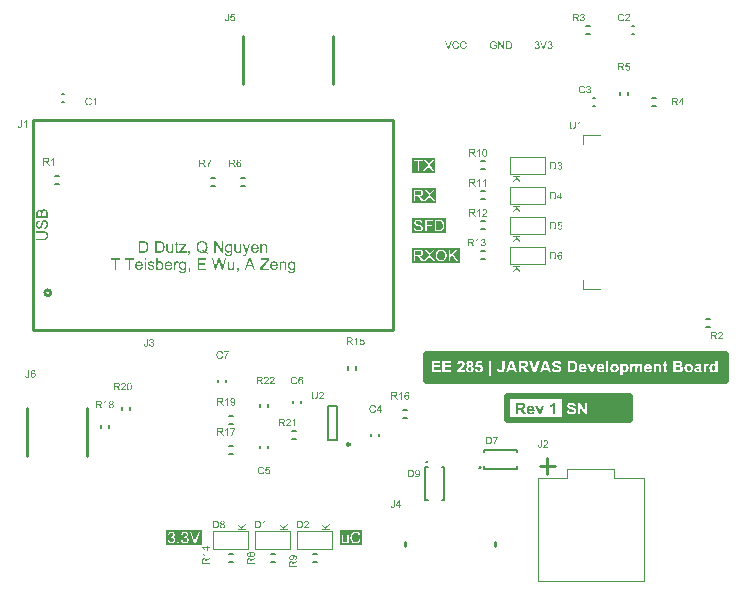
<source format=gto>
G04 Layer_Color=65535*
%FSAX24Y24*%
%MOIN*%
G70*
G01*
G75*
%ADD28C,0.0200*%
%ADD34C,0.0098*%
%ADD35C,0.0100*%
%ADD36C,0.0079*%
%ADD37C,0.0039*%
%ADD38C,0.0020*%
G36*
X017325Y016853D02*
X017327D01*
X017329Y016853D01*
X017336Y016852D01*
X017343Y016850D01*
X017350Y016848D01*
X017358Y016845D01*
X017366Y016840D01*
X017366D01*
X017366Y016839D01*
X017367Y016838D01*
X017369Y016838D01*
X017372Y016835D01*
X017377Y016830D01*
X017382Y016825D01*
X017387Y016818D01*
X017392Y016811D01*
X017397Y016802D01*
Y016802D01*
X017397Y016801D01*
X017398Y016799D01*
X017398Y016797D01*
X017399Y016795D01*
X017400Y016792D01*
X017401Y016788D01*
X017402Y016784D01*
X017403Y016779D01*
X017404Y016774D01*
X017405Y016768D01*
X017406Y016762D01*
X017406Y016755D01*
X017407Y016748D01*
X017407Y016740D01*
Y016731D01*
Y016731D01*
Y016729D01*
Y016727D01*
Y016723D01*
X017407Y016719D01*
Y016714D01*
X017407Y016709D01*
X017406Y016704D01*
X017405Y016691D01*
X017403Y016678D01*
X017400Y016666D01*
X017399Y016660D01*
X017397Y016654D01*
Y016654D01*
X017396Y016653D01*
X017396Y016651D01*
X017395Y016650D01*
X017394Y016647D01*
X017392Y016644D01*
X017389Y016638D01*
X017384Y016631D01*
X017379Y016623D01*
X017373Y016617D01*
X017366Y016610D01*
X017365D01*
X017365Y016610D01*
X017364Y016609D01*
X017362Y016608D01*
X017360Y016607D01*
X017357Y016606D01*
X017352Y016603D01*
X017344Y016600D01*
X017336Y016598D01*
X017327Y016597D01*
X017317Y016596D01*
X017314D01*
X017312Y016596D01*
X017309D01*
X017306Y016597D01*
X017300Y016598D01*
X017292Y016600D01*
X017284Y016603D01*
X017276Y016607D01*
X017268Y016612D01*
X017268Y016612D01*
X017268Y016613D01*
X017265Y016615D01*
X017262Y016619D01*
X017258Y016624D01*
X017255Y016630D01*
X017251Y016638D01*
X017248Y016648D01*
X017246Y016658D01*
X017276Y016661D01*
Y016660D01*
Y016660D01*
X017276Y016659D01*
X017276Y016657D01*
X017277Y016653D01*
X017279Y016649D01*
X017281Y016644D01*
X017283Y016639D01*
X017286Y016634D01*
X017290Y016630D01*
X017290Y016630D01*
X017292Y016629D01*
X017294Y016627D01*
X017298Y016626D01*
X017301Y016624D01*
X017306Y016623D01*
X017311Y016622D01*
X017318Y016621D01*
X017320D01*
X017323Y016622D01*
X017326Y016622D01*
X017330Y016623D01*
X017334Y016624D01*
X017338Y016625D01*
X017343Y016628D01*
X017343Y016628D01*
X017344Y016629D01*
X017346Y016630D01*
X017349Y016632D01*
X017352Y016635D01*
X017354Y016638D01*
X017357Y016641D01*
X017360Y016645D01*
X017361Y016645D01*
X017361Y016647D01*
X017363Y016650D01*
X017364Y016653D01*
X017366Y016657D01*
X017368Y016662D01*
X017370Y016668D01*
X017372Y016674D01*
Y016675D01*
X017372Y016675D01*
Y016676D01*
X017372Y016678D01*
X017373Y016681D01*
X017374Y016686D01*
X017375Y016692D01*
X017376Y016698D01*
X017376Y016705D01*
Y016713D01*
Y016713D01*
Y016714D01*
Y016716D01*
Y016719D01*
X017376Y016718D01*
X017374Y016716D01*
X017372Y016713D01*
X017369Y016710D01*
X017366Y016706D01*
X017361Y016702D01*
X017356Y016698D01*
X017351Y016694D01*
X017350Y016694D01*
X017348Y016693D01*
X017344Y016692D01*
X017340Y016690D01*
X017335Y016688D01*
X017329Y016687D01*
X017323Y016686D01*
X017316Y016686D01*
X017313D01*
X017311Y016686D01*
X017308Y016686D01*
X017305Y016687D01*
X017298Y016688D01*
X017289Y016691D01*
X017285Y016693D01*
X017280Y016695D01*
X017276Y016698D01*
X017271Y016701D01*
X017267Y016704D01*
X017263Y016708D01*
X017263Y016709D01*
X017262Y016709D01*
X017261Y016711D01*
X017260Y016713D01*
X017258Y016715D01*
X017256Y016717D01*
X017254Y016721D01*
X017252Y016724D01*
X017250Y016728D01*
X017248Y016733D01*
X017247Y016738D01*
X017245Y016743D01*
X017243Y016749D01*
X017242Y016755D01*
X017242Y016761D01*
X017242Y016768D01*
Y016769D01*
Y016770D01*
Y016772D01*
X017242Y016775D01*
X017242Y016778D01*
X017243Y016782D01*
X017243Y016786D01*
X017244Y016790D01*
X017247Y016800D01*
X017249Y016805D01*
X017251Y016810D01*
X017253Y016816D01*
X017257Y016821D01*
X017260Y016825D01*
X017264Y016830D01*
X017264Y016830D01*
X017265Y016831D01*
X017266Y016832D01*
X017268Y016834D01*
X017270Y016835D01*
X017273Y016837D01*
X017276Y016840D01*
X017280Y016842D01*
X017283Y016844D01*
X017288Y016846D01*
X017297Y016850D01*
X017303Y016851D01*
X017308Y016852D01*
X017314Y016853D01*
X017321Y016853D01*
X017323D01*
X017325Y016853D01*
D02*
G37*
G36*
X017103Y016852D02*
X017110Y016852D01*
X017118Y016851D01*
X017125Y016850D01*
X017131Y016848D01*
X017132D01*
X017132Y016848D01*
X017133D01*
X017135Y016847D01*
X017139Y016846D01*
X017144Y016844D01*
X017150Y016842D01*
X017156Y016839D01*
X017162Y016835D01*
X017168Y016830D01*
X017169D01*
X017169Y016830D01*
X017172Y016827D01*
X017175Y016823D01*
X017179Y016818D01*
X017184Y016812D01*
X017189Y016805D01*
X017194Y016797D01*
X017198Y016787D01*
Y016787D01*
X017199Y016786D01*
X017199Y016784D01*
X017200Y016782D01*
X017200Y016780D01*
X017201Y016777D01*
X017202Y016774D01*
X017203Y016770D01*
X017204Y016766D01*
X017205Y016761D01*
X017207Y016751D01*
X017208Y016740D01*
X017208Y016727D01*
Y016727D01*
Y016726D01*
Y016725D01*
Y016723D01*
X017208Y016720D01*
Y016717D01*
X017207Y016710D01*
X017207Y016703D01*
X017205Y016694D01*
X017204Y016685D01*
X017201Y016676D01*
Y016676D01*
X017201Y016675D01*
X017200Y016674D01*
X017200Y016673D01*
X017199Y016669D01*
X017197Y016663D01*
X017194Y016658D01*
X017191Y016651D01*
X017188Y016645D01*
X017184Y016640D01*
X017184Y016639D01*
X017182Y016637D01*
X017180Y016635D01*
X017177Y016631D01*
X017174Y016628D01*
X017170Y016624D01*
X017165Y016620D01*
X017161Y016617D01*
X017161Y016616D01*
X017159Y016615D01*
X017156Y016614D01*
X017152Y016612D01*
X017148Y016610D01*
X017143Y016608D01*
X017137Y016606D01*
X017131Y016604D01*
X017130D01*
X017128Y016603D01*
X017124Y016603D01*
X017119Y016602D01*
X017114Y016602D01*
X017107Y016601D01*
X017099Y016600D01*
X017091Y016600D01*
X017000D01*
Y016852D01*
X017097D01*
X017103Y016852D01*
D02*
G37*
G36*
X010603Y015152D02*
X010610Y015152D01*
X010618Y015151D01*
X010625Y015150D01*
X010631Y015148D01*
X010632D01*
X010632Y015148D01*
X010633D01*
X010635Y015147D01*
X010639Y015146D01*
X010644Y015144D01*
X010650Y015142D01*
X010656Y015139D01*
X010662Y015135D01*
X010668Y015130D01*
X010669D01*
X010669Y015130D01*
X010672Y015127D01*
X010675Y015123D01*
X010679Y015118D01*
X010684Y015112D01*
X010689Y015105D01*
X010694Y015097D01*
X010698Y015087D01*
Y015087D01*
X010699Y015086D01*
X010699Y015084D01*
X010700Y015082D01*
X010700Y015080D01*
X010701Y015077D01*
X010702Y015074D01*
X010703Y015070D01*
X010704Y015065D01*
X010705Y015061D01*
X010707Y015051D01*
X010708Y015040D01*
X010708Y015027D01*
Y015027D01*
Y015026D01*
Y015025D01*
Y015022D01*
X010708Y015020D01*
Y015017D01*
X010707Y015010D01*
X010707Y015003D01*
X010705Y014994D01*
X010704Y014985D01*
X010701Y014976D01*
Y014976D01*
X010701Y014975D01*
X010700Y014974D01*
X010700Y014973D01*
X010699Y014969D01*
X010697Y014963D01*
X010694Y014958D01*
X010691Y014951D01*
X010688Y014945D01*
X010684Y014940D01*
X010684Y014939D01*
X010682Y014937D01*
X010680Y014935D01*
X010677Y014931D01*
X010674Y014928D01*
X010670Y014924D01*
X010666Y014920D01*
X010661Y014917D01*
X010661Y014916D01*
X010659Y014915D01*
X010656Y014914D01*
X010652Y014912D01*
X010648Y014910D01*
X010643Y014908D01*
X010637Y014906D01*
X010631Y014904D01*
X010630D01*
X010628Y014903D01*
X010624Y014903D01*
X010619Y014902D01*
X010614Y014902D01*
X010607Y014901D01*
X010599Y014900D01*
X010591Y014900D01*
X010500D01*
Y015152D01*
X010597D01*
X010603Y015152D01*
D02*
G37*
G36*
X019868Y031136D02*
X019871D01*
X019877Y031135D01*
X019885Y031134D01*
X019893Y031133D01*
X019902Y031130D01*
X019910Y031127D01*
X019910D01*
X019911Y031127D01*
X019912Y031127D01*
X019914Y031126D01*
X019918Y031124D01*
X019923Y031121D01*
X019928Y031117D01*
X019934Y031113D01*
X019940Y031108D01*
X019945Y031103D01*
X019945Y031102D01*
X019947Y031100D01*
X019949Y031097D01*
X019952Y031092D01*
X019955Y031086D01*
X019958Y031079D01*
X019961Y031071D01*
X019964Y031062D01*
X019934Y031053D01*
Y031054D01*
X019933Y031054D01*
X019933Y031056D01*
X019931Y031060D01*
X019930Y031064D01*
X019928Y031069D01*
X019926Y031074D01*
X019923Y031079D01*
X019920Y031084D01*
X019920Y031084D01*
X019918Y031085D01*
X019917Y031087D01*
X019914Y031090D01*
X019910Y031093D01*
X019906Y031096D01*
X019902Y031098D01*
X019896Y031101D01*
X019895Y031102D01*
X019893Y031102D01*
X019890Y031103D01*
X019885Y031105D01*
X019880Y031106D01*
X019875Y031107D01*
X019868Y031108D01*
X019861Y031108D01*
X019857D01*
X019853Y031108D01*
X019848Y031107D01*
X019842Y031106D01*
X019835Y031105D01*
X019828Y031103D01*
X019822Y031101D01*
X019821Y031100D01*
X019819Y031100D01*
X019816Y031098D01*
X019812Y031096D01*
X019808Y031093D01*
X019803Y031090D01*
X019799Y031087D01*
X019795Y031082D01*
X019794Y031082D01*
X019793Y031080D01*
X019791Y031078D01*
X019789Y031075D01*
X019786Y031071D01*
X019784Y031067D01*
X019781Y031062D01*
X019779Y031057D01*
Y031057D01*
X019779Y031056D01*
X019778Y031055D01*
X019778Y031053D01*
X019777Y031051D01*
X019776Y031049D01*
X019774Y031042D01*
X019773Y031035D01*
X019771Y031026D01*
X019770Y031017D01*
X019769Y031007D01*
Y031006D01*
Y031005D01*
Y031004D01*
X019770Y031001D01*
Y030998D01*
X019770Y030995D01*
X019771Y030991D01*
X019771Y030987D01*
X019772Y030978D01*
X019774Y030968D01*
X019777Y030959D01*
X019781Y030950D01*
Y030949D01*
X019781Y030949D01*
X019782Y030948D01*
X019783Y030946D01*
X019786Y030942D01*
X019789Y030937D01*
X019794Y030932D01*
X019800Y030926D01*
X019807Y030921D01*
X019814Y030916D01*
X019815D01*
X019816Y030916D01*
X019817Y030915D01*
X019818Y030915D01*
X019820Y030914D01*
X019823Y030913D01*
X019829Y030911D01*
X019836Y030909D01*
X019844Y030907D01*
X019852Y030906D01*
X019862Y030905D01*
X019865D01*
X019870Y030906D01*
X019875Y030907D01*
X019881Y030907D01*
X019888Y030909D01*
X019896Y030911D01*
X019904Y030913D01*
X019904D01*
X019905Y030914D01*
X019906Y030914D01*
X019907Y030915D01*
X019911Y030916D01*
X019916Y030919D01*
X019921Y030921D01*
X019926Y030925D01*
X019931Y030928D01*
X019935Y030931D01*
Y030979D01*
X019861D01*
Y031009D01*
X019968D01*
Y030915D01*
X019968Y030915D01*
X019967Y030914D01*
X019966Y030913D01*
X019964Y030912D01*
X019961Y030910D01*
X019959Y030908D01*
X019952Y030904D01*
X019945Y030899D01*
X019936Y030894D01*
X019927Y030890D01*
X019917Y030885D01*
X019917D01*
X019916Y030885D01*
X019914Y030885D01*
X019912Y030884D01*
X019910Y030883D01*
X019907Y030882D01*
X019904Y030882D01*
X019900Y030881D01*
X019892Y030879D01*
X019883Y030877D01*
X019874Y030876D01*
X019864Y030876D01*
X019860D01*
X019857Y030876D01*
X019854D01*
X019850Y030877D01*
X019846Y030877D01*
X019841Y030878D01*
X019830Y030880D01*
X019819Y030882D01*
X019807Y030886D01*
X019796Y030892D01*
X019796Y030892D01*
X019795Y030892D01*
X019793Y030893D01*
X019791Y030895D01*
X019788Y030896D01*
X019786Y030898D01*
X019779Y030903D01*
X019771Y030910D01*
X019764Y030918D01*
X019757Y030927D01*
X019750Y030937D01*
Y030938D01*
X019749Y030939D01*
X019749Y030940D01*
X019748Y030943D01*
X019747Y030945D01*
X019745Y030949D01*
X019744Y030953D01*
X019743Y030957D01*
X019741Y030962D01*
X019740Y030967D01*
X019737Y030979D01*
X019736Y030991D01*
X019735Y031005D01*
Y031005D01*
Y031006D01*
Y031008D01*
X019735Y031011D01*
Y031014D01*
X019736Y031018D01*
X019736Y031022D01*
X019737Y031027D01*
X019739Y031038D01*
X019741Y031049D01*
X019745Y031062D01*
X019750Y031074D01*
Y031074D01*
X019751Y031075D01*
X019752Y031077D01*
X019753Y031079D01*
X019755Y031082D01*
X019757Y031084D01*
X019761Y031092D01*
X019768Y031099D01*
X019775Y031107D01*
X019784Y031114D01*
X019789Y031118D01*
X019794Y031121D01*
X019795D01*
X019796Y031122D01*
X019797Y031122D01*
X019799Y031123D01*
X019802Y031125D01*
X019806Y031126D01*
X019809Y031127D01*
X019814Y031129D01*
X019818Y031130D01*
X019823Y031132D01*
X019835Y031134D01*
X019847Y031136D01*
X019861Y031137D01*
X019865D01*
X019868Y031136D01*
D02*
G37*
G36*
X010829Y015153D02*
X010832D01*
X010835Y015152D01*
X010843Y015151D01*
X010851Y015149D01*
X010860Y015145D01*
X010864Y015143D01*
X010869Y015141D01*
X010873Y015138D01*
X010877Y015134D01*
X010877Y015134D01*
X010877Y015133D01*
X010879Y015132D01*
X010880Y015131D01*
X010881Y015129D01*
X010883Y015127D01*
X010887Y015121D01*
X010891Y015114D01*
X010894Y015106D01*
X010896Y015097D01*
X010897Y015092D01*
X010897Y015087D01*
Y015087D01*
Y015084D01*
X010897Y015081D01*
X010896Y015077D01*
X010895Y015072D01*
X010893Y015067D01*
X010891Y015062D01*
X010888Y015057D01*
X010887Y015056D01*
X010886Y015055D01*
X010884Y015052D01*
X010881Y015049D01*
X010877Y015046D01*
X010872Y015043D01*
X010866Y015040D01*
X010860Y015037D01*
X010860D01*
X010861Y015037D01*
X010862Y015036D01*
X010864Y015036D01*
X010868Y015034D01*
X010873Y015031D01*
X010879Y015028D01*
X010884Y015024D01*
X010890Y015018D01*
X010895Y015013D01*
X010896Y015012D01*
X010897Y015009D01*
X010899Y015006D01*
X010901Y015001D01*
X010904Y014995D01*
X010905Y014988D01*
X010907Y014981D01*
X010907Y014972D01*
Y014972D01*
Y014971D01*
Y014969D01*
X010907Y014967D01*
X010907Y014964D01*
X010906Y014961D01*
X010905Y014953D01*
X010902Y014945D01*
X010900Y014940D01*
X010898Y014935D01*
X010895Y014931D01*
X010892Y014926D01*
X010889Y014922D01*
X010884Y014918D01*
X010884Y014917D01*
X010883Y014917D01*
X010882Y014916D01*
X010880Y014914D01*
X010878Y014913D01*
X010875Y014911D01*
X010872Y014909D01*
X010868Y014907D01*
X010864Y014905D01*
X010859Y014903D01*
X010854Y014901D01*
X010849Y014899D01*
X010844Y014898D01*
X010838Y014897D01*
X010831Y014896D01*
X010824Y014896D01*
X010821D01*
X010818Y014896D01*
X010815Y014897D01*
X010811Y014897D01*
X010807Y014898D01*
X010803Y014898D01*
X010793Y014901D01*
X010788Y014903D01*
X010783Y014905D01*
X010778Y014908D01*
X010773Y014910D01*
X010768Y014914D01*
X010764Y014918D01*
X010763Y014918D01*
X010763Y014919D01*
X010762Y014920D01*
X010760Y014921D01*
X010758Y014924D01*
X010757Y014927D01*
X010755Y014930D01*
X010753Y014933D01*
X010750Y014937D01*
X010748Y014941D01*
X010745Y014950D01*
X010743Y014956D01*
X010742Y014961D01*
X010742Y014967D01*
X010741Y014973D01*
Y014973D01*
Y014974D01*
Y014975D01*
X010742Y014977D01*
Y014979D01*
X010742Y014982D01*
X010743Y014987D01*
X010744Y014994D01*
X010747Y015001D01*
X010749Y015008D01*
X010753Y015014D01*
Y015014D01*
X010754Y015015D01*
X010756Y015017D01*
X010759Y015020D01*
X010763Y015023D01*
X010768Y015027D01*
X010774Y015031D01*
X010781Y015034D01*
X010789Y015037D01*
X010789D01*
X010788Y015037D01*
X010786Y015038D01*
X010783Y015040D01*
X010778Y015042D01*
X010773Y015045D01*
X010769Y015049D01*
X010764Y015052D01*
X010760Y015057D01*
X010760Y015058D01*
X010759Y015059D01*
X010757Y015062D01*
X010756Y015066D01*
X010754Y015071D01*
X010753Y015076D01*
X010752Y015082D01*
X010751Y015088D01*
Y015089D01*
Y015089D01*
Y015091D01*
X010752Y015093D01*
X010752Y015095D01*
X010752Y015098D01*
X010753Y015104D01*
X010756Y015112D01*
X010760Y015119D01*
X010761Y015123D01*
X010764Y015127D01*
X010767Y015131D01*
X010771Y015135D01*
X010771Y015135D01*
X010771Y015135D01*
X010773Y015137D01*
X010774Y015138D01*
X010776Y015139D01*
X010779Y015141D01*
X010781Y015142D01*
X010785Y015144D01*
X010792Y015148D01*
X010801Y015150D01*
X010812Y015153D01*
X010817Y015153D01*
X010823Y015153D01*
X010826D01*
X010829Y015153D01*
D02*
G37*
G36*
X011040Y031880D02*
Y031880D01*
Y031879D01*
Y031877D01*
Y031875D01*
X011039Y031872D01*
Y031869D01*
X011039Y031862D01*
X011038Y031854D01*
X011037Y031846D01*
X011035Y031838D01*
X011032Y031831D01*
X011032Y031830D01*
X011031Y031828D01*
X011029Y031825D01*
X011026Y031821D01*
X011023Y031817D01*
X011019Y031813D01*
X011013Y031808D01*
X011008Y031805D01*
X011007Y031804D01*
X011004Y031803D01*
X011001Y031802D01*
X010996Y031800D01*
X010991Y031798D01*
X010984Y031797D01*
X010976Y031796D01*
X010968Y031796D01*
X010965D01*
X010963Y031796D01*
X010960Y031797D01*
X010957Y031797D01*
X010950Y031798D01*
X010941Y031800D01*
X010933Y031804D01*
X010929Y031806D01*
X010925Y031808D01*
X010921Y031811D01*
X010918Y031815D01*
Y031815D01*
X010917Y031815D01*
X010916Y031817D01*
X010915Y031818D01*
X010913Y031820D01*
X010912Y031823D01*
X010910Y031826D01*
X010909Y031829D01*
X010907Y031833D01*
X010906Y031837D01*
X010904Y031841D01*
X010903Y031847D01*
X010902Y031852D01*
X010901Y031858D01*
X010901Y031865D01*
Y031871D01*
X010931Y031876D01*
Y031875D01*
Y031874D01*
Y031873D01*
X010931Y031871D01*
Y031869D01*
X010931Y031866D01*
X010933Y031860D01*
X010934Y031853D01*
X010936Y031846D01*
X010938Y031841D01*
X010940Y031838D01*
X010941Y031836D01*
X010942Y031835D01*
X010943Y031834D01*
X010945Y031832D01*
X010948Y031831D01*
X010952Y031829D01*
X010957Y031827D01*
X010962Y031826D01*
X010968Y031825D01*
X010971D01*
X010973Y031826D01*
X010976Y031826D01*
X010979Y031827D01*
X010983Y031828D01*
X010986Y031829D01*
X010990Y031831D01*
X010990Y031831D01*
X010991Y031832D01*
X010993Y031833D01*
X010995Y031835D01*
X010997Y031837D01*
X010999Y031840D01*
X011001Y031843D01*
X011003Y031846D01*
Y031847D01*
X011003Y031848D01*
X011004Y031851D01*
X011004Y031854D01*
X011005Y031859D01*
X011006Y031864D01*
X011006Y031871D01*
Y031878D01*
Y032052D01*
X011040D01*
Y031880D01*
D02*
G37*
G36*
X021853Y024112D02*
X021860Y024112D01*
X021868Y024111D01*
X021875Y024110D01*
X021881Y024108D01*
X021882D01*
X021882Y024108D01*
X021883D01*
X021885Y024107D01*
X021889Y024106D01*
X021894Y024104D01*
X021900Y024102D01*
X021906Y024099D01*
X021912Y024095D01*
X021918Y024090D01*
X021919D01*
X021919Y024090D01*
X021922Y024087D01*
X021925Y024083D01*
X021929Y024079D01*
X021934Y024072D01*
X021939Y024065D01*
X021944Y024057D01*
X021948Y024047D01*
Y024047D01*
X021949Y024046D01*
X021949Y024044D01*
X021950Y024042D01*
X021950Y024040D01*
X021951Y024037D01*
X021952Y024034D01*
X021953Y024030D01*
X021954Y024025D01*
X021955Y024021D01*
X021957Y024011D01*
X021958Y024000D01*
X021958Y023987D01*
Y023987D01*
Y023986D01*
Y023985D01*
Y023983D01*
X021958Y023980D01*
Y023977D01*
X021957Y023970D01*
X021957Y023963D01*
X021955Y023954D01*
X021954Y023945D01*
X021951Y023936D01*
Y023936D01*
X021951Y023935D01*
X021950Y023934D01*
X021950Y023933D01*
X021949Y023929D01*
X021947Y023923D01*
X021944Y023918D01*
X021941Y023911D01*
X021938Y023905D01*
X021934Y023900D01*
X021934Y023899D01*
X021932Y023897D01*
X021930Y023895D01*
X021927Y023891D01*
X021924Y023888D01*
X021920Y023884D01*
X021916Y023880D01*
X021911Y023877D01*
X021911Y023876D01*
X021909Y023875D01*
X021906Y023874D01*
X021902Y023872D01*
X021898Y023870D01*
X021893Y023868D01*
X021887Y023866D01*
X021881Y023864D01*
X021880D01*
X021878Y023863D01*
X021874Y023863D01*
X021869Y023862D01*
X021864Y023862D01*
X021857Y023861D01*
X021849Y023860D01*
X021841Y023860D01*
X021750D01*
Y024112D01*
X021847D01*
X021853Y024112D01*
D02*
G37*
G36*
X020007Y017925D02*
X020006Y017925D01*
X020006Y017924D01*
X020004Y017922D01*
X020002Y017920D01*
X020001Y017918D01*
X019998Y017915D01*
X019995Y017911D01*
X019992Y017907D01*
X019988Y017902D01*
X019984Y017897D01*
X019980Y017892D01*
X019976Y017885D01*
X019972Y017879D01*
X019967Y017872D01*
X019963Y017864D01*
X019959Y017857D01*
X019958Y017856D01*
X019957Y017855D01*
X019956Y017852D01*
X019955Y017849D01*
X019953Y017846D01*
X019951Y017841D01*
X019948Y017836D01*
X019945Y017830D01*
X019943Y017824D01*
X019939Y017817D01*
X019936Y017809D01*
X019933Y017802D01*
X019928Y017786D01*
X019922Y017769D01*
Y017769D01*
X019922Y017768D01*
X019921Y017766D01*
X019921Y017764D01*
X019920Y017761D01*
X019919Y017757D01*
X019918Y017753D01*
X019917Y017749D01*
X019916Y017744D01*
X019915Y017738D01*
X019913Y017727D01*
X019912Y017714D01*
X019911Y017700D01*
X019879D01*
Y017700D01*
Y017702D01*
Y017703D01*
X019879Y017705D01*
Y017708D01*
X019880Y017712D01*
X019880Y017716D01*
X019880Y017720D01*
X019881Y017725D01*
X019882Y017731D01*
X019883Y017736D01*
X019884Y017743D01*
X019885Y017750D01*
X019886Y017756D01*
X019890Y017772D01*
Y017772D01*
X019891Y017774D01*
X019891Y017776D01*
X019892Y017779D01*
X019893Y017783D01*
X019895Y017787D01*
X019896Y017792D01*
X019898Y017798D01*
X019901Y017804D01*
X019903Y017810D01*
X019908Y017824D01*
X019915Y017839D01*
X019922Y017853D01*
X019923Y017854D01*
X019923Y017855D01*
X019924Y017857D01*
X019926Y017860D01*
X019928Y017863D01*
X019930Y017867D01*
X019933Y017871D01*
X019936Y017876D01*
X019943Y017887D01*
X019950Y017898D01*
X019958Y017909D01*
X019967Y017920D01*
X019843D01*
Y017949D01*
X020007D01*
Y017925D01*
D02*
G37*
G36*
X015480Y014344D02*
X014750D01*
Y014841D01*
X015480D01*
Y014344D01*
D02*
G37*
G36*
X019703Y017952D02*
X019710Y017952D01*
X019718Y017951D01*
X019725Y017950D01*
X019731Y017948D01*
X019732D01*
X019732Y017948D01*
X019733D01*
X019735Y017947D01*
X019739Y017946D01*
X019744Y017944D01*
X019750Y017942D01*
X019756Y017939D01*
X019762Y017935D01*
X019768Y017930D01*
X019769D01*
X019769Y017930D01*
X019772Y017927D01*
X019775Y017923D01*
X019779Y017918D01*
X019784Y017912D01*
X019789Y017905D01*
X019794Y017897D01*
X019798Y017887D01*
Y017887D01*
X019799Y017886D01*
X019799Y017884D01*
X019800Y017882D01*
X019800Y017880D01*
X019801Y017877D01*
X019802Y017874D01*
X019803Y017870D01*
X019804Y017866D01*
X019805Y017861D01*
X019807Y017851D01*
X019808Y017840D01*
X019808Y017827D01*
Y017827D01*
Y017826D01*
Y017825D01*
Y017823D01*
X019808Y017820D01*
Y017817D01*
X019807Y017810D01*
X019807Y017803D01*
X019805Y017794D01*
X019804Y017785D01*
X019801Y017776D01*
Y017776D01*
X019801Y017775D01*
X019800Y017774D01*
X019800Y017773D01*
X019799Y017769D01*
X019797Y017763D01*
X019794Y017758D01*
X019791Y017751D01*
X019788Y017745D01*
X019784Y017740D01*
X019784Y017739D01*
X019782Y017737D01*
X019780Y017735D01*
X019777Y017731D01*
X019774Y017728D01*
X019770Y017724D01*
X019765Y017720D01*
X019761Y017717D01*
X019761Y017716D01*
X019759Y017715D01*
X019756Y017714D01*
X019752Y017712D01*
X019748Y017710D01*
X019743Y017708D01*
X019737Y017706D01*
X019731Y017704D01*
X019730D01*
X019728Y017703D01*
X019724Y017703D01*
X019719Y017702D01*
X019714Y017702D01*
X019707Y017701D01*
X019699Y017700D01*
X019691Y017700D01*
X019600D01*
Y017952D01*
X019697D01*
X019703Y017952D01*
D02*
G37*
G36*
X020215Y030880D02*
X020181D01*
X020049Y031078D01*
Y030880D01*
X020017D01*
Y031132D01*
X020051D01*
X020183Y030934D01*
Y031132D01*
X020215D01*
Y030880D01*
D02*
G37*
G36*
X005208Y026990D02*
X005177D01*
Y027187D01*
X005176Y027187D01*
X005175Y027185D01*
X005172Y027184D01*
X005169Y027181D01*
X005164Y027177D01*
X005160Y027174D01*
X005154Y027170D01*
X005147Y027166D01*
X005147D01*
X005146Y027165D01*
X005144Y027164D01*
X005141Y027162D01*
X005136Y027160D01*
X005131Y027157D01*
X005126Y027155D01*
X005120Y027152D01*
X005115Y027150D01*
Y027180D01*
X005115D01*
X005116Y027180D01*
X005118Y027181D01*
X005119Y027182D01*
X005121Y027184D01*
X005124Y027185D01*
X005130Y027188D01*
X005137Y027192D01*
X005145Y027197D01*
X005153Y027203D01*
X005160Y027209D01*
X005160Y027210D01*
X005161Y027210D01*
X005163Y027212D01*
X005166Y027216D01*
X005171Y027220D01*
X005175Y027225D01*
X005180Y027231D01*
X005184Y027237D01*
X005188Y027243D01*
X005208D01*
Y026990D01*
D02*
G37*
G36*
X021611Y017843D02*
X021614Y017843D01*
X021618Y017842D01*
X021621Y017842D01*
X021626Y017841D01*
X021635Y017838D01*
X021645Y017835D01*
X021649Y017833D01*
X021654Y017830D01*
X021658Y017827D01*
X021663Y017823D01*
X021663Y017823D01*
X021663Y017822D01*
X021664Y017821D01*
X021666Y017820D01*
X021668Y017817D01*
X021669Y017815D01*
X021673Y017809D01*
X021677Y017802D01*
X021681Y017794D01*
X021683Y017784D01*
X021684Y017779D01*
X021684Y017773D01*
Y017772D01*
Y017770D01*
X021684Y017767D01*
X021683Y017764D01*
X021683Y017759D01*
X021681Y017754D01*
X021680Y017749D01*
X021678Y017743D01*
X021677Y017742D01*
X021676Y017741D01*
X021675Y017738D01*
X021673Y017734D01*
X021670Y017729D01*
X021666Y017724D01*
X021662Y017719D01*
X021657Y017713D01*
X021656Y017712D01*
X021654Y017709D01*
X021651Y017706D01*
X021648Y017704D01*
X021646Y017701D01*
X021643Y017698D01*
X021639Y017694D01*
X021635Y017691D01*
X021631Y017687D01*
X021626Y017683D01*
X021621Y017678D01*
X021615Y017673D01*
X021609Y017668D01*
X021609Y017668D01*
X021608Y017667D01*
X021607Y017666D01*
X021605Y017664D01*
X021600Y017660D01*
X021594Y017655D01*
X021588Y017650D01*
X021582Y017645D01*
X021577Y017640D01*
X021575Y017638D01*
X021573Y017636D01*
X021573Y017636D01*
X021572Y017635D01*
X021571Y017633D01*
X021569Y017631D01*
X021565Y017626D01*
X021560Y017620D01*
X021684D01*
Y017590D01*
X021517D01*
Y017590D01*
Y017592D01*
Y017594D01*
X021518Y017597D01*
X021518Y017600D01*
X021519Y017603D01*
X021520Y017607D01*
X021521Y017611D01*
Y017612D01*
X021521Y017612D01*
X021522Y017614D01*
X021524Y017617D01*
X021526Y017622D01*
X021529Y017627D01*
X021532Y017633D01*
X021536Y017638D01*
X021541Y017645D01*
Y017645D01*
X021542Y017645D01*
X021544Y017648D01*
X021547Y017651D01*
X021552Y017656D01*
X021557Y017661D01*
X021564Y017668D01*
X021573Y017675D01*
X021582Y017683D01*
X021582Y017683D01*
X021584Y017684D01*
X021586Y017686D01*
X021588Y017689D01*
X021592Y017691D01*
X021596Y017695D01*
X021604Y017702D01*
X021613Y017711D01*
X021623Y017720D01*
X021627Y017724D01*
X021631Y017728D01*
X021635Y017732D01*
X021638Y017736D01*
Y017737D01*
X021638Y017737D01*
X021639Y017738D01*
X021640Y017740D01*
X021642Y017744D01*
X021645Y017749D01*
X021648Y017754D01*
X021650Y017760D01*
X021651Y017767D01*
X021652Y017774D01*
Y017774D01*
Y017775D01*
X021652Y017777D01*
X021651Y017780D01*
X021651Y017785D01*
X021649Y017790D01*
X021646Y017795D01*
X021643Y017800D01*
X021639Y017805D01*
X021638Y017805D01*
X021636Y017807D01*
X021633Y017809D01*
X021630Y017812D01*
X021625Y017814D01*
X021619Y017816D01*
X021612Y017817D01*
X021604Y017818D01*
X021602D01*
X021600Y017817D01*
X021597Y017817D01*
X021592Y017816D01*
X021586Y017814D01*
X021580Y017812D01*
X021574Y017809D01*
X021568Y017804D01*
X021568Y017803D01*
X021567Y017802D01*
X021564Y017799D01*
X021562Y017794D01*
X021559Y017789D01*
X021557Y017783D01*
X021556Y017775D01*
X021555Y017767D01*
X021523Y017770D01*
Y017771D01*
Y017772D01*
X021524Y017774D01*
X021524Y017776D01*
X021525Y017779D01*
X021525Y017783D01*
X021527Y017790D01*
X021530Y017799D01*
X021535Y017808D01*
X021540Y017817D01*
X021544Y017821D01*
X021547Y017825D01*
X021548Y017825D01*
X021549Y017825D01*
X021550Y017827D01*
X021551Y017828D01*
X021553Y017829D01*
X021556Y017831D01*
X021559Y017832D01*
X021563Y017834D01*
X021567Y017836D01*
X021571Y017838D01*
X021576Y017839D01*
X021581Y017840D01*
X021592Y017843D01*
X021598Y017843D01*
X021605Y017843D01*
X021608D01*
X021611Y017843D01*
D02*
G37*
G36*
X004970Y027242D02*
X004973D01*
X004981Y027242D01*
X004989Y027241D01*
X004997Y027239D01*
X005006Y027238D01*
X005009Y027237D01*
X005013Y027235D01*
X005013D01*
X005014Y027235D01*
X005016Y027234D01*
X005019Y027232D01*
X005023Y027230D01*
X005027Y027227D01*
X005032Y027222D01*
X005037Y027217D01*
X005041Y027211D01*
X005041Y027210D01*
X005042Y027208D01*
X005044Y027205D01*
X005046Y027200D01*
X005048Y027194D01*
X005050Y027188D01*
X005051Y027181D01*
X005052Y027173D01*
Y027173D01*
Y027172D01*
Y027170D01*
X005051Y027169D01*
Y027166D01*
X005051Y027164D01*
X005049Y027157D01*
X005047Y027150D01*
X005044Y027143D01*
X005040Y027135D01*
X005037Y027131D01*
X005034Y027128D01*
X005033Y027127D01*
X005032Y027126D01*
X005031Y027125D01*
X005029Y027124D01*
X005027Y027122D01*
X005024Y027120D01*
X005021Y027118D01*
X005017Y027116D01*
X005013Y027114D01*
X005009Y027113D01*
X005004Y027111D01*
X004999Y027109D01*
X004993Y027107D01*
X004987Y027106D01*
X004981Y027105D01*
X004981Y027104D01*
X004983Y027104D01*
X004985Y027103D01*
X004988Y027101D01*
X004994Y027097D01*
X004998Y027094D01*
X005001Y027092D01*
X005001Y027091D01*
X005003Y027090D01*
X005006Y027087D01*
X005009Y027083D01*
X005014Y027078D01*
X005018Y027072D01*
X005023Y027066D01*
X005028Y027058D01*
X005072Y026990D01*
X005030D01*
X004997Y027042D01*
Y027043D01*
X004996Y027043D01*
X004995Y027045D01*
X004994Y027046D01*
X004992Y027050D01*
X004988Y027055D01*
X004984Y027061D01*
X004980Y027066D01*
X004976Y027072D01*
X004972Y027077D01*
X004972Y027077D01*
X004971Y027079D01*
X004969Y027081D01*
X004967Y027084D01*
X004961Y027089D01*
X004959Y027092D01*
X004956Y027094D01*
X004955Y027094D01*
X004954Y027094D01*
X004953Y027095D01*
X004951Y027096D01*
X004946Y027099D01*
X004941Y027101D01*
X004940D01*
X004939Y027101D01*
X004938D01*
X004936Y027101D01*
X004933Y027102D01*
X004930D01*
X004926Y027102D01*
X004883D01*
Y026990D01*
X004850D01*
Y027242D01*
X004967D01*
X004970Y027242D01*
D02*
G37*
G36*
X027220Y021452D02*
X027223D01*
X027231Y021452D01*
X027239Y021451D01*
X027247Y021449D01*
X027256Y021448D01*
X027259Y021447D01*
X027263Y021445D01*
X027263D01*
X027264Y021445D01*
X027266Y021444D01*
X027269Y021442D01*
X027273Y021440D01*
X027277Y021437D01*
X027282Y021432D01*
X027287Y021427D01*
X027291Y021421D01*
X027291Y021420D01*
X027292Y021418D01*
X027294Y021415D01*
X027296Y021410D01*
X027298Y021404D01*
X027300Y021398D01*
X027301Y021391D01*
X027302Y021383D01*
Y021383D01*
Y021382D01*
Y021380D01*
X027301Y021379D01*
Y021376D01*
X027301Y021374D01*
X027299Y021367D01*
X027297Y021360D01*
X027294Y021353D01*
X027290Y021345D01*
X027287Y021341D01*
X027284Y021338D01*
X027283Y021337D01*
X027282Y021336D01*
X027281Y021335D01*
X027279Y021334D01*
X027277Y021332D01*
X027274Y021330D01*
X027271Y021328D01*
X027267Y021326D01*
X027263Y021324D01*
X027259Y021323D01*
X027254Y021321D01*
X027249Y021319D01*
X027243Y021317D01*
X027237Y021316D01*
X027231Y021315D01*
X027231Y021314D01*
X027233Y021314D01*
X027235Y021313D01*
X027238Y021311D01*
X027244Y021307D01*
X027248Y021304D01*
X027251Y021302D01*
X027251Y021301D01*
X027253Y021300D01*
X027256Y021297D01*
X027259Y021293D01*
X027264Y021288D01*
X027268Y021282D01*
X027273Y021276D01*
X027278Y021268D01*
X027322Y021200D01*
X027280D01*
X027247Y021252D01*
Y021253D01*
X027246Y021253D01*
X027245Y021255D01*
X027244Y021256D01*
X027242Y021260D01*
X027238Y021265D01*
X027234Y021271D01*
X027230Y021276D01*
X027226Y021282D01*
X027222Y021287D01*
X027222Y021287D01*
X027221Y021289D01*
X027219Y021291D01*
X027217Y021294D01*
X027211Y021299D01*
X027209Y021302D01*
X027206Y021304D01*
X027205Y021304D01*
X027204Y021304D01*
X027203Y021305D01*
X027201Y021306D01*
X027196Y021309D01*
X027191Y021311D01*
X027190D01*
X027189Y021311D01*
X027188D01*
X027186Y021311D01*
X027183Y021312D01*
X027180D01*
X027176Y021312D01*
X027133D01*
Y021200D01*
X027100D01*
Y021452D01*
X027217D01*
X027220Y021452D01*
D02*
G37*
G36*
X027431Y021453D02*
X027434Y021453D01*
X027437Y021452D01*
X027441Y021452D01*
X027445Y021451D01*
X027454Y021448D01*
X027464Y021445D01*
X027469Y021443D01*
X027474Y021440D01*
X027478Y021437D01*
X027482Y021433D01*
X027482Y021433D01*
X027483Y021432D01*
X027484Y021431D01*
X027486Y021430D01*
X027487Y021427D01*
X027489Y021425D01*
X027493Y021419D01*
X027497Y021412D01*
X027500Y021404D01*
X027503Y021394D01*
X027503Y021389D01*
X027504Y021383D01*
Y021382D01*
Y021380D01*
X027503Y021377D01*
X027503Y021374D01*
X027502Y021369D01*
X027501Y021364D01*
X027499Y021359D01*
X027497Y021353D01*
X027497Y021352D01*
X027496Y021351D01*
X027494Y021348D01*
X027492Y021344D01*
X027489Y021339D01*
X027486Y021334D01*
X027481Y021329D01*
X027476Y021323D01*
X027476Y021322D01*
X027474Y021319D01*
X027470Y021316D01*
X027468Y021314D01*
X027465Y021311D01*
X027462Y021308D01*
X027458Y021304D01*
X027454Y021301D01*
X027450Y021297D01*
X027446Y021293D01*
X027440Y021288D01*
X027435Y021283D01*
X027429Y021278D01*
X027428Y021278D01*
X027428Y021277D01*
X027426Y021276D01*
X027424Y021274D01*
X027419Y021270D01*
X027414Y021265D01*
X027408Y021260D01*
X027402Y021255D01*
X027397Y021250D01*
X027395Y021248D01*
X027393Y021246D01*
X027393Y021246D01*
X027392Y021245D01*
X027390Y021243D01*
X027388Y021241D01*
X027384Y021236D01*
X027380Y021230D01*
X027504D01*
Y021200D01*
X027337D01*
Y021200D01*
Y021202D01*
Y021204D01*
X027337Y021207D01*
X027338Y021210D01*
X027338Y021213D01*
X027339Y021217D01*
X027340Y021221D01*
Y021221D01*
X027341Y021222D01*
X027342Y021224D01*
X027343Y021227D01*
X027345Y021232D01*
X027348Y021237D01*
X027352Y021243D01*
X027356Y021248D01*
X027361Y021255D01*
Y021255D01*
X027362Y021255D01*
X027363Y021258D01*
X027366Y021261D01*
X027371Y021266D01*
X027377Y021271D01*
X027384Y021278D01*
X027392Y021285D01*
X027401Y021293D01*
X027402Y021293D01*
X027403Y021294D01*
X027405Y021296D01*
X027408Y021299D01*
X027411Y021301D01*
X027415Y021305D01*
X027424Y021312D01*
X027433Y021321D01*
X027442Y021330D01*
X027447Y021334D01*
X027451Y021338D01*
X027454Y021342D01*
X027457Y021346D01*
Y021347D01*
X027458Y021347D01*
X027459Y021348D01*
X027459Y021350D01*
X027462Y021354D01*
X027464Y021359D01*
X027467Y021364D01*
X027469Y021370D01*
X027471Y021377D01*
X027472Y021384D01*
Y021384D01*
Y021385D01*
X027471Y021387D01*
X027471Y021390D01*
X027470Y021395D01*
X027468Y021400D01*
X027466Y021405D01*
X027463Y021410D01*
X027458Y021415D01*
X027457Y021415D01*
X027456Y021417D01*
X027453Y021419D01*
X027449Y021422D01*
X027444Y021424D01*
X027438Y021426D01*
X027431Y021427D01*
X027424Y021428D01*
X027421D01*
X027420Y021427D01*
X027416Y021427D01*
X027411Y021426D01*
X027405Y021424D01*
X027399Y021422D01*
X027393Y021418D01*
X027388Y021414D01*
X027388Y021413D01*
X027386Y021412D01*
X027384Y021409D01*
X027381Y021404D01*
X027379Y021399D01*
X027377Y021393D01*
X027375Y021385D01*
X027375Y021377D01*
X027343Y021380D01*
Y021381D01*
Y021382D01*
X027343Y021384D01*
X027343Y021386D01*
X027344Y021389D01*
X027345Y021393D01*
X027347Y021400D01*
X027350Y021409D01*
X027354Y021418D01*
X027360Y021427D01*
X027363Y021431D01*
X027367Y021435D01*
X027367Y021435D01*
X027368Y021435D01*
X027369Y021437D01*
X027371Y021438D01*
X027373Y021439D01*
X027376Y021441D01*
X027379Y021442D01*
X027382Y021444D01*
X027386Y021446D01*
X027390Y021448D01*
X027395Y021449D01*
X027400Y021450D01*
X027412Y021453D01*
X027418Y021453D01*
X027424Y021453D01*
X027428D01*
X027431Y021453D01*
D02*
G37*
G36*
X020375Y031132D02*
X020382Y031132D01*
X020389Y031131D01*
X020397Y031130D01*
X020403Y031128D01*
X020403D01*
X020404Y031128D01*
X020405D01*
X020406Y031127D01*
X020410Y031126D01*
X020415Y031124D01*
X020421Y031122D01*
X020427Y031119D01*
X020433Y031115D01*
X020440Y031110D01*
X020440D01*
X020440Y031110D01*
X020443Y031107D01*
X020446Y031103D01*
X020451Y031098D01*
X020456Y031092D01*
X020461Y031085D01*
X020465Y031077D01*
X020469Y031067D01*
Y031067D01*
X020470Y031066D01*
X020470Y031064D01*
X020471Y031062D01*
X020472Y031060D01*
X020473Y031057D01*
X020474Y031054D01*
X020474Y031050D01*
X020475Y031045D01*
X020476Y031041D01*
X020478Y031031D01*
X020479Y031020D01*
X020479Y031007D01*
Y031007D01*
Y031006D01*
Y031005D01*
Y031003D01*
X020479Y031000D01*
Y030997D01*
X020479Y030990D01*
X020478Y030983D01*
X020476Y030974D01*
X020475Y030965D01*
X020473Y030956D01*
Y030956D01*
X020472Y030955D01*
X020472Y030954D01*
X020471Y030953D01*
X020470Y030949D01*
X020468Y030943D01*
X020466Y030938D01*
X020463Y030931D01*
X020459Y030925D01*
X020455Y030920D01*
X020455Y030919D01*
X020453Y030917D01*
X020451Y030915D01*
X020448Y030911D01*
X020445Y030908D01*
X020441Y030904D01*
X020437Y030900D01*
X020432Y030897D01*
X020432Y030896D01*
X020430Y030895D01*
X020427Y030894D01*
X020424Y030892D01*
X020420Y030890D01*
X020415Y030888D01*
X020409Y030886D01*
X020402Y030884D01*
X020402D01*
X020399Y030883D01*
X020396Y030883D01*
X020391Y030882D01*
X020385Y030882D01*
X020378Y030881D01*
X020370Y030880D01*
X020362Y030880D01*
X020271D01*
Y031132D01*
X020368D01*
X020375Y031132D01*
D02*
G37*
G36*
X027528Y019787D02*
X017600D01*
Y020691D01*
X027528D01*
Y019787D01*
D02*
G37*
G36*
X004140Y028330D02*
Y028330D01*
Y028329D01*
Y028327D01*
Y028325D01*
X004139Y028322D01*
Y028319D01*
X004139Y028312D01*
X004138Y028304D01*
X004137Y028296D01*
X004135Y028288D01*
X004132Y028281D01*
X004132Y028280D01*
X004131Y028278D01*
X004129Y028275D01*
X004126Y028272D01*
X004123Y028267D01*
X004119Y028263D01*
X004113Y028258D01*
X004108Y028255D01*
X004107Y028254D01*
X004104Y028253D01*
X004101Y028252D01*
X004096Y028250D01*
X004091Y028248D01*
X004084Y028247D01*
X004076Y028246D01*
X004068Y028246D01*
X004065D01*
X004063Y028246D01*
X004060Y028247D01*
X004057Y028247D01*
X004050Y028248D01*
X004041Y028250D01*
X004033Y028254D01*
X004029Y028256D01*
X004025Y028258D01*
X004021Y028261D01*
X004018Y028265D01*
Y028265D01*
X004017Y028265D01*
X004016Y028267D01*
X004015Y028268D01*
X004013Y028270D01*
X004012Y028273D01*
X004010Y028276D01*
X004009Y028279D01*
X004007Y028283D01*
X004006Y028287D01*
X004004Y028291D01*
X004003Y028297D01*
X004002Y028302D01*
X004001Y028308D01*
X004001Y028315D01*
Y028321D01*
X004031Y028326D01*
Y028325D01*
Y028324D01*
Y028323D01*
X004031Y028321D01*
Y028319D01*
X004031Y028316D01*
X004033Y028310D01*
X004034Y028303D01*
X004036Y028296D01*
X004038Y028291D01*
X004040Y028288D01*
X004041Y028286D01*
X004042Y028285D01*
X004043Y028284D01*
X004045Y028282D01*
X004048Y028281D01*
X004052Y028279D01*
X004057Y028277D01*
X004062Y028276D01*
X004068Y028275D01*
X004071D01*
X004073Y028276D01*
X004076Y028276D01*
X004079Y028277D01*
X004083Y028278D01*
X004086Y028279D01*
X004090Y028281D01*
X004090Y028281D01*
X004091Y028282D01*
X004093Y028283D01*
X004095Y028285D01*
X004097Y028287D01*
X004099Y028290D01*
X004101Y028293D01*
X004103Y028296D01*
Y028297D01*
X004103Y028298D01*
X004104Y028301D01*
X004104Y028304D01*
X004105Y028309D01*
X004106Y028314D01*
X004106Y028321D01*
Y028328D01*
Y028502D01*
X004140D01*
Y028330D01*
D02*
G37*
G36*
X021480Y017670D02*
Y017670D01*
Y017669D01*
Y017667D01*
Y017665D01*
X021479Y017662D01*
Y017659D01*
X021479Y017652D01*
X021478Y017644D01*
X021477Y017636D01*
X021475Y017628D01*
X021472Y017621D01*
X021472Y017620D01*
X021471Y017618D01*
X021469Y017615D01*
X021466Y017612D01*
X021463Y017607D01*
X021459Y017603D01*
X021453Y017598D01*
X021448Y017595D01*
X021447Y017594D01*
X021444Y017593D01*
X021441Y017592D01*
X021436Y017590D01*
X021431Y017588D01*
X021424Y017587D01*
X021416Y017586D01*
X021408Y017586D01*
X021405D01*
X021403Y017586D01*
X021400Y017587D01*
X021397Y017587D01*
X021390Y017588D01*
X021381Y017590D01*
X021373Y017594D01*
X021369Y017596D01*
X021365Y017598D01*
X021361Y017601D01*
X021358Y017605D01*
Y017605D01*
X021357Y017605D01*
X021356Y017607D01*
X021355Y017608D01*
X021353Y017610D01*
X021352Y017613D01*
X021350Y017616D01*
X021349Y017619D01*
X021347Y017623D01*
X021346Y017627D01*
X021344Y017631D01*
X021343Y017637D01*
X021342Y017642D01*
X021341Y017648D01*
X021341Y017655D01*
Y017661D01*
X021371Y017666D01*
Y017665D01*
Y017665D01*
Y017663D01*
X021371Y017661D01*
Y017659D01*
X021371Y017656D01*
X021373Y017650D01*
X021374Y017643D01*
X021376Y017636D01*
X021378Y017631D01*
X021380Y017628D01*
X021381Y017626D01*
X021382Y017625D01*
X021383Y017624D01*
X021385Y017622D01*
X021388Y017621D01*
X021392Y017619D01*
X021397Y017617D01*
X021402Y017616D01*
X021408Y017615D01*
X021411D01*
X021413Y017616D01*
X021416Y017616D01*
X021419Y017617D01*
X021423Y017618D01*
X021426Y017619D01*
X021430Y017621D01*
X021430Y017621D01*
X021431Y017622D01*
X021433Y017623D01*
X021435Y017625D01*
X021437Y017627D01*
X021439Y017630D01*
X021441Y017633D01*
X021443Y017636D01*
Y017637D01*
X021443Y017638D01*
X021444Y017641D01*
X021444Y017644D01*
X021445Y017649D01*
X021446Y017654D01*
X021446Y017661D01*
Y017668D01*
Y017842D01*
X021480D01*
Y017670D01*
D02*
G37*
G36*
X004298Y028250D02*
X004267D01*
Y028447D01*
X004267Y028447D01*
X004265Y028445D01*
X004263Y028444D01*
X004259Y028441D01*
X004255Y028437D01*
X004250Y028434D01*
X004244Y028430D01*
X004238Y028426D01*
X004237D01*
X004237Y028425D01*
X004235Y028424D01*
X004231Y028422D01*
X004227Y028420D01*
X004222Y028417D01*
X004217Y028415D01*
X004211Y028412D01*
X004205Y028410D01*
Y028440D01*
X004206D01*
X004207Y028440D01*
X004208Y028441D01*
X004210Y028442D01*
X004212Y028444D01*
X004215Y028445D01*
X004221Y028448D01*
X004228Y028452D01*
X004235Y028457D01*
X004243Y028463D01*
X004250Y028469D01*
X004251Y028470D01*
X004251Y028470D01*
X004253Y028472D01*
X004257Y028476D01*
X004261Y028480D01*
X004266Y028485D01*
X004270Y028491D01*
X004275Y028497D01*
X004278Y028503D01*
X004298D01*
Y028250D01*
D02*
G37*
G36*
X012003Y015152D02*
X012010Y015152D01*
X012018Y015151D01*
X012025Y015150D01*
X012031Y015148D01*
X012032D01*
X012032Y015148D01*
X012033D01*
X012035Y015147D01*
X012039Y015146D01*
X012044Y015144D01*
X012050Y015142D01*
X012056Y015139D01*
X012062Y015135D01*
X012068Y015130D01*
X012069D01*
X012069Y015130D01*
X012072Y015127D01*
X012075Y015123D01*
X012079Y015118D01*
X012084Y015112D01*
X012089Y015105D01*
X012094Y015097D01*
X012098Y015087D01*
Y015087D01*
X012099Y015086D01*
X012099Y015084D01*
X012100Y015082D01*
X012100Y015080D01*
X012101Y015077D01*
X012102Y015074D01*
X012103Y015070D01*
X012104Y015065D01*
X012105Y015061D01*
X012107Y015051D01*
X012108Y015040D01*
X012108Y015027D01*
Y015027D01*
Y015026D01*
Y015025D01*
Y015022D01*
X012108Y015020D01*
Y015017D01*
X012107Y015010D01*
X012107Y015003D01*
X012105Y014994D01*
X012104Y014985D01*
X012101Y014976D01*
Y014976D01*
X012101Y014975D01*
X012100Y014974D01*
X012100Y014973D01*
X012099Y014969D01*
X012097Y014963D01*
X012094Y014958D01*
X012091Y014951D01*
X012088Y014945D01*
X012084Y014940D01*
X012084Y014939D01*
X012082Y014937D01*
X012080Y014935D01*
X012077Y014931D01*
X012074Y014928D01*
X012070Y014924D01*
X012066Y014920D01*
X012061Y014917D01*
X012061Y014916D01*
X012059Y014915D01*
X012056Y014914D01*
X012052Y014912D01*
X012048Y014910D01*
X012043Y014908D01*
X012037Y014906D01*
X012031Y014904D01*
X012030D01*
X012028Y014903D01*
X012024Y014903D01*
X012019Y014902D01*
X012014Y014902D01*
X012007Y014901D01*
X011999Y014900D01*
X011991Y014900D01*
X011900D01*
Y015152D01*
X011997D01*
X012003Y015152D01*
D02*
G37*
G36*
X012258Y014900D02*
X012227D01*
Y015097D01*
X012227Y015097D01*
X012225Y015095D01*
X012223Y015094D01*
X012219Y015091D01*
X012215Y015087D01*
X012210Y015084D01*
X012204Y015080D01*
X012198Y015076D01*
X012197D01*
X012197Y015075D01*
X012195Y015074D01*
X012191Y015072D01*
X012187Y015070D01*
X012182Y015067D01*
X012176Y015065D01*
X012171Y015062D01*
X012165Y015060D01*
Y015090D01*
X012166D01*
X012167Y015090D01*
X012168Y015091D01*
X012170Y015092D01*
X012172Y015094D01*
X012175Y015095D01*
X012181Y015098D01*
X012188Y015102D01*
X012195Y015107D01*
X012203Y015113D01*
X012210Y015119D01*
X012211Y015120D01*
X012211Y015120D01*
X012213Y015122D01*
X012217Y015126D01*
X012221Y015130D01*
X012226Y015135D01*
X012230Y015141D01*
X012234Y015147D01*
X012238Y015153D01*
X012258D01*
Y014900D01*
D02*
G37*
G36*
X013254Y018300D02*
X013223D01*
Y018497D01*
X013222Y018497D01*
X013221Y018495D01*
X013218Y018494D01*
X013215Y018491D01*
X013210Y018487D01*
X013205Y018484D01*
X013200Y018480D01*
X013193Y018476D01*
X013193D01*
X013192Y018475D01*
X013190Y018474D01*
X013187Y018472D01*
X013182Y018470D01*
X013177Y018467D01*
X013172Y018465D01*
X013166Y018462D01*
X013161Y018460D01*
Y018490D01*
X013161D01*
X013162Y018490D01*
X013163Y018491D01*
X013165Y018492D01*
X013167Y018494D01*
X013170Y018495D01*
X013176Y018498D01*
X013183Y018502D01*
X013191Y018507D01*
X013198Y018513D01*
X013206Y018519D01*
X013206Y018520D01*
X013206Y018520D01*
X013209Y018522D01*
X013212Y018526D01*
X013216Y018530D01*
X013221Y018535D01*
X013226Y018541D01*
X013230Y018547D01*
X013233Y018553D01*
X013254D01*
Y018300D01*
D02*
G37*
G36*
X013403Y015152D02*
X013410Y015152D01*
X013418Y015151D01*
X013425Y015150D01*
X013431Y015148D01*
X013432D01*
X013432Y015148D01*
X013433D01*
X013435Y015147D01*
X013439Y015146D01*
X013444Y015144D01*
X013450Y015142D01*
X013456Y015139D01*
X013462Y015135D01*
X013468Y015130D01*
X013469D01*
X013469Y015130D01*
X013472Y015127D01*
X013475Y015123D01*
X013479Y015118D01*
X013484Y015112D01*
X013489Y015105D01*
X013494Y015097D01*
X013498Y015087D01*
Y015087D01*
X013499Y015086D01*
X013499Y015084D01*
X013500Y015082D01*
X013500Y015080D01*
X013501Y015077D01*
X013502Y015074D01*
X013503Y015070D01*
X013504Y015065D01*
X013505Y015061D01*
X013507Y015051D01*
X013508Y015040D01*
X013508Y015027D01*
Y015027D01*
Y015026D01*
Y015025D01*
Y015022D01*
X013508Y015020D01*
Y015017D01*
X013507Y015010D01*
X013507Y015003D01*
X013505Y014994D01*
X013504Y014985D01*
X013501Y014976D01*
Y014976D01*
X013501Y014975D01*
X013500Y014974D01*
X013500Y014973D01*
X013499Y014969D01*
X013497Y014963D01*
X013494Y014958D01*
X013491Y014951D01*
X013488Y014945D01*
X013484Y014940D01*
X013484Y014939D01*
X013482Y014937D01*
X013480Y014935D01*
X013477Y014931D01*
X013474Y014928D01*
X013470Y014924D01*
X013465Y014920D01*
X013461Y014917D01*
X013461Y014916D01*
X013459Y014915D01*
X013456Y014914D01*
X013452Y014912D01*
X013448Y014910D01*
X013443Y014908D01*
X013437Y014906D01*
X013431Y014904D01*
X013430D01*
X013428Y014903D01*
X013424Y014903D01*
X013419Y014902D01*
X013414Y014902D01*
X013407Y014901D01*
X013399Y014900D01*
X013391Y014900D01*
X013300D01*
Y015152D01*
X013397D01*
X013403Y015152D01*
D02*
G37*
G36*
X013631Y015153D02*
X013634Y015153D01*
X013638Y015152D01*
X013641Y015152D01*
X013646Y015151D01*
X013655Y015148D01*
X013664Y015145D01*
X013669Y015143D01*
X013674Y015140D01*
X013678Y015137D01*
X013682Y015133D01*
X013683Y015133D01*
X013683Y015132D01*
X013684Y015131D01*
X013686Y015130D01*
X013687Y015127D01*
X013689Y015125D01*
X013693Y015119D01*
X013697Y015112D01*
X013701Y015104D01*
X013703Y015094D01*
X013704Y015089D01*
X013704Y015083D01*
Y015082D01*
Y015080D01*
X013704Y015077D01*
X013703Y015074D01*
X013702Y015069D01*
X013701Y015064D01*
X013700Y015059D01*
X013697Y015053D01*
X013697Y015052D01*
X013696Y015051D01*
X013695Y015048D01*
X013692Y015044D01*
X013690Y015039D01*
X013686Y015034D01*
X013682Y015029D01*
X013677Y015022D01*
X013676Y015022D01*
X013674Y015019D01*
X013671Y015016D01*
X013668Y015014D01*
X013666Y015011D01*
X013663Y015008D01*
X013659Y015004D01*
X013655Y015001D01*
X013651Y014997D01*
X013646Y014993D01*
X013641Y014988D01*
X013635Y014983D01*
X013629Y014978D01*
X013629Y014978D01*
X013628Y014977D01*
X013626Y014976D01*
X013624Y014974D01*
X013620Y014970D01*
X013614Y014965D01*
X013608Y014960D01*
X013602Y014955D01*
X013597Y014950D01*
X013595Y014948D01*
X013593Y014946D01*
X013593Y014946D01*
X013592Y014945D01*
X013591Y014943D01*
X013589Y014941D01*
X013585Y014936D01*
X013580Y014930D01*
X013704D01*
Y014900D01*
X013537D01*
Y014900D01*
Y014902D01*
Y014904D01*
X013538Y014907D01*
X013538Y014910D01*
X013538Y014913D01*
X013540Y014917D01*
X013541Y014921D01*
Y014921D01*
X013541Y014922D01*
X013542Y014924D01*
X013543Y014927D01*
X013546Y014932D01*
X013548Y014937D01*
X013552Y014943D01*
X013556Y014948D01*
X013561Y014955D01*
Y014955D01*
X013562Y014955D01*
X013564Y014958D01*
X013567Y014961D01*
X013571Y014966D01*
X013577Y014971D01*
X013584Y014978D01*
X013593Y014985D01*
X013602Y014993D01*
X013602Y014993D01*
X013604Y014994D01*
X013606Y014996D01*
X013608Y014999D01*
X013612Y015001D01*
X013616Y015005D01*
X013624Y015012D01*
X013633Y015021D01*
X013643Y015030D01*
X013647Y015034D01*
X013651Y015038D01*
X013654Y015042D01*
X013657Y015046D01*
Y015047D01*
X013658Y015047D01*
X013659Y015048D01*
X013660Y015050D01*
X013662Y015054D01*
X013665Y015059D01*
X013667Y015064D01*
X013670Y015071D01*
X013671Y015077D01*
X013672Y015084D01*
Y015084D01*
Y015085D01*
X013672Y015087D01*
X013671Y015090D01*
X013671Y015095D01*
X013669Y015100D01*
X013666Y015105D01*
X013663Y015110D01*
X013659Y015115D01*
X013658Y015115D01*
X013656Y015117D01*
X013653Y015119D01*
X013649Y015122D01*
X013644Y015124D01*
X013639Y015126D01*
X013632Y015127D01*
X013624Y015128D01*
X013622D01*
X013620Y015127D01*
X013616Y015127D01*
X013611Y015126D01*
X013606Y015124D01*
X013600Y015122D01*
X013594Y015118D01*
X013588Y015114D01*
X013588Y015113D01*
X013586Y015112D01*
X013584Y015109D01*
X013582Y015104D01*
X013579Y015099D01*
X013577Y015093D01*
X013576Y015085D01*
X013575Y015077D01*
X013543Y015080D01*
Y015081D01*
Y015082D01*
X013543Y015084D01*
X013544Y015086D01*
X013545Y015089D01*
X013545Y015093D01*
X013547Y015100D01*
X013550Y015109D01*
X013555Y015118D01*
X013560Y015127D01*
X013563Y015131D01*
X013567Y015135D01*
X013568Y015135D01*
X013568Y015135D01*
X013570Y015137D01*
X013571Y015138D01*
X013573Y015139D01*
X013576Y015141D01*
X013579Y015142D01*
X013583Y015144D01*
X013586Y015146D01*
X013591Y015148D01*
X013596Y015149D01*
X013601Y015150D01*
X013612Y015153D01*
X013618Y015153D01*
X013625Y015153D01*
X013628D01*
X013631Y015153D01*
D02*
G37*
G36*
X013445Y019953D02*
X013448D01*
X013451Y019953D01*
X013457Y019952D01*
X013465Y019949D01*
X013473Y019946D01*
X013481Y019942D01*
X013485Y019940D01*
X013489Y019937D01*
X013489D01*
X013490Y019936D01*
X013492Y019933D01*
X013495Y019930D01*
X013499Y019925D01*
X013503Y019918D01*
X013507Y019910D01*
X013510Y019901D01*
X013512Y019891D01*
X013481Y019889D01*
Y019889D01*
Y019889D01*
X013481Y019892D01*
X013479Y019895D01*
X013478Y019899D01*
X013474Y019907D01*
X013472Y019911D01*
X013469Y019915D01*
X013469Y019915D01*
X013467Y019917D01*
X013464Y019919D01*
X013461Y019922D01*
X013456Y019924D01*
X013451Y019926D01*
X013445Y019928D01*
X013438Y019928D01*
X013436D01*
X013433Y019928D01*
X013429Y019927D01*
X013425Y019926D01*
X013421Y019925D01*
X013416Y019922D01*
X013412Y019920D01*
X013411Y019919D01*
X013410Y019918D01*
X013407Y019915D01*
X013404Y019912D01*
X013400Y019907D01*
X013396Y019902D01*
X013392Y019895D01*
X013389Y019888D01*
Y019888D01*
X013388Y019887D01*
X013388Y019886D01*
X013388Y019884D01*
X013387Y019882D01*
X013386Y019880D01*
X013385Y019877D01*
X013385Y019873D01*
X013384Y019869D01*
X013383Y019865D01*
X013382Y019860D01*
X013381Y019855D01*
X013381Y019849D01*
X013381Y019843D01*
X013380Y019837D01*
Y019830D01*
X013381Y019831D01*
X013382Y019832D01*
X013385Y019836D01*
X013388Y019839D01*
X013392Y019844D01*
X013396Y019848D01*
X013402Y019852D01*
X013408Y019855D01*
X013408Y019856D01*
X013410Y019856D01*
X013414Y019858D01*
X013418Y019859D01*
X013423Y019861D01*
X013429Y019862D01*
X013435Y019863D01*
X013441Y019864D01*
X013444D01*
X013447Y019863D01*
X013449Y019863D01*
X013453Y019862D01*
X013460Y019861D01*
X013468Y019858D01*
X013472Y019856D01*
X013477Y019854D01*
X013481Y019851D01*
X013486Y019848D01*
X013490Y019845D01*
X013494Y019841D01*
X013495Y019840D01*
X013495Y019839D01*
X013496Y019838D01*
X013498Y019836D01*
X013499Y019834D01*
X013501Y019831D01*
X013503Y019828D01*
X013506Y019825D01*
X013507Y019821D01*
X013509Y019816D01*
X013511Y019811D01*
X013513Y019806D01*
X013514Y019801D01*
X013515Y019795D01*
X013516Y019788D01*
X013516Y019782D01*
Y019781D01*
Y019781D01*
Y019779D01*
Y019778D01*
X013516Y019776D01*
Y019773D01*
X013515Y019767D01*
X013514Y019761D01*
X013512Y019753D01*
X013509Y019745D01*
X013506Y019738D01*
Y019737D01*
X013506Y019737D01*
X013505Y019736D01*
X013504Y019734D01*
X013502Y019731D01*
X013499Y019726D01*
X013494Y019721D01*
X013489Y019716D01*
X013484Y019711D01*
X013477Y019707D01*
X013477Y019706D01*
X013474Y019705D01*
X013471Y019703D01*
X013466Y019701D01*
X013460Y019699D01*
X013453Y019697D01*
X013445Y019696D01*
X013437Y019696D01*
X013436D01*
X013433Y019696D01*
X013431D01*
X013428Y019697D01*
X013424Y019697D01*
X013419Y019698D01*
X013415Y019699D01*
X013410Y019701D01*
X013405Y019703D01*
X013400Y019705D01*
X013394Y019708D01*
X013389Y019711D01*
X013383Y019715D01*
X013378Y019719D01*
X013374Y019724D01*
X013373Y019725D01*
X013373Y019726D01*
X013371Y019727D01*
X013370Y019730D01*
X013368Y019733D01*
X013366Y019736D01*
X013364Y019741D01*
X013362Y019746D01*
X013360Y019753D01*
X013357Y019760D01*
X013355Y019767D01*
X013353Y019776D01*
X013352Y019785D01*
X013351Y019795D01*
X013350Y019806D01*
X013350Y019818D01*
Y019818D01*
Y019819D01*
Y019820D01*
Y019821D01*
Y019825D01*
X013350Y019830D01*
X013350Y019836D01*
X013351Y019843D01*
X013352Y019851D01*
X013353Y019859D01*
X013354Y019867D01*
X013356Y019876D01*
X013358Y019885D01*
X013361Y019894D01*
X013364Y019902D01*
X013368Y019910D01*
X013372Y019918D01*
X013376Y019924D01*
X013377Y019925D01*
X013378Y019925D01*
X013379Y019927D01*
X013381Y019929D01*
X013383Y019931D01*
X013386Y019933D01*
X013390Y019936D01*
X013393Y019939D01*
X013398Y019942D01*
X013403Y019944D01*
X013408Y019947D01*
X013413Y019949D01*
X013419Y019951D01*
X013426Y019952D01*
X013433Y019953D01*
X013440Y019953D01*
X013443D01*
X013445Y019953D01*
D02*
G37*
G36*
X012406Y016919D02*
X012306D01*
X012292Y016851D01*
X012292Y016851D01*
X012293Y016852D01*
X012294Y016852D01*
X012296Y016854D01*
X012298Y016855D01*
X012300Y016856D01*
X012306Y016859D01*
X012313Y016862D01*
X012321Y016864D01*
X012330Y016866D01*
X012339Y016867D01*
X012343D01*
X012345Y016867D01*
X012348Y016866D01*
X012351Y016866D01*
X012355Y016865D01*
X012359Y016864D01*
X012367Y016861D01*
X012372Y016860D01*
X012377Y016857D01*
X012382Y016855D01*
X012386Y016852D01*
X012391Y016848D01*
X012395Y016844D01*
X012396Y016844D01*
X012396Y016843D01*
X012397Y016842D01*
X012399Y016840D01*
X012401Y016837D01*
X012402Y016835D01*
X012404Y016832D01*
X012407Y016828D01*
X012409Y016824D01*
X012411Y016820D01*
X012413Y016815D01*
X012415Y016810D01*
X012416Y016804D01*
X012417Y016798D01*
X012418Y016792D01*
X012418Y016785D01*
Y016785D01*
Y016784D01*
Y016782D01*
X012418Y016779D01*
X012417Y016776D01*
X012417Y016773D01*
X012417Y016769D01*
X012416Y016765D01*
X012413Y016756D01*
X012410Y016746D01*
X012407Y016741D01*
X012405Y016736D01*
X012402Y016731D01*
X012398Y016726D01*
X012398Y016726D01*
X012397Y016725D01*
X012396Y016723D01*
X012394Y016722D01*
X012391Y016719D01*
X012388Y016717D01*
X012385Y016714D01*
X012381Y016711D01*
X012376Y016708D01*
X012371Y016705D01*
X012366Y016703D01*
X012360Y016700D01*
X012353Y016698D01*
X012347Y016697D01*
X012339Y016696D01*
X012332Y016696D01*
X012328D01*
X012326Y016696D01*
X012323Y016697D01*
X012320Y016697D01*
X012316Y016697D01*
X012312Y016698D01*
X012303Y016700D01*
X012294Y016704D01*
X012289Y016706D01*
X012285Y016709D01*
X012280Y016712D01*
X012276Y016715D01*
X012275Y016715D01*
X012275Y016716D01*
X012274Y016717D01*
X012272Y016718D01*
X012271Y016720D01*
X012269Y016723D01*
X012267Y016725D01*
X012265Y016728D01*
X012260Y016736D01*
X012256Y016745D01*
X012253Y016755D01*
X012252Y016760D01*
X012251Y016766D01*
X012284Y016768D01*
Y016768D01*
Y016767D01*
X012284Y016766D01*
X012285Y016765D01*
X012286Y016760D01*
X012287Y016755D01*
X012289Y016749D01*
X012292Y016743D01*
X012296Y016738D01*
X012300Y016733D01*
X012301Y016732D01*
X012303Y016731D01*
X012305Y016729D01*
X012309Y016727D01*
X012314Y016725D01*
X012319Y016723D01*
X012325Y016722D01*
X012332Y016721D01*
X012334D01*
X012336Y016722D01*
X012340Y016722D01*
X012345Y016723D01*
X012351Y016725D01*
X012357Y016728D01*
X012364Y016732D01*
X012367Y016735D01*
X012370Y016738D01*
Y016738D01*
X012371Y016738D01*
X012372Y016741D01*
X012375Y016745D01*
X012377Y016750D01*
X012380Y016756D01*
X012383Y016764D01*
X012384Y016773D01*
X012385Y016783D01*
Y016783D01*
Y016784D01*
Y016785D01*
X012385Y016787D01*
Y016789D01*
X012384Y016792D01*
X012383Y016798D01*
X012382Y016804D01*
X012379Y016811D01*
X012375Y016818D01*
X012370Y016824D01*
X012369Y016825D01*
X012367Y016827D01*
X012364Y016829D01*
X012360Y016832D01*
X012354Y016835D01*
X012348Y016837D01*
X012340Y016839D01*
X012331Y016840D01*
X012329D01*
X012326Y016839D01*
X012322Y016839D01*
X012318Y016838D01*
X012313Y016837D01*
X012309Y016835D01*
X012304Y016832D01*
X012304Y016832D01*
X012302Y016831D01*
X012300Y016830D01*
X012297Y016828D01*
X012295Y016825D01*
X012291Y016822D01*
X012288Y016819D01*
X012286Y016815D01*
X012257Y016819D01*
X012281Y016948D01*
X012406D01*
Y016919D01*
D02*
G37*
G36*
X013225Y019956D02*
X013228Y019956D01*
X013232Y019955D01*
X013236Y019955D01*
X013241Y019954D01*
X013251Y019952D01*
X013262Y019948D01*
X013267Y019946D01*
X013272Y019943D01*
X013277Y019940D01*
X013282Y019937D01*
X013283Y019937D01*
X013284Y019936D01*
X013285Y019935D01*
X013287Y019933D01*
X013289Y019932D01*
X013291Y019929D01*
X013294Y019926D01*
X013297Y019923D01*
X013300Y019919D01*
X013302Y019915D01*
X013305Y019911D01*
X013309Y019906D01*
X013311Y019901D01*
X013314Y019895D01*
X013319Y019883D01*
X013285Y019875D01*
Y019875D01*
X013285Y019876D01*
X013285Y019878D01*
X013284Y019880D01*
X013283Y019882D01*
X013282Y019885D01*
X013279Y019890D01*
X013275Y019897D01*
X013271Y019904D01*
X013266Y019910D01*
X013260Y019915D01*
X013259Y019916D01*
X013257Y019917D01*
X013253Y019919D01*
X013248Y019922D01*
X013242Y019924D01*
X013235Y019926D01*
X013227Y019928D01*
X013218Y019928D01*
X013215D01*
X013213Y019928D01*
X013211D01*
X013208Y019927D01*
X013201Y019926D01*
X013193Y019925D01*
X013185Y019922D01*
X013177Y019919D01*
X013169Y019914D01*
X013169D01*
X013169Y019913D01*
X013166Y019911D01*
X013163Y019908D01*
X013159Y019904D01*
X013155Y019899D01*
X013150Y019892D01*
X013146Y019885D01*
X013142Y019876D01*
Y019876D01*
X013142Y019875D01*
X013141Y019874D01*
X013141Y019872D01*
X013140Y019870D01*
X013140Y019867D01*
X013138Y019861D01*
X013137Y019854D01*
X013136Y019846D01*
X013135Y019837D01*
X013135Y019828D01*
Y019827D01*
Y019826D01*
Y019825D01*
Y019822D01*
X013135Y019820D01*
Y019816D01*
X013135Y019813D01*
X013136Y019809D01*
X013137Y019800D01*
X013138Y019791D01*
X013141Y019781D01*
X013144Y019772D01*
Y019771D01*
X013144Y019771D01*
X013145Y019770D01*
X013146Y019768D01*
X013148Y019763D01*
X013151Y019758D01*
X013155Y019752D01*
X013160Y019746D01*
X013166Y019741D01*
X013173Y019736D01*
X013173D01*
X013173Y019735D01*
X013175Y019735D01*
X013176Y019734D01*
X013180Y019732D01*
X013186Y019730D01*
X013192Y019728D01*
X013199Y019726D01*
X013207Y019725D01*
X013216Y019724D01*
X013218D01*
X013220Y019725D01*
X013223D01*
X013226Y019725D01*
X013232Y019726D01*
X013239Y019728D01*
X013247Y019731D01*
X013255Y019735D01*
X013263Y019740D01*
X013263Y019741D01*
X013264Y019741D01*
X013266Y019743D01*
X013269Y019747D01*
X013274Y019752D01*
X013278Y019759D01*
X013282Y019767D01*
X013286Y019777D01*
X013289Y019788D01*
X013323Y019780D01*
Y019779D01*
X013322Y019778D01*
X013322Y019776D01*
X013321Y019773D01*
X013319Y019770D01*
X013318Y019766D01*
X013316Y019761D01*
X013314Y019757D01*
X013309Y019746D01*
X013302Y019736D01*
X013294Y019726D01*
X013290Y019721D01*
X013285Y019717D01*
X013284Y019717D01*
X013284Y019717D01*
X013282Y019715D01*
X013280Y019714D01*
X013277Y019712D01*
X013274Y019710D01*
X013270Y019708D01*
X013266Y019707D01*
X013262Y019705D01*
X013257Y019703D01*
X013251Y019701D01*
X013245Y019699D01*
X013232Y019697D01*
X013226Y019696D01*
X013218Y019696D01*
X013214D01*
X013211Y019696D01*
X013208D01*
X013204Y019697D01*
X013199Y019697D01*
X013195Y019698D01*
X013184Y019700D01*
X013173Y019703D01*
X013162Y019707D01*
X013157Y019709D01*
X013152Y019712D01*
X013151Y019713D01*
X013151Y019713D01*
X013150Y019714D01*
X013148Y019715D01*
X013143Y019719D01*
X013138Y019725D01*
X013131Y019731D01*
X013125Y019740D01*
X013118Y019749D01*
X013113Y019760D01*
Y019761D01*
X013113Y019762D01*
X013112Y019763D01*
X013111Y019766D01*
X013110Y019769D01*
X013109Y019772D01*
X013108Y019776D01*
X013107Y019781D01*
X013105Y019785D01*
X013104Y019791D01*
X013102Y019802D01*
X013100Y019814D01*
X013100Y019828D01*
Y019828D01*
Y019830D01*
Y019832D01*
X013100Y019834D01*
Y019838D01*
X013101Y019842D01*
X013101Y019846D01*
X013102Y019851D01*
X013104Y019862D01*
X013106Y019874D01*
X013110Y019885D01*
X013115Y019897D01*
Y019897D01*
X013116Y019898D01*
X013117Y019899D01*
X013118Y019902D01*
X013119Y019904D01*
X013121Y019907D01*
X013126Y019913D01*
X013132Y019920D01*
X013139Y019928D01*
X013148Y019935D01*
X013158Y019941D01*
X013158D01*
X013159Y019942D01*
X013160Y019943D01*
X013163Y019943D01*
X013165Y019945D01*
X013168Y019946D01*
X013172Y019947D01*
X013176Y019949D01*
X013180Y019950D01*
X013184Y019952D01*
X013195Y019954D01*
X013206Y019956D01*
X013219Y019957D01*
X013223D01*
X013225Y019956D01*
D02*
G37*
G36*
X013031Y018553D02*
X013034Y018553D01*
X013037Y018552D01*
X013041Y018552D01*
X013045Y018551D01*
X013054Y018548D01*
X013064Y018545D01*
X013069Y018543D01*
X013074Y018540D01*
X013078Y018537D01*
X013082Y018533D01*
X013082Y018533D01*
X013083Y018532D01*
X013084Y018531D01*
X013086Y018530D01*
X013087Y018527D01*
X013089Y018525D01*
X013093Y018519D01*
X013097Y018512D01*
X013100Y018504D01*
X013103Y018494D01*
X013103Y018489D01*
X013104Y018483D01*
Y018482D01*
Y018480D01*
X013103Y018477D01*
X013103Y018474D01*
X013102Y018469D01*
X013101Y018464D01*
X013099Y018459D01*
X013097Y018453D01*
X013097Y018452D01*
X013096Y018451D01*
X013094Y018448D01*
X013092Y018444D01*
X013089Y018439D01*
X013086Y018434D01*
X013081Y018429D01*
X013076Y018422D01*
X013076Y018422D01*
X013074Y018419D01*
X013070Y018416D01*
X013068Y018414D01*
X013065Y018411D01*
X013062Y018408D01*
X013058Y018404D01*
X013054Y018401D01*
X013050Y018397D01*
X013046Y018393D01*
X013040Y018388D01*
X013035Y018383D01*
X013029Y018378D01*
X013028Y018378D01*
X013028Y018377D01*
X013026Y018376D01*
X013024Y018374D01*
X013019Y018370D01*
X013014Y018365D01*
X013008Y018360D01*
X013002Y018355D01*
X012997Y018350D01*
X012995Y018348D01*
X012993Y018346D01*
X012993Y018346D01*
X012992Y018345D01*
X012990Y018343D01*
X012988Y018341D01*
X012984Y018336D01*
X012980Y018330D01*
X013104D01*
Y018300D01*
X012937D01*
Y018300D01*
Y018302D01*
Y018304D01*
X012937Y018307D01*
X012938Y018310D01*
X012938Y018313D01*
X012939Y018317D01*
X012940Y018321D01*
Y018321D01*
X012941Y018322D01*
X012942Y018324D01*
X012943Y018327D01*
X012945Y018332D01*
X012948Y018337D01*
X012952Y018343D01*
X012956Y018348D01*
X012961Y018355D01*
Y018355D01*
X012961Y018355D01*
X012963Y018358D01*
X012967Y018361D01*
X012971Y018366D01*
X012977Y018371D01*
X012984Y018378D01*
X012992Y018385D01*
X013001Y018393D01*
X013002Y018393D01*
X013003Y018394D01*
X013005Y018396D01*
X013008Y018399D01*
X013011Y018401D01*
X013015Y018405D01*
X013024Y018412D01*
X013033Y018421D01*
X013042Y018430D01*
X013047Y018434D01*
X013051Y018438D01*
X013054Y018442D01*
X013057Y018446D01*
Y018447D01*
X013058Y018447D01*
X013059Y018448D01*
X013059Y018450D01*
X013062Y018454D01*
X013064Y018459D01*
X013067Y018464D01*
X013069Y018470D01*
X013071Y018477D01*
X013072Y018484D01*
Y018484D01*
Y018485D01*
X013071Y018487D01*
X013071Y018490D01*
X013070Y018495D01*
X013068Y018500D01*
X013066Y018505D01*
X013063Y018510D01*
X013058Y018515D01*
X013058Y018515D01*
X013056Y018517D01*
X013053Y018519D01*
X013049Y018522D01*
X013044Y018524D01*
X013038Y018526D01*
X013031Y018527D01*
X013024Y018528D01*
X013021D01*
X013020Y018527D01*
X013016Y018527D01*
X013011Y018526D01*
X013005Y018524D01*
X012999Y018522D01*
X012993Y018519D01*
X012988Y018514D01*
X012988Y018513D01*
X012986Y018512D01*
X012984Y018509D01*
X012981Y018504D01*
X012979Y018499D01*
X012977Y018493D01*
X012975Y018485D01*
X012975Y018477D01*
X012943Y018480D01*
Y018481D01*
Y018482D01*
X012943Y018484D01*
X012943Y018486D01*
X012944Y018489D01*
X012945Y018493D01*
X012947Y018500D01*
X012950Y018509D01*
X012954Y018518D01*
X012960Y018527D01*
X012963Y018531D01*
X012967Y018535D01*
X012967Y018535D01*
X012968Y018535D01*
X012969Y018537D01*
X012971Y018538D01*
X012973Y018539D01*
X012976Y018541D01*
X012979Y018542D01*
X012982Y018544D01*
X012986Y018546D01*
X012990Y018548D01*
X012995Y018549D01*
X013000Y018550D01*
X013012Y018553D01*
X013018Y018553D01*
X013024Y018553D01*
X013028D01*
X013031Y018553D01*
D02*
G37*
G36*
X018727Y023744D02*
X017150D01*
Y024241D01*
X018727D01*
Y023744D01*
D02*
G37*
G36*
X022078Y027113D02*
X022083Y027112D01*
X022089Y027111D01*
X022095Y027110D01*
X022102Y027107D01*
X022108Y027104D01*
X022109D01*
X022109Y027104D01*
X022111Y027103D01*
X022114Y027101D01*
X022118Y027098D01*
X022122Y027095D01*
X022127Y027090D01*
X022131Y027085D01*
X022135Y027080D01*
X022136Y027079D01*
X022137Y027077D01*
X022138Y027074D01*
X022140Y027070D01*
X022141Y027065D01*
X022143Y027060D01*
X022144Y027054D01*
X022144Y027048D01*
Y027047D01*
Y027045D01*
X022144Y027042D01*
X022143Y027038D01*
X022142Y027034D01*
X022141Y027029D01*
X022139Y027023D01*
X022136Y027018D01*
X022135Y027017D01*
X022134Y027016D01*
X022132Y027014D01*
X022129Y027011D01*
X022125Y027007D01*
X022121Y027004D01*
X022116Y027000D01*
X022109Y026997D01*
X022110D01*
X022111Y026996D01*
X022112D01*
X022113Y026996D01*
X022117Y026994D01*
X022122Y026992D01*
X022127Y026989D01*
X022133Y026986D01*
X022139Y026981D01*
X022144Y026975D01*
X022144Y026974D01*
X022146Y026972D01*
X022148Y026969D01*
X022151Y026964D01*
X022153Y026958D01*
X022155Y026951D01*
X022156Y026943D01*
X022157Y026934D01*
Y026934D01*
Y026933D01*
Y026931D01*
X022156Y026929D01*
X022156Y026926D01*
X022155Y026923D01*
X022155Y026919D01*
X022154Y026915D01*
X022151Y026906D01*
X022149Y026901D01*
X022146Y026897D01*
X022144Y026892D01*
X022141Y026888D01*
X022137Y026883D01*
X022132Y026878D01*
X022132Y026878D01*
X022131Y026877D01*
X022130Y026877D01*
X022128Y026875D01*
X022126Y026873D01*
X022123Y026871D01*
X022119Y026869D01*
X022116Y026867D01*
X022112Y026865D01*
X022107Y026863D01*
X022102Y026861D01*
X022097Y026859D01*
X022091Y026858D01*
X022085Y026857D01*
X022078Y026856D01*
X022072Y026856D01*
X022069D01*
X022066Y026856D01*
X022063Y026857D01*
X022060Y026857D01*
X022056Y026857D01*
X022053Y026858D01*
X022044Y026860D01*
X022035Y026864D01*
X022030Y026866D01*
X022026Y026869D01*
X022021Y026872D01*
X022017Y026875D01*
X022016Y026876D01*
X022016Y026876D01*
X022015Y026877D01*
X022013Y026879D01*
X022012Y026881D01*
X022010Y026883D01*
X022008Y026886D01*
X022006Y026889D01*
X022001Y026897D01*
X021997Y026906D01*
X021994Y026916D01*
X021993Y026921D01*
X021992Y026927D01*
X022023Y026931D01*
Y026931D01*
X022023Y026930D01*
Y026928D01*
X022024Y026927D01*
X022025Y026922D01*
X022027Y026916D01*
X022030Y026910D01*
X022033Y026904D01*
X022036Y026898D01*
X022041Y026893D01*
X022041Y026893D01*
X022043Y026891D01*
X022046Y026890D01*
X022050Y026887D01*
X022054Y026885D01*
X022059Y026883D01*
X022065Y026882D01*
X022072Y026881D01*
X022074D01*
X022076Y026882D01*
X022079Y026882D01*
X022084Y026883D01*
X022091Y026885D01*
X022097Y026888D01*
X022103Y026891D01*
X022109Y026896D01*
X022109Y026897D01*
X022111Y026899D01*
X022113Y026902D01*
X022116Y026907D01*
X022119Y026912D01*
X022121Y026919D01*
X022123Y026926D01*
X022124Y026934D01*
Y026934D01*
Y026935D01*
Y026936D01*
X022123Y026938D01*
X022123Y026941D01*
X022122Y026946D01*
X022120Y026952D01*
X022117Y026958D01*
X022114Y026964D01*
X022109Y026969D01*
X022109Y026970D01*
X022107Y026971D01*
X022104Y026973D01*
X022100Y026976D01*
X022095Y026979D01*
X022089Y026981D01*
X022082Y026982D01*
X022074Y026983D01*
X022071D01*
X022068Y026983D01*
X022065Y026982D01*
X022061Y026982D01*
X022057Y026981D01*
X022053Y026980D01*
X022056Y027007D01*
X022058D01*
X022060Y027007D01*
X022064D01*
X022068Y027007D01*
X022073Y027008D01*
X022078Y027009D01*
X022084Y027011D01*
X022090Y027013D01*
X022096Y027017D01*
X022097Y027017D01*
X022099Y027019D01*
X022101Y027021D01*
X022104Y027025D01*
X022108Y027029D01*
X022110Y027034D01*
X022112Y027041D01*
X022113Y027049D01*
Y027049D01*
Y027049D01*
Y027051D01*
X022112Y027054D01*
X022111Y027059D01*
X022110Y027063D01*
X022108Y027067D01*
X022105Y027072D01*
X022101Y027077D01*
X022101Y027077D01*
X022099Y027078D01*
X022096Y027080D01*
X022093Y027082D01*
X022089Y027085D01*
X022084Y027086D01*
X022078Y027088D01*
X022071Y027088D01*
X022068D01*
X022065Y027087D01*
X022061Y027087D01*
X022056Y027085D01*
X022051Y027083D01*
X022046Y027080D01*
X022041Y027077D01*
X022041Y027076D01*
X022039Y027075D01*
X022037Y027072D01*
X022035Y027068D01*
X022032Y027064D01*
X022030Y027058D01*
X022028Y027051D01*
X022026Y027043D01*
X021995Y027048D01*
Y027049D01*
X021995Y027050D01*
X021996Y027051D01*
X021996Y027053D01*
X021997Y027056D01*
X021998Y027059D01*
X022000Y027066D01*
X022003Y027074D01*
X022008Y027082D01*
X022013Y027089D01*
X022020Y027096D01*
X022021Y027097D01*
X022021Y027097D01*
X022022Y027098D01*
X022024Y027099D01*
X022026Y027100D01*
X022028Y027102D01*
X022034Y027105D01*
X022041Y027108D01*
X022050Y027111D01*
X022060Y027113D01*
X022065Y027113D01*
X022074D01*
X022078Y027113D01*
D02*
G37*
G36*
X021853Y025112D02*
X021860Y025112D01*
X021868Y025111D01*
X021875Y025110D01*
X021881Y025108D01*
X021882D01*
X021882Y025108D01*
X021883D01*
X021885Y025107D01*
X021889Y025106D01*
X021894Y025104D01*
X021900Y025102D01*
X021906Y025099D01*
X021912Y025095D01*
X021918Y025090D01*
X021919D01*
X021919Y025090D01*
X021922Y025087D01*
X021925Y025083D01*
X021929Y025078D01*
X021934Y025072D01*
X021939Y025065D01*
X021944Y025057D01*
X021948Y025047D01*
Y025047D01*
X021949Y025046D01*
X021949Y025044D01*
X021950Y025042D01*
X021950Y025040D01*
X021951Y025037D01*
X021952Y025034D01*
X021953Y025030D01*
X021954Y025025D01*
X021955Y025021D01*
X021957Y025011D01*
X021958Y025000D01*
X021958Y024987D01*
Y024987D01*
Y024986D01*
Y024985D01*
Y024983D01*
X021958Y024980D01*
Y024977D01*
X021957Y024970D01*
X021957Y024963D01*
X021955Y024954D01*
X021954Y024945D01*
X021951Y024936D01*
Y024936D01*
X021951Y024935D01*
X021950Y024934D01*
X021950Y024933D01*
X021949Y024929D01*
X021947Y024923D01*
X021944Y024918D01*
X021941Y024911D01*
X021938Y024905D01*
X021934Y024900D01*
X021934Y024899D01*
X021932Y024897D01*
X021930Y024895D01*
X021927Y024891D01*
X021924Y024888D01*
X021920Y024884D01*
X021916Y024880D01*
X021911Y024877D01*
X021911Y024876D01*
X021909Y024875D01*
X021906Y024874D01*
X021902Y024872D01*
X021898Y024870D01*
X021893Y024868D01*
X021887Y024866D01*
X021881Y024864D01*
X021880D01*
X021878Y024863D01*
X021874Y024863D01*
X021869Y024862D01*
X021864Y024862D01*
X021857Y024861D01*
X021849Y024860D01*
X021841Y024860D01*
X021750D01*
Y025112D01*
X021847D01*
X021853Y025112D01*
D02*
G37*
G36*
X022147Y025079D02*
X022046D01*
X022032Y025011D01*
X022033Y025011D01*
X022033Y025012D01*
X022035Y025012D01*
X022036Y025014D01*
X022038Y025015D01*
X022041Y025016D01*
X022047Y025019D01*
X022054Y025022D01*
X022062Y025024D01*
X022071Y025026D01*
X022080Y025027D01*
X022083D01*
X022085Y025027D01*
X022088Y025026D01*
X022091Y025026D01*
X022095Y025025D01*
X022099Y025024D01*
X022108Y025021D01*
X022113Y025020D01*
X022117Y025017D01*
X022122Y025015D01*
X022127Y025012D01*
X022131Y025008D01*
X022136Y025004D01*
X022136Y025004D01*
X022137Y025003D01*
X022138Y025002D01*
X022139Y025000D01*
X022141Y024997D01*
X022143Y024995D01*
X022145Y024992D01*
X022147Y024988D01*
X022149Y024984D01*
X022151Y024980D01*
X022153Y024975D01*
X022155Y024970D01*
X022156Y024964D01*
X022157Y024958D01*
X022158Y024952D01*
X022159Y024945D01*
Y024945D01*
Y024944D01*
Y024942D01*
X022158Y024939D01*
X022158Y024936D01*
X022157Y024933D01*
X022157Y024929D01*
X022156Y024925D01*
X022154Y024916D01*
X022150Y024906D01*
X022148Y024901D01*
X022145Y024896D01*
X022142Y024891D01*
X022139Y024886D01*
X022138Y024886D01*
X022137Y024885D01*
X022136Y024883D01*
X022134Y024881D01*
X022132Y024879D01*
X022129Y024877D01*
X022125Y024874D01*
X022121Y024871D01*
X022117Y024868D01*
X022112Y024865D01*
X022106Y024863D01*
X022100Y024860D01*
X022094Y024858D01*
X022087Y024857D01*
X022080Y024856D01*
X022072Y024856D01*
X022069D01*
X022066Y024856D01*
X022064Y024857D01*
X022060Y024857D01*
X022056Y024857D01*
X022052Y024858D01*
X022043Y024860D01*
X022034Y024864D01*
X022030Y024866D01*
X022025Y024869D01*
X022020Y024872D01*
X022016Y024875D01*
X022016Y024875D01*
X022015Y024876D01*
X022014Y024877D01*
X022013Y024878D01*
X022011Y024880D01*
X022009Y024883D01*
X022007Y024885D01*
X022005Y024888D01*
X022001Y024896D01*
X021997Y024905D01*
X021993Y024915D01*
X021992Y024920D01*
X021992Y024926D01*
X022024Y024928D01*
Y024928D01*
Y024927D01*
X022025Y024926D01*
X022025Y024925D01*
X022026Y024920D01*
X022028Y024915D01*
X022030Y024909D01*
X022033Y024903D01*
X022036Y024898D01*
X022041Y024893D01*
X022041Y024892D01*
X022043Y024891D01*
X022046Y024889D01*
X022050Y024887D01*
X022054Y024885D01*
X022060Y024883D01*
X022066Y024881D01*
X022072Y024881D01*
X022074D01*
X022076Y024881D01*
X022080Y024882D01*
X022086Y024883D01*
X022091Y024885D01*
X022098Y024888D01*
X022104Y024892D01*
X022107Y024895D01*
X022110Y024898D01*
Y024898D01*
X022111Y024898D01*
X022113Y024901D01*
X022115Y024905D01*
X022118Y024910D01*
X022121Y024916D01*
X022123Y024924D01*
X022125Y024933D01*
X022126Y024943D01*
Y024943D01*
Y024944D01*
Y024945D01*
X022125Y024947D01*
Y024949D01*
X022125Y024952D01*
X022124Y024958D01*
X022122Y024964D01*
X022119Y024971D01*
X022116Y024978D01*
X022111Y024984D01*
X022110Y024985D01*
X022108Y024987D01*
X022105Y024989D01*
X022100Y024992D01*
X022095Y024995D01*
X022088Y024997D01*
X022080Y024999D01*
X022072Y025000D01*
X022069D01*
X022066Y024999D01*
X022063Y024999D01*
X022058Y024998D01*
X022054Y024997D01*
X022049Y024995D01*
X022045Y024992D01*
X022044Y024992D01*
X022043Y024991D01*
X022040Y024990D01*
X022038Y024988D01*
X022035Y024985D01*
X022032Y024982D01*
X022029Y024979D01*
X022026Y024975D01*
X021997Y024979D01*
X022021Y025108D01*
X022147D01*
Y025079D01*
D02*
G37*
G36*
X022086Y024113D02*
X022088D01*
X022091Y024113D01*
X022098Y024112D01*
X022106Y024109D01*
X022114Y024106D01*
X022122Y024102D01*
X022126Y024100D01*
X022129Y024097D01*
X022130D01*
X022130Y024096D01*
X022132Y024093D01*
X022136Y024090D01*
X022139Y024085D01*
X022144Y024078D01*
X022147Y024070D01*
X022151Y024061D01*
X022152Y024051D01*
X022122Y024049D01*
Y024049D01*
Y024049D01*
X022121Y024052D01*
X022120Y024055D01*
X022119Y024059D01*
X022115Y024067D01*
X022113Y024071D01*
X022110Y024075D01*
X022109Y024075D01*
X022108Y024077D01*
X022105Y024079D01*
X022101Y024082D01*
X022097Y024084D01*
X022091Y024086D01*
X022085Y024088D01*
X022079Y024088D01*
X022076D01*
X022073Y024088D01*
X022070Y024087D01*
X022066Y024086D01*
X022061Y024085D01*
X022057Y024082D01*
X022052Y024080D01*
X022051Y024079D01*
X022050Y024078D01*
X022047Y024075D01*
X022044Y024072D01*
X022040Y024067D01*
X022036Y024062D01*
X022033Y024055D01*
X022029Y024048D01*
Y024048D01*
X022029Y024047D01*
X022028Y024046D01*
X022028Y024044D01*
X022027Y024042D01*
X022026Y024040D01*
X022026Y024037D01*
X022025Y024033D01*
X022024Y024029D01*
X022023Y024025D01*
X022023Y024020D01*
X022022Y024015D01*
X022021Y024009D01*
X022021Y024003D01*
X022021Y023997D01*
Y023990D01*
X022021Y023991D01*
X022023Y023992D01*
X022025Y023996D01*
X022028Y023999D01*
X022032Y024004D01*
X022037Y024008D01*
X022042Y024012D01*
X022048Y024015D01*
X022049Y024016D01*
X022051Y024016D01*
X022054Y024018D01*
X022058Y024019D01*
X022063Y024021D01*
X022069Y024022D01*
X022075Y024023D01*
X022082Y024024D01*
X022085D01*
X022087Y024023D01*
X022090Y024023D01*
X022093Y024022D01*
X022100Y024021D01*
X022108Y024018D01*
X022113Y024016D01*
X022117Y024014D01*
X022122Y024011D01*
X022126Y024008D01*
X022131Y024005D01*
X022135Y024001D01*
X022135Y024000D01*
X022136Y023999D01*
X022137Y023998D01*
X022138Y023996D01*
X022140Y023994D01*
X022142Y023991D01*
X022144Y023988D01*
X022146Y023985D01*
X022148Y023981D01*
X022150Y023976D01*
X022152Y023971D01*
X022153Y023966D01*
X022155Y023961D01*
X022156Y023955D01*
X022156Y023948D01*
X022157Y023942D01*
Y023941D01*
Y023941D01*
Y023939D01*
Y023938D01*
X022156Y023936D01*
Y023933D01*
X022155Y023927D01*
X022154Y023921D01*
X022152Y023913D01*
X022150Y023905D01*
X022146Y023898D01*
Y023897D01*
X022146Y023897D01*
X022145Y023896D01*
X022144Y023894D01*
X022142Y023891D01*
X022139Y023886D01*
X022135Y023881D01*
X022130Y023876D01*
X022124Y023871D01*
X022118Y023867D01*
X022117Y023866D01*
X022115Y023865D01*
X022111Y023863D01*
X022106Y023861D01*
X022100Y023859D01*
X022093Y023857D01*
X022086Y023856D01*
X022078Y023856D01*
X022076D01*
X022074Y023856D01*
X022071D01*
X022068Y023857D01*
X022064Y023857D01*
X022060Y023858D01*
X022055Y023859D01*
X022050Y023861D01*
X022045Y023863D01*
X022040Y023865D01*
X022035Y023868D01*
X022029Y023871D01*
X022024Y023875D01*
X022019Y023879D01*
X022014Y023884D01*
X022014Y023885D01*
X022013Y023886D01*
X022012Y023887D01*
X022010Y023890D01*
X022008Y023893D01*
X022007Y023896D01*
X022004Y023901D01*
X022002Y023906D01*
X022000Y023913D01*
X021998Y023920D01*
X021996Y023927D01*
X021994Y023936D01*
X021992Y023945D01*
X021991Y023955D01*
X021990Y023966D01*
X021990Y023978D01*
Y023978D01*
Y023979D01*
Y023980D01*
Y023981D01*
Y023985D01*
X021990Y023990D01*
X021991Y023996D01*
X021992Y024003D01*
X021992Y024011D01*
X021993Y024019D01*
X021995Y024027D01*
X021997Y024036D01*
X021999Y024045D01*
X022002Y024054D01*
X022005Y024062D01*
X022008Y024070D01*
X022012Y024078D01*
X022017Y024084D01*
X022017Y024085D01*
X022018Y024085D01*
X022019Y024087D01*
X022021Y024089D01*
X022024Y024091D01*
X022026Y024093D01*
X022030Y024096D01*
X022034Y024099D01*
X022038Y024102D01*
X022043Y024104D01*
X022048Y024107D01*
X022054Y024109D01*
X022060Y024111D01*
X022066Y024112D01*
X022073Y024113D01*
X022081Y024113D01*
X022083D01*
X022086Y024113D01*
D02*
G37*
G36*
X011237Y032019D02*
X011136D01*
X011122Y031951D01*
X011123Y031951D01*
X011123Y031952D01*
X011125Y031952D01*
X011126Y031954D01*
X011128Y031955D01*
X011131Y031956D01*
X011137Y031959D01*
X011144Y031962D01*
X011152Y031964D01*
X011161Y031966D01*
X011170Y031967D01*
X011173D01*
X011175Y031967D01*
X011178Y031966D01*
X011181Y031966D01*
X011185Y031965D01*
X011189Y031964D01*
X011198Y031961D01*
X011203Y031960D01*
X011207Y031957D01*
X011212Y031955D01*
X011217Y031952D01*
X011221Y031948D01*
X011226Y031944D01*
X011226Y031944D01*
X011227Y031943D01*
X011228Y031942D01*
X011229Y031940D01*
X011231Y031937D01*
X011233Y031935D01*
X011235Y031932D01*
X011237Y031928D01*
X011239Y031924D01*
X011241Y031920D01*
X011243Y031915D01*
X011245Y031910D01*
X011246Y031904D01*
X011248Y031898D01*
X011248Y031892D01*
X011249Y031885D01*
Y031885D01*
Y031884D01*
Y031882D01*
X011248Y031879D01*
X011248Y031876D01*
X011248Y031873D01*
X011247Y031869D01*
X011246Y031865D01*
X011244Y031856D01*
X011240Y031846D01*
X011238Y031841D01*
X011235Y031836D01*
X011232Y031831D01*
X011229Y031826D01*
X011228Y031826D01*
X011228Y031825D01*
X011226Y031823D01*
X011224Y031821D01*
X011222Y031819D01*
X011219Y031817D01*
X011215Y031814D01*
X011211Y031811D01*
X011207Y031808D01*
X011202Y031805D01*
X011196Y031803D01*
X011190Y031800D01*
X011184Y031798D01*
X011177Y031797D01*
X011170Y031796D01*
X011162Y031796D01*
X011159D01*
X011157Y031796D01*
X011154Y031797D01*
X011150Y031797D01*
X011147Y031797D01*
X011142Y031798D01*
X011133Y031800D01*
X011124Y031804D01*
X011120Y031806D01*
X011115Y031809D01*
X011110Y031812D01*
X011106Y031815D01*
X011106Y031815D01*
X011105Y031816D01*
X011104Y031817D01*
X011103Y031818D01*
X011101Y031820D01*
X011099Y031823D01*
X011097Y031825D01*
X011095Y031828D01*
X011091Y031836D01*
X011087Y031845D01*
X011084Y031855D01*
X011082Y031860D01*
X011082Y031866D01*
X011114Y031868D01*
Y031868D01*
Y031867D01*
X011115Y031866D01*
X011115Y031865D01*
X011116Y031860D01*
X011118Y031855D01*
X011120Y031849D01*
X011123Y031843D01*
X011126Y031838D01*
X011131Y031833D01*
X011132Y031832D01*
X011133Y031831D01*
X011136Y031829D01*
X011140Y031827D01*
X011144Y031825D01*
X011150Y031823D01*
X011156Y031821D01*
X011162Y031821D01*
X011165D01*
X011166Y031821D01*
X011170Y031822D01*
X011176Y031823D01*
X011181Y031825D01*
X011188Y031828D01*
X011194Y031832D01*
X011197Y031835D01*
X011200Y031838D01*
Y031838D01*
X011201Y031838D01*
X011203Y031841D01*
X011205Y031845D01*
X011208Y031850D01*
X011211Y031856D01*
X011213Y031864D01*
X011215Y031873D01*
X011216Y031883D01*
Y031883D01*
Y031884D01*
Y031885D01*
X011215Y031887D01*
Y031889D01*
X011215Y031892D01*
X011214Y031898D01*
X011212Y031904D01*
X011209Y031911D01*
X011206Y031918D01*
X011201Y031924D01*
X011200Y031925D01*
X011198Y031927D01*
X011195Y031929D01*
X011190Y031932D01*
X011185Y031935D01*
X011178Y031937D01*
X011170Y031939D01*
X011162Y031940D01*
X011159D01*
X011157Y031939D01*
X011153Y031939D01*
X011148Y031938D01*
X011144Y031937D01*
X011139Y031935D01*
X011135Y031932D01*
X011134Y031932D01*
X011133Y031931D01*
X011130Y031930D01*
X011128Y031928D01*
X011125Y031925D01*
X011122Y031922D01*
X011119Y031919D01*
X011116Y031915D01*
X011087Y031919D01*
X011112Y032048D01*
X011237D01*
Y032019D01*
D02*
G37*
G36*
X004526Y020173D02*
X004528D01*
X004531Y020173D01*
X004538Y020172D01*
X004546Y020169D01*
X004554Y020166D01*
X004562Y020162D01*
X004566Y020160D01*
X004569Y020157D01*
X004570D01*
X004570Y020156D01*
X004573Y020153D01*
X004576Y020150D01*
X004579Y020145D01*
X004584Y020138D01*
X004587Y020130D01*
X004591Y020121D01*
X004593Y020111D01*
X004562Y020109D01*
Y020109D01*
Y020109D01*
X004561Y020112D01*
X004560Y020115D01*
X004559Y020119D01*
X004555Y020127D01*
X004553Y020131D01*
X004550Y020135D01*
X004550Y020135D01*
X004548Y020137D01*
X004545Y020139D01*
X004541Y020142D01*
X004537Y020144D01*
X004531Y020146D01*
X004525Y020148D01*
X004519Y020148D01*
X004516D01*
X004513Y020148D01*
X004510Y020147D01*
X004506Y020146D01*
X004501Y020145D01*
X004497Y020142D01*
X004492Y020140D01*
X004492Y020139D01*
X004490Y020138D01*
X004487Y020135D01*
X004484Y020132D01*
X004480Y020127D01*
X004477Y020122D01*
X004473Y020115D01*
X004469Y020108D01*
Y020108D01*
X004469Y020107D01*
X004469Y020106D01*
X004468Y020104D01*
X004467Y020102D01*
X004467Y020100D01*
X004466Y020097D01*
X004465Y020093D01*
X004464Y020089D01*
X004464Y020085D01*
X004463Y020080D01*
X004462Y020075D01*
X004462Y020069D01*
X004461Y020063D01*
X004461Y020057D01*
Y020050D01*
X004461Y020051D01*
X004463Y020052D01*
X004465Y020056D01*
X004469Y020059D01*
X004472Y020064D01*
X004477Y020068D01*
X004482Y020072D01*
X004488Y020075D01*
X004489Y020076D01*
X004491Y020076D01*
X004494Y020078D01*
X004498Y020079D01*
X004503Y020081D01*
X004509Y020082D01*
X004515Y020083D01*
X004522Y020084D01*
X004525D01*
X004527Y020083D01*
X004530Y020083D01*
X004533Y020082D01*
X004540Y020081D01*
X004548Y020078D01*
X004553Y020076D01*
X004557Y020074D01*
X004562Y020071D01*
X004566Y020068D01*
X004571Y020065D01*
X004575Y020061D01*
X004575Y020060D01*
X004576Y020059D01*
X004577Y020058D01*
X004578Y020056D01*
X004580Y020054D01*
X004582Y020051D01*
X004584Y020048D01*
X004586Y020045D01*
X004588Y020041D01*
X004590Y020036D01*
X004592Y020031D01*
X004593Y020026D01*
X004595Y020021D01*
X004596Y020015D01*
X004596Y020008D01*
X004597Y020002D01*
Y020001D01*
Y020001D01*
Y019999D01*
Y019998D01*
X004596Y019996D01*
Y019993D01*
X004596Y019987D01*
X004594Y019981D01*
X004593Y019973D01*
X004590Y019965D01*
X004586Y019958D01*
Y019957D01*
X004586Y019957D01*
X004585Y019956D01*
X004584Y019954D01*
X004582Y019951D01*
X004579Y019946D01*
X004575Y019941D01*
X004570Y019936D01*
X004564Y019931D01*
X004558Y019927D01*
X004557Y019926D01*
X004555Y019925D01*
X004551Y019923D01*
X004546Y019921D01*
X004540Y019919D01*
X004533Y019917D01*
X004526Y019916D01*
X004518Y019916D01*
X004516D01*
X004514Y019916D01*
X004511D01*
X004508Y019917D01*
X004504Y019917D01*
X004500Y019918D01*
X004495Y019919D01*
X004490Y019921D01*
X004485Y019923D01*
X004480Y019925D01*
X004475Y019928D01*
X004469Y019931D01*
X004464Y019935D01*
X004459Y019939D01*
X004454Y019944D01*
X004454Y019945D01*
X004453Y019946D01*
X004452Y019947D01*
X004450Y019950D01*
X004449Y019953D01*
X004447Y019956D01*
X004444Y019961D01*
X004442Y019966D01*
X004440Y019973D01*
X004438Y019980D01*
X004436Y019987D01*
X004434Y019996D01*
X004432Y020005D01*
X004431Y020015D01*
X004430Y020026D01*
X004430Y020038D01*
Y020038D01*
Y020039D01*
Y020040D01*
Y020041D01*
Y020045D01*
X004430Y020050D01*
X004431Y020056D01*
X004432Y020063D01*
X004432Y020071D01*
X004434Y020079D01*
X004435Y020087D01*
X004437Y020096D01*
X004439Y020105D01*
X004442Y020114D01*
X004445Y020122D01*
X004448Y020130D01*
X004452Y020138D01*
X004457Y020144D01*
X004457Y020145D01*
X004458Y020145D01*
X004459Y020147D01*
X004461Y020149D01*
X004464Y020151D01*
X004467Y020153D01*
X004470Y020156D01*
X004474Y020159D01*
X004478Y020162D01*
X004483Y020164D01*
X004488Y020167D01*
X004494Y020169D01*
X004500Y020171D01*
X004507Y020172D01*
X004513Y020173D01*
X004521Y020173D01*
X004523D01*
X004526Y020173D01*
D02*
G37*
G36*
X010126Y014344D02*
X008950D01*
Y014836D01*
X010126D01*
Y014344D01*
D02*
G37*
G36*
X021853Y027112D02*
X021860Y027112D01*
X021868Y027111D01*
X021875Y027110D01*
X021881Y027108D01*
X021882D01*
X021882Y027108D01*
X021883D01*
X021885Y027107D01*
X021889Y027106D01*
X021894Y027104D01*
X021900Y027102D01*
X021906Y027099D01*
X021912Y027095D01*
X021918Y027090D01*
X021919D01*
X021919Y027090D01*
X021922Y027087D01*
X021925Y027083D01*
X021929Y027078D01*
X021934Y027072D01*
X021939Y027065D01*
X021944Y027057D01*
X021948Y027047D01*
Y027047D01*
X021949Y027046D01*
X021949Y027044D01*
X021950Y027042D01*
X021950Y027040D01*
X021951Y027037D01*
X021952Y027034D01*
X021953Y027030D01*
X021954Y027025D01*
X021955Y027021D01*
X021957Y027011D01*
X021958Y027000D01*
X021958Y026987D01*
Y026987D01*
Y026986D01*
Y026985D01*
Y026983D01*
X021958Y026980D01*
Y026977D01*
X021957Y026970D01*
X021957Y026963D01*
X021955Y026954D01*
X021954Y026945D01*
X021951Y026936D01*
Y026936D01*
X021951Y026935D01*
X021950Y026934D01*
X021950Y026933D01*
X021949Y026929D01*
X021947Y026923D01*
X021944Y026918D01*
X021941Y026911D01*
X021938Y026905D01*
X021934Y026900D01*
X021934Y026899D01*
X021932Y026897D01*
X021930Y026895D01*
X021927Y026891D01*
X021924Y026888D01*
X021920Y026884D01*
X021916Y026880D01*
X021911Y026877D01*
X021911Y026876D01*
X021909Y026875D01*
X021906Y026874D01*
X021902Y026872D01*
X021898Y026870D01*
X021893Y026868D01*
X021887Y026866D01*
X021881Y026864D01*
X021880D01*
X021878Y026863D01*
X021874Y026863D01*
X021869Y026862D01*
X021864Y026862D01*
X021857Y026861D01*
X021849Y026860D01*
X021841Y026860D01*
X021750D01*
Y027112D01*
X021847D01*
X021853Y027112D01*
D02*
G37*
G36*
X022122Y025949D02*
X022156D01*
Y025920D01*
X022122D01*
Y025860D01*
X022091D01*
Y025920D01*
X021981D01*
Y025949D01*
X022096Y026112D01*
X022122D01*
Y025949D01*
D02*
G37*
G36*
X004390Y020000D02*
Y020000D01*
Y019999D01*
Y019997D01*
Y019995D01*
X004389Y019992D01*
Y019989D01*
X004389Y019982D01*
X004388Y019974D01*
X004387Y019966D01*
X004385Y019958D01*
X004382Y019951D01*
X004382Y019950D01*
X004381Y019948D01*
X004379Y019945D01*
X004376Y019942D01*
X004373Y019937D01*
X004369Y019933D01*
X004363Y019928D01*
X004358Y019925D01*
X004357Y019924D01*
X004354Y019923D01*
X004351Y019922D01*
X004346Y019920D01*
X004341Y019918D01*
X004334Y019917D01*
X004326Y019916D01*
X004318Y019916D01*
X004315D01*
X004313Y019916D01*
X004310Y019917D01*
X004307Y019917D01*
X004300Y019918D01*
X004291Y019920D01*
X004283Y019924D01*
X004279Y019926D01*
X004275Y019928D01*
X004271Y019931D01*
X004268Y019935D01*
Y019935D01*
X004267Y019935D01*
X004266Y019937D01*
X004265Y019938D01*
X004263Y019940D01*
X004262Y019943D01*
X004260Y019946D01*
X004259Y019949D01*
X004257Y019953D01*
X004256Y019957D01*
X004254Y019961D01*
X004253Y019967D01*
X004252Y019972D01*
X004251Y019978D01*
X004251Y019985D01*
Y019991D01*
X004281Y019996D01*
Y019995D01*
Y019994D01*
Y019993D01*
X004281Y019991D01*
Y019989D01*
X004281Y019986D01*
X004283Y019980D01*
X004284Y019973D01*
X004286Y019966D01*
X004288Y019961D01*
X004290Y019958D01*
X004291Y019956D01*
X004292Y019955D01*
X004293Y019954D01*
X004295Y019952D01*
X004298Y019951D01*
X004302Y019949D01*
X004307Y019947D01*
X004312Y019946D01*
X004318Y019945D01*
X004321D01*
X004323Y019946D01*
X004326Y019946D01*
X004329Y019947D01*
X004333Y019948D01*
X004336Y019949D01*
X004340Y019951D01*
X004340Y019951D01*
X004341Y019952D01*
X004343Y019953D01*
X004345Y019955D01*
X004347Y019957D01*
X004349Y019960D01*
X004351Y019963D01*
X004353Y019966D01*
Y019967D01*
X004353Y019968D01*
X004354Y019971D01*
X004354Y019974D01*
X004355Y019979D01*
X004356Y019984D01*
X004356Y019991D01*
Y019998D01*
Y020172D01*
X004390D01*
Y020000D01*
D02*
G37*
G36*
X021853Y026112D02*
X021860Y026112D01*
X021868Y026111D01*
X021875Y026110D01*
X021881Y026108D01*
X021882D01*
X021882Y026108D01*
X021883D01*
X021885Y026107D01*
X021889Y026106D01*
X021894Y026104D01*
X021900Y026102D01*
X021906Y026099D01*
X021912Y026095D01*
X021918Y026090D01*
X021919D01*
X021919Y026090D01*
X021922Y026087D01*
X021925Y026083D01*
X021929Y026079D01*
X021934Y026072D01*
X021939Y026065D01*
X021944Y026057D01*
X021948Y026047D01*
Y026047D01*
X021949Y026046D01*
X021949Y026044D01*
X021950Y026042D01*
X021950Y026040D01*
X021951Y026037D01*
X021952Y026034D01*
X021953Y026030D01*
X021954Y026026D01*
X021955Y026021D01*
X021957Y026011D01*
X021958Y026000D01*
X021958Y025987D01*
Y025987D01*
Y025986D01*
Y025985D01*
Y025982D01*
X021958Y025980D01*
Y025977D01*
X021957Y025970D01*
X021957Y025963D01*
X021955Y025954D01*
X021954Y025945D01*
X021951Y025936D01*
Y025936D01*
X021951Y025935D01*
X021950Y025934D01*
X021950Y025933D01*
X021949Y025929D01*
X021947Y025923D01*
X021944Y025918D01*
X021941Y025911D01*
X021938Y025905D01*
X021934Y025900D01*
X021934Y025899D01*
X021932Y025897D01*
X021930Y025895D01*
X021927Y025891D01*
X021924Y025888D01*
X021920Y025884D01*
X021916Y025880D01*
X021911Y025877D01*
X021911Y025876D01*
X021909Y025875D01*
X021906Y025874D01*
X021902Y025872D01*
X021898Y025870D01*
X021893Y025868D01*
X021887Y025866D01*
X021881Y025864D01*
X021880D01*
X021878Y025863D01*
X021874Y025863D01*
X021869Y025862D01*
X021864Y025862D01*
X021857Y025861D01*
X021849Y025860D01*
X021841Y025860D01*
X021750D01*
Y026112D01*
X021847D01*
X021853Y026112D01*
D02*
G37*
G36*
X019170Y027542D02*
X019173D01*
X019181Y027542D01*
X019189Y027541D01*
X019197Y027539D01*
X019206Y027538D01*
X019209Y027537D01*
X019213Y027535D01*
X019213D01*
X019214Y027535D01*
X019216Y027534D01*
X019219Y027532D01*
X019223Y027530D01*
X019227Y027527D01*
X019232Y027522D01*
X019237Y027517D01*
X019241Y027511D01*
X019241Y027510D01*
X019242Y027508D01*
X019244Y027505D01*
X019246Y027500D01*
X019248Y027494D01*
X019250Y027488D01*
X019251Y027481D01*
X019252Y027473D01*
Y027473D01*
Y027472D01*
Y027470D01*
X019251Y027469D01*
Y027466D01*
X019251Y027464D01*
X019249Y027457D01*
X019247Y027450D01*
X019244Y027443D01*
X019240Y027435D01*
X019237Y027431D01*
X019234Y027428D01*
X019233Y027427D01*
X019232Y027426D01*
X019231Y027425D01*
X019229Y027424D01*
X019227Y027422D01*
X019224Y027420D01*
X019221Y027418D01*
X019217Y027416D01*
X019213Y027414D01*
X019209Y027413D01*
X019204Y027411D01*
X019199Y027409D01*
X019193Y027407D01*
X019187Y027406D01*
X019181Y027405D01*
X019181Y027404D01*
X019183Y027404D01*
X019185Y027403D01*
X019188Y027401D01*
X019194Y027397D01*
X019198Y027394D01*
X019201Y027392D01*
X019201Y027391D01*
X019203Y027390D01*
X019206Y027387D01*
X019209Y027383D01*
X019214Y027378D01*
X019218Y027372D01*
X019223Y027366D01*
X019228Y027358D01*
X019272Y027290D01*
X019230D01*
X019197Y027342D01*
Y027343D01*
X019196Y027343D01*
X019195Y027345D01*
X019194Y027346D01*
X019192Y027350D01*
X019188Y027355D01*
X019184Y027361D01*
X019180Y027366D01*
X019176Y027372D01*
X019173Y027377D01*
X019172Y027377D01*
X019171Y027379D01*
X019169Y027381D01*
X019167Y027384D01*
X019161Y027389D01*
X019159Y027392D01*
X019156Y027394D01*
X019155Y027394D01*
X019154Y027394D01*
X019153Y027395D01*
X019151Y027396D01*
X019146Y027399D01*
X019141Y027401D01*
X019140D01*
X019139Y027401D01*
X019138D01*
X019136Y027401D01*
X019133Y027402D01*
X019130D01*
X019126Y027402D01*
X019083D01*
Y027290D01*
X019050D01*
Y027542D01*
X019167D01*
X019170Y027542D01*
D02*
G37*
G36*
X019408Y027290D02*
X019377D01*
Y027487D01*
X019376Y027487D01*
X019375Y027485D01*
X019372Y027484D01*
X019369Y027481D01*
X019365Y027477D01*
X019360Y027474D01*
X019354Y027470D01*
X019347Y027466D01*
X019347D01*
X019346Y027465D01*
X019344Y027464D01*
X019341Y027462D01*
X019336Y027460D01*
X019331Y027457D01*
X019326Y027455D01*
X019320Y027452D01*
X019315Y027450D01*
Y027480D01*
X019315D01*
X019316Y027480D01*
X019318Y027481D01*
X019319Y027482D01*
X019321Y027484D01*
X019324Y027485D01*
X019330Y027488D01*
X019337Y027492D01*
X019345Y027497D01*
X019353Y027503D01*
X019360Y027509D01*
X019360Y027510D01*
X019361Y027510D01*
X019363Y027512D01*
X019366Y027516D01*
X019371Y027520D01*
X019375Y027525D01*
X019380Y027531D01*
X019384Y027537D01*
X019388Y027543D01*
X019408D01*
Y027290D01*
D02*
G37*
G36*
X019576Y027543D02*
X019581Y027542D01*
X019586Y027542D01*
X019593Y027540D01*
X019599Y027538D01*
X019605Y027535D01*
X019605Y027535D01*
X019607Y027533D01*
X019610Y027532D01*
X019614Y027529D01*
X019618Y027526D01*
X019622Y027522D01*
X019626Y027517D01*
X019630Y027512D01*
X019630Y027511D01*
X019631Y027509D01*
X019633Y027505D01*
X019636Y027501D01*
X019638Y027496D01*
X019641Y027489D01*
X019643Y027482D01*
X019646Y027474D01*
Y027474D01*
X019646Y027473D01*
Y027472D01*
X019646Y027470D01*
X019647Y027468D01*
X019648Y027465D01*
X019648Y027462D01*
X019649Y027458D01*
X019649Y027454D01*
X019649Y027450D01*
X019650Y027445D01*
X019651Y027439D01*
X019651Y027434D01*
Y027428D01*
X019651Y027414D01*
Y027414D01*
Y027413D01*
Y027410D01*
Y027407D01*
X019651Y027403D01*
Y027399D01*
X019651Y027394D01*
X019650Y027389D01*
X019649Y027377D01*
X019648Y027365D01*
X019645Y027353D01*
X019644Y027348D01*
X019642Y027343D01*
Y027342D01*
X019642Y027341D01*
X019641Y027340D01*
X019641Y027338D01*
X019639Y027336D01*
X019638Y027333D01*
X019635Y027327D01*
X019631Y027320D01*
X019627Y027313D01*
X019621Y027307D01*
X019615Y027300D01*
X019614D01*
X019614Y027300D01*
X019613Y027299D01*
X019612Y027298D01*
X019608Y027296D01*
X019603Y027293D01*
X019596Y027290D01*
X019588Y027288D01*
X019579Y027287D01*
X019569Y027286D01*
X019566D01*
X019563Y027286D01*
X019560Y027287D01*
X019556Y027287D01*
X019553Y027288D01*
X019548Y027289D01*
X019539Y027292D01*
X019534Y027294D01*
X019530Y027297D01*
X019525Y027300D01*
X019520Y027303D01*
X019516Y027307D01*
X019512Y027311D01*
X019511Y027312D01*
X019510Y027313D01*
X019509Y027315D01*
X019508Y027318D01*
X019506Y027321D01*
X019504Y027325D01*
X019502Y027330D01*
X019499Y027336D01*
X019497Y027343D01*
X019495Y027351D01*
X019493Y027359D01*
X019491Y027368D01*
X019489Y027379D01*
X019488Y027389D01*
X019487Y027402D01*
X019487Y027414D01*
Y027415D01*
Y027416D01*
Y027419D01*
Y027422D01*
X019487Y027426D01*
Y027430D01*
X019488Y027435D01*
X019488Y027440D01*
X019489Y027452D01*
X019491Y027464D01*
X019493Y027475D01*
X019494Y027481D01*
X019496Y027486D01*
Y027487D01*
X019496Y027487D01*
X019497Y027489D01*
X019498Y027491D01*
X019499Y027493D01*
X019500Y027496D01*
X019503Y027502D01*
X019507Y027509D01*
X019511Y027516D01*
X019517Y027522D01*
X019523Y027528D01*
X019523D01*
X019524Y027529D01*
X019525Y027530D01*
X019527Y027531D01*
X019530Y027533D01*
X019536Y027536D01*
X019542Y027539D01*
X019550Y027541D01*
X019559Y027543D01*
X019569Y027543D01*
X019573D01*
X019576Y027543D01*
D02*
G37*
G36*
X019604Y026290D02*
X019573D01*
Y026487D01*
X019572Y026487D01*
X019571Y026485D01*
X019568Y026484D01*
X019565Y026481D01*
X019560Y026477D01*
X019555Y026474D01*
X019550Y026470D01*
X019543Y026466D01*
X019543D01*
X019542Y026465D01*
X019540Y026464D01*
X019537Y026462D01*
X019532Y026460D01*
X019527Y026457D01*
X019522Y026455D01*
X019516Y026452D01*
X019511Y026450D01*
Y026480D01*
X019511D01*
X019512Y026480D01*
X019513Y026481D01*
X019515Y026482D01*
X019517Y026484D01*
X019520Y026485D01*
X019526Y026488D01*
X019533Y026492D01*
X019541Y026497D01*
X019548Y026503D01*
X019556Y026509D01*
X019556Y026510D01*
X019556Y026510D01*
X019559Y026512D01*
X019562Y026516D01*
X019566Y026520D01*
X019571Y026525D01*
X019576Y026531D01*
X019580Y026537D01*
X019583Y026543D01*
X019604D01*
Y026290D01*
D02*
G37*
G36*
X015552Y021229D02*
X015452D01*
X015438Y021161D01*
X015438Y021161D01*
X015439Y021162D01*
X015440Y021162D01*
X015442Y021164D01*
X015444Y021165D01*
X015446Y021166D01*
X015452Y021169D01*
X015459Y021172D01*
X015467Y021174D01*
X015476Y021176D01*
X015485Y021177D01*
X015488D01*
X015491Y021177D01*
X015494Y021176D01*
X015497Y021176D01*
X015501Y021175D01*
X015505Y021174D01*
X015513Y021171D01*
X015518Y021170D01*
X015523Y021167D01*
X015528Y021165D01*
X015532Y021162D01*
X015537Y021158D01*
X015541Y021154D01*
X015541Y021154D01*
X015542Y021153D01*
X015543Y021152D01*
X015544Y021150D01*
X015546Y021147D01*
X015548Y021145D01*
X015550Y021142D01*
X015553Y021138D01*
X015555Y021134D01*
X015557Y021130D01*
X015559Y021125D01*
X015561Y021120D01*
X015562Y021114D01*
X015563Y021108D01*
X015564Y021102D01*
X015564Y021095D01*
Y021095D01*
Y021094D01*
Y021092D01*
X015564Y021089D01*
X015563Y021086D01*
X015563Y021083D01*
X015562Y021079D01*
X015562Y021075D01*
X015559Y021066D01*
X015556Y021056D01*
X015553Y021051D01*
X015551Y021046D01*
X015548Y021041D01*
X015544Y021036D01*
X015544Y021036D01*
X015543Y021035D01*
X015541Y021033D01*
X015539Y021031D01*
X015537Y021029D01*
X015534Y021027D01*
X015531Y021024D01*
X015526Y021021D01*
X015522Y021018D01*
X015517Y021015D01*
X015511Y021013D01*
X015506Y021010D01*
X015499Y021008D01*
X015493Y021007D01*
X015485Y021006D01*
X015478Y021006D01*
X015474D01*
X015472Y021006D01*
X015469Y021007D01*
X015466Y021007D01*
X015462Y021007D01*
X015458Y021008D01*
X015449Y021010D01*
X015440Y021014D01*
X015435Y021016D01*
X015430Y021019D01*
X015426Y021022D01*
X015422Y021025D01*
X015421Y021025D01*
X015421Y021026D01*
X015420Y021027D01*
X015418Y021028D01*
X015417Y021030D01*
X015415Y021033D01*
X015413Y021035D01*
X015410Y021038D01*
X015406Y021046D01*
X015402Y021055D01*
X015399Y021065D01*
X015398Y021070D01*
X015397Y021076D01*
X015430Y021078D01*
Y021078D01*
Y021077D01*
X015430Y021076D01*
X015430Y021075D01*
X015432Y021070D01*
X015433Y021065D01*
X015435Y021059D01*
X015438Y021053D01*
X015442Y021048D01*
X015446Y021043D01*
X015447Y021042D01*
X015448Y021041D01*
X015451Y021039D01*
X015455Y021037D01*
X015460Y021035D01*
X015465Y021033D01*
X015471Y021031D01*
X015478Y021031D01*
X015480D01*
X015481Y021031D01*
X015486Y021032D01*
X015491Y021033D01*
X015497Y021035D01*
X015503Y021038D01*
X015510Y021042D01*
X015513Y021045D01*
X015516Y021048D01*
Y021048D01*
X015516Y021048D01*
X015518Y021051D01*
X015521Y021055D01*
X015523Y021060D01*
X015526Y021066D01*
X015529Y021074D01*
X015530Y021083D01*
X015531Y021093D01*
Y021093D01*
Y021094D01*
Y021095D01*
X015531Y021097D01*
Y021099D01*
X015530Y021102D01*
X015529Y021108D01*
X015528Y021114D01*
X015525Y021121D01*
X015521Y021128D01*
X015516Y021134D01*
X015515Y021135D01*
X015513Y021137D01*
X015510Y021139D01*
X015506Y021142D01*
X015500Y021145D01*
X015493Y021147D01*
X015486Y021149D01*
X015477Y021150D01*
X015475D01*
X015472Y021149D01*
X015468Y021149D01*
X015464Y021148D01*
X015459Y021147D01*
X015455Y021145D01*
X015450Y021142D01*
X015450Y021142D01*
X015448Y021141D01*
X015446Y021140D01*
X015443Y021138D01*
X015440Y021135D01*
X015437Y021132D01*
X015434Y021129D01*
X015432Y021125D01*
X015402Y021129D01*
X015427Y021258D01*
X015552D01*
Y021229D01*
D02*
G37*
G36*
X013300Y013780D02*
X013248Y013747D01*
X013247D01*
X013247Y013746D01*
X013245Y013745D01*
X013244Y013744D01*
X013240Y013742D01*
X013235Y013738D01*
X013229Y013734D01*
X013224Y013730D01*
X013218Y013726D01*
X013213Y013722D01*
X013213Y013722D01*
X013211Y013721D01*
X013209Y013719D01*
X013206Y013717D01*
X013201Y013711D01*
X013198Y013709D01*
X013196Y013706D01*
X013196Y013705D01*
X013196Y013704D01*
X013195Y013703D01*
X013194Y013701D01*
X013191Y013696D01*
X013189Y013691D01*
Y013690D01*
X013189Y013689D01*
Y013688D01*
X013189Y013686D01*
X013188Y013683D01*
Y013680D01*
X013188Y013676D01*
Y013672D01*
Y013633D01*
X013300D01*
Y013600D01*
X013048D01*
Y013712D01*
Y013712D01*
Y013713D01*
Y013715D01*
Y013717D01*
X013048Y013720D01*
Y013723D01*
X013048Y013731D01*
X013049Y013739D01*
X013051Y013747D01*
X013052Y013756D01*
X013053Y013759D01*
X013055Y013763D01*
Y013763D01*
X013055Y013764D01*
X013056Y013766D01*
X013058Y013769D01*
X013060Y013773D01*
X013063Y013777D01*
X013068Y013782D01*
X013073Y013787D01*
X013079Y013791D01*
X013080Y013791D01*
X013082Y013792D01*
X013085Y013794D01*
X013090Y013796D01*
X013096Y013798D01*
X013102Y013800D01*
X013109Y013801D01*
X013117Y013802D01*
X013120D01*
X013121Y013801D01*
X013124D01*
X013126Y013801D01*
X013133Y013799D01*
X013140Y013797D01*
X013147Y013794D01*
X013155Y013790D01*
X013159Y013787D01*
X013162Y013784D01*
X013163Y013783D01*
X013164Y013782D01*
X013165Y013781D01*
X013166Y013779D01*
X013168Y013777D01*
X013170Y013774D01*
X013172Y013771D01*
X013174Y013767D01*
X013176Y013763D01*
X013177Y013759D01*
X013179Y013754D01*
X013181Y013749D01*
X013183Y013743D01*
X013184Y013737D01*
X013185Y013731D01*
X013186Y013731D01*
X013186Y013733D01*
X013187Y013735D01*
X013189Y013738D01*
X013193Y013744D01*
X013196Y013748D01*
X013198Y013751D01*
X013199Y013751D01*
X013200Y013753D01*
X013203Y013756D01*
X013207Y013759D01*
X013212Y013764D01*
X013218Y013768D01*
X013224Y013773D01*
X013232Y013778D01*
X013300Y013822D01*
Y013780D01*
D02*
G37*
G36*
X013181Y014007D02*
X013186D01*
X013191Y014006D01*
X013196Y014006D01*
X013209Y014004D01*
X013222Y014002D01*
X013234Y014000D01*
X013240Y013998D01*
X013246Y013996D01*
X013246D01*
X013247Y013996D01*
X013249Y013995D01*
X013250Y013994D01*
X013253Y013993D01*
X013256Y013992D01*
X013262Y013989D01*
X013269Y013984D01*
X013277Y013979D01*
X013283Y013972D01*
X013290Y013965D01*
Y013965D01*
X013290Y013964D01*
X013291Y013963D01*
X013292Y013961D01*
X013293Y013959D01*
X013294Y013957D01*
X013297Y013951D01*
X013300Y013944D01*
X013302Y013936D01*
X013303Y013926D01*
X013304Y013916D01*
Y013916D01*
Y013915D01*
Y013914D01*
X013304Y013911D01*
Y013909D01*
X013303Y013906D01*
X013302Y013899D01*
X013300Y013891D01*
X013297Y013883D01*
X013293Y013876D01*
X013288Y013868D01*
X013288Y013868D01*
X013287Y013867D01*
X013285Y013865D01*
X013281Y013862D01*
X013276Y013858D01*
X013270Y013854D01*
X013262Y013851D01*
X013252Y013848D01*
X013242Y013846D01*
X013239Y013875D01*
X013240D01*
X013241Y013876D01*
X013243Y013876D01*
X013247Y013877D01*
X013251Y013878D01*
X013256Y013880D01*
X013261Y013883D01*
X013266Y013886D01*
X013270Y013890D01*
X013270Y013890D01*
X013271Y013891D01*
X013273Y013894D01*
X013274Y013897D01*
X013276Y013901D01*
X013277Y013906D01*
X013278Y013911D01*
X013279Y013917D01*
Y013918D01*
Y013919D01*
X013278Y013922D01*
X013278Y013926D01*
X013277Y013929D01*
X013276Y013934D01*
X013275Y013938D01*
X013272Y013942D01*
X013272Y013943D01*
X013271Y013944D01*
X013270Y013946D01*
X013268Y013948D01*
X013265Y013951D01*
X013262Y013954D01*
X013259Y013957D01*
X013255Y013960D01*
X013255Y013960D01*
X013253Y013961D01*
X013250Y013962D01*
X013247Y013964D01*
X013243Y013966D01*
X013238Y013967D01*
X013232Y013969D01*
X013226Y013971D01*
X013225D01*
X013225Y013972D01*
X013224D01*
X013222Y013972D01*
X013219Y013973D01*
X013214Y013974D01*
X013208Y013974D01*
X013202Y013975D01*
X013195Y013976D01*
X013181D01*
X013182Y013976D01*
X013184Y013974D01*
X013187Y013972D01*
X013190Y013969D01*
X013194Y013966D01*
X013198Y013961D01*
X013202Y013956D01*
X013206Y013950D01*
X013206Y013949D01*
X013207Y013948D01*
X013208Y013944D01*
X013210Y013940D01*
X013212Y013935D01*
X013213Y013929D01*
X013214Y013923D01*
X013214Y013916D01*
Y013915D01*
Y013914D01*
Y013913D01*
X013214Y013910D01*
X013214Y013908D01*
X013213Y013905D01*
X013212Y013897D01*
X013209Y013889D01*
X013207Y013885D01*
X013205Y013880D01*
X013202Y013876D01*
X013199Y013871D01*
X013196Y013867D01*
X013192Y013863D01*
X013191Y013862D01*
X013191Y013862D01*
X013189Y013861D01*
X013187Y013859D01*
X013185Y013858D01*
X013182Y013856D01*
X013179Y013854D01*
X013176Y013852D01*
X013172Y013850D01*
X013167Y013848D01*
X013162Y013846D01*
X013157Y013845D01*
X013151Y013843D01*
X013145Y013842D01*
X013139Y013842D01*
X013132Y013841D01*
X013128D01*
X013125Y013842D01*
X013122Y013842D01*
X013118Y013842D01*
X013114Y013843D01*
X013110Y013844D01*
X013100Y013847D01*
X013095Y013848D01*
X013090Y013851D01*
X013084Y013853D01*
X013079Y013856D01*
X013075Y013860D01*
X013070Y013863D01*
X013070Y013864D01*
X013069Y013865D01*
X013068Y013866D01*
X013066Y013868D01*
X013065Y013870D01*
X013063Y013872D01*
X013060Y013875D01*
X013058Y013879D01*
X013056Y013883D01*
X013054Y013887D01*
X013050Y013897D01*
X013049Y013902D01*
X013048Y013908D01*
X013047Y013914D01*
X013047Y013920D01*
Y013921D01*
Y013921D01*
Y013923D01*
X013047Y013924D01*
Y013926D01*
X013047Y013929D01*
X013048Y013935D01*
X013050Y013942D01*
X013052Y013949D01*
X013055Y013958D01*
X013060Y013965D01*
Y013966D01*
X013061Y013966D01*
X013062Y013967D01*
X013062Y013969D01*
X013065Y013972D01*
X013070Y013977D01*
X013075Y013982D01*
X013082Y013987D01*
X013089Y013992D01*
X013098Y013996D01*
X013098D01*
X013099Y013997D01*
X013101Y013997D01*
X013103Y013998D01*
X013105Y013999D01*
X013108Y014000D01*
X013112Y014001D01*
X013116Y014002D01*
X013121Y014003D01*
X013126Y014004D01*
X013132Y014005D01*
X013138Y014006D01*
X013145Y014006D01*
X013152Y014007D01*
X013160Y014007D01*
X013177D01*
X013181Y014007D01*
D02*
G37*
G36*
X016981Y019443D02*
X016983D01*
X016986Y019443D01*
X016993Y019442D01*
X017001Y019439D01*
X017009Y019436D01*
X017017Y019432D01*
X017021Y019430D01*
X017025Y019427D01*
X017025D01*
X017026Y019426D01*
X017028Y019423D01*
X017031Y019420D01*
X017035Y019415D01*
X017039Y019408D01*
X017043Y019400D01*
X017046Y019391D01*
X017048Y019381D01*
X017017Y019379D01*
Y019379D01*
Y019379D01*
X017016Y019382D01*
X017015Y019385D01*
X017014Y019389D01*
X017010Y019397D01*
X017008Y019401D01*
X017005Y019405D01*
X017005Y019405D01*
X017003Y019407D01*
X017000Y019409D01*
X016997Y019412D01*
X016992Y019414D01*
X016987Y019416D01*
X016981Y019418D01*
X016974Y019418D01*
X016971D01*
X016969Y019418D01*
X016965Y019417D01*
X016961Y019416D01*
X016956Y019415D01*
X016952Y019412D01*
X016948Y019410D01*
X016947Y019409D01*
X016945Y019408D01*
X016943Y019405D01*
X016940Y019402D01*
X016936Y019397D01*
X016932Y019392D01*
X016928Y019385D01*
X016925Y019378D01*
Y019378D01*
X016924Y019377D01*
X016924Y019376D01*
X016923Y019374D01*
X016923Y019372D01*
X016922Y019370D01*
X016921Y019367D01*
X016920Y019363D01*
X016920Y019359D01*
X016919Y019355D01*
X016918Y019350D01*
X016917Y019345D01*
X016917Y019339D01*
X016917Y019333D01*
X016916Y019327D01*
Y019320D01*
X016917Y019321D01*
X016918Y019322D01*
X016920Y019326D01*
X016924Y019329D01*
X016928Y019334D01*
X016932Y019338D01*
X016938Y019342D01*
X016943Y019345D01*
X016944Y019346D01*
X016946Y019346D01*
X016950Y019348D01*
X016954Y019349D01*
X016959Y019351D01*
X016965Y019352D01*
X016971Y019353D01*
X016977Y019354D01*
X016980D01*
X016983Y019353D01*
X016985Y019353D01*
X016988Y019352D01*
X016996Y019351D01*
X017004Y019348D01*
X017008Y019346D01*
X017013Y019344D01*
X017017Y019341D01*
X017022Y019338D01*
X017026Y019335D01*
X017030Y019331D01*
X017031Y019330D01*
X017031Y019329D01*
X017032Y019328D01*
X017034Y019326D01*
X017035Y019324D01*
X017037Y019321D01*
X017039Y019318D01*
X017041Y019315D01*
X017043Y019311D01*
X017045Y019306D01*
X017047Y019301D01*
X017049Y019296D01*
X017050Y019291D01*
X017051Y019285D01*
X017052Y019278D01*
X017052Y019272D01*
Y019271D01*
Y019271D01*
Y019269D01*
Y019268D01*
X017052Y019266D01*
Y019263D01*
X017051Y019257D01*
X017049Y019251D01*
X017048Y019243D01*
X017045Y019235D01*
X017042Y019228D01*
Y019227D01*
X017041Y019227D01*
X017041Y019226D01*
X017040Y019224D01*
X017038Y019221D01*
X017034Y019216D01*
X017030Y019211D01*
X017025Y019206D01*
X017020Y019201D01*
X017013Y019197D01*
X017013Y019196D01*
X017010Y019195D01*
X017006Y019193D01*
X017002Y019191D01*
X016996Y019189D01*
X016989Y019187D01*
X016981Y019186D01*
X016973Y019186D01*
X016971D01*
X016969Y019186D01*
X016966D01*
X016963Y019187D01*
X016960Y019187D01*
X016955Y019188D01*
X016951Y019189D01*
X016946Y019191D01*
X016940Y019193D01*
X016935Y019195D01*
X016930Y019198D01*
X016925Y019201D01*
X016919Y019205D01*
X016914Y019209D01*
X016910Y019214D01*
X016909Y019215D01*
X016909Y019216D01*
X016907Y019217D01*
X016906Y019220D01*
X016904Y019223D01*
X016902Y019226D01*
X016900Y019231D01*
X016898Y019236D01*
X016895Y019243D01*
X016893Y019250D01*
X016891Y019257D01*
X016889Y019266D01*
X016888Y019275D01*
X016887Y019285D01*
X016886Y019296D01*
X016885Y019308D01*
Y019308D01*
Y019309D01*
Y019310D01*
Y019311D01*
Y019315D01*
X016886Y019320D01*
X016886Y019326D01*
X016887Y019333D01*
X016888Y019341D01*
X016889Y019349D01*
X016890Y019357D01*
X016892Y019366D01*
X016894Y019375D01*
X016897Y019384D01*
X016900Y019392D01*
X016904Y019400D01*
X016908Y019408D01*
X016912Y019414D01*
X016913Y019415D01*
X016913Y019415D01*
X016915Y019417D01*
X016917Y019419D01*
X016919Y019421D01*
X016922Y019423D01*
X016925Y019426D01*
X016929Y019429D01*
X016933Y019432D01*
X016938Y019434D01*
X016943Y019437D01*
X016949Y019439D01*
X016955Y019441D01*
X016962Y019442D01*
X016969Y019443D01*
X016976Y019443D01*
X016979D01*
X016981Y019443D01*
D02*
G37*
G36*
X015318Y021010D02*
X015287D01*
Y021207D01*
X015286Y021207D01*
X015285Y021205D01*
X015282Y021204D01*
X015279Y021201D01*
X015274Y021197D01*
X015270Y021194D01*
X015264Y021190D01*
X015257Y021186D01*
X015257D01*
X015256Y021185D01*
X015254Y021184D01*
X015251Y021182D01*
X015246Y021180D01*
X015241Y021177D01*
X015236Y021175D01*
X015230Y021172D01*
X015225Y021170D01*
Y021200D01*
X015225D01*
X015226Y021200D01*
X015228Y021201D01*
X015229Y021202D01*
X015231Y021204D01*
X015234Y021205D01*
X015240Y021208D01*
X015247Y021212D01*
X015255Y021217D01*
X015263Y021223D01*
X015270Y021229D01*
X015270Y021230D01*
X015271Y021230D01*
X015273Y021232D01*
X015276Y021236D01*
X015281Y021240D01*
X015285Y021245D01*
X015290Y021251D01*
X015294Y021257D01*
X015298Y021263D01*
X015318D01*
Y021010D01*
D02*
G37*
G36*
X015080Y021262D02*
X015083D01*
X015091Y021262D01*
X015099Y021261D01*
X015107Y021259D01*
X015116Y021258D01*
X015119Y021257D01*
X015123Y021255D01*
X015123D01*
X015124Y021255D01*
X015126Y021254D01*
X015129Y021252D01*
X015133Y021250D01*
X015137Y021247D01*
X015142Y021242D01*
X015147Y021237D01*
X015151Y021231D01*
X015151Y021230D01*
X015152Y021228D01*
X015154Y021225D01*
X015156Y021220D01*
X015158Y021214D01*
X015160Y021208D01*
X015161Y021201D01*
X015162Y021193D01*
Y021193D01*
Y021192D01*
Y021190D01*
X015161Y021189D01*
Y021186D01*
X015161Y021184D01*
X015159Y021177D01*
X015157Y021170D01*
X015154Y021163D01*
X015150Y021155D01*
X015147Y021151D01*
X015144Y021148D01*
X015143Y021147D01*
X015142Y021146D01*
X015141Y021145D01*
X015139Y021144D01*
X015137Y021142D01*
X015134Y021140D01*
X015131Y021138D01*
X015127Y021136D01*
X015123Y021134D01*
X015119Y021133D01*
X015114Y021131D01*
X015109Y021129D01*
X015103Y021127D01*
X015097Y021126D01*
X015091Y021125D01*
X015091Y021124D01*
X015093Y021124D01*
X015095Y021123D01*
X015098Y021121D01*
X015104Y021117D01*
X015108Y021114D01*
X015111Y021112D01*
X015111Y021111D01*
X015113Y021110D01*
X015116Y021107D01*
X015119Y021103D01*
X015124Y021098D01*
X015128Y021092D01*
X015133Y021086D01*
X015138Y021078D01*
X015182Y021010D01*
X015140D01*
X015107Y021062D01*
Y021063D01*
X015106Y021063D01*
X015105Y021065D01*
X015104Y021066D01*
X015102Y021070D01*
X015098Y021075D01*
X015094Y021081D01*
X015090Y021086D01*
X015086Y021092D01*
X015082Y021097D01*
X015082Y021097D01*
X015081Y021099D01*
X015079Y021101D01*
X015077Y021104D01*
X015071Y021109D01*
X015069Y021112D01*
X015066Y021114D01*
X015065Y021114D01*
X015064Y021114D01*
X015063Y021115D01*
X015061Y021116D01*
X015056Y021119D01*
X015051Y021121D01*
X015050D01*
X015049Y021121D01*
X015048D01*
X015046Y021121D01*
X015043Y021122D01*
X015040D01*
X015036Y021122D01*
X014993D01*
Y021010D01*
X014960D01*
Y021262D01*
X015077D01*
X015080Y021262D01*
D02*
G37*
G36*
X019408Y026290D02*
X019377D01*
Y026487D01*
X019376Y026487D01*
X019375Y026485D01*
X019372Y026484D01*
X019369Y026481D01*
X019365Y026477D01*
X019360Y026474D01*
X019354Y026470D01*
X019347Y026466D01*
X019347D01*
X019346Y026465D01*
X019344Y026464D01*
X019341Y026462D01*
X019336Y026460D01*
X019331Y026457D01*
X019326Y026455D01*
X019320Y026452D01*
X019315Y026450D01*
Y026480D01*
X019315D01*
X019316Y026480D01*
X019318Y026481D01*
X019319Y026482D01*
X019321Y026484D01*
X019324Y026485D01*
X019330Y026488D01*
X019337Y026492D01*
X019345Y026497D01*
X019353Y026503D01*
X019360Y026509D01*
X019360Y026510D01*
X019361Y026510D01*
X019363Y026512D01*
X019366Y026516D01*
X019371Y026520D01*
X019375Y026525D01*
X019380Y026531D01*
X019384Y026537D01*
X019388Y026543D01*
X019408D01*
Y026290D01*
D02*
G37*
G36*
X019120Y024552D02*
X019123D01*
X019131Y024552D01*
X019139Y024551D01*
X019147Y024549D01*
X019156Y024548D01*
X019159Y024547D01*
X019163Y024545D01*
X019163D01*
X019164Y024545D01*
X019166Y024544D01*
X019169Y024542D01*
X019173Y024540D01*
X019177Y024537D01*
X019182Y024532D01*
X019187Y024527D01*
X019191Y024521D01*
X019191Y024520D01*
X019192Y024518D01*
X019194Y024515D01*
X019196Y024510D01*
X019198Y024504D01*
X019200Y024498D01*
X019201Y024491D01*
X019202Y024483D01*
Y024483D01*
Y024482D01*
Y024480D01*
X019201Y024479D01*
Y024476D01*
X019201Y024474D01*
X019199Y024467D01*
X019197Y024460D01*
X019194Y024453D01*
X019190Y024445D01*
X019187Y024441D01*
X019184Y024438D01*
X019183Y024437D01*
X019182Y024436D01*
X019181Y024435D01*
X019179Y024434D01*
X019177Y024432D01*
X019174Y024430D01*
X019171Y024428D01*
X019167Y024426D01*
X019163Y024424D01*
X019159Y024423D01*
X019154Y024421D01*
X019149Y024419D01*
X019143Y024417D01*
X019137Y024416D01*
X019131Y024415D01*
X019131Y024414D01*
X019133Y024414D01*
X019135Y024413D01*
X019138Y024411D01*
X019144Y024407D01*
X019148Y024404D01*
X019151Y024402D01*
X019151Y024401D01*
X019153Y024400D01*
X019156Y024397D01*
X019159Y024393D01*
X019164Y024388D01*
X019168Y024382D01*
X019173Y024376D01*
X019178Y024368D01*
X019222Y024300D01*
X019180D01*
X019147Y024352D01*
Y024353D01*
X019146Y024353D01*
X019145Y024355D01*
X019144Y024356D01*
X019142Y024360D01*
X019138Y024365D01*
X019134Y024371D01*
X019130Y024376D01*
X019126Y024382D01*
X019123Y024387D01*
X019122Y024387D01*
X019121Y024389D01*
X019119Y024391D01*
X019117Y024394D01*
X019111Y024399D01*
X019109Y024402D01*
X019106Y024404D01*
X019105Y024404D01*
X019104Y024404D01*
X019103Y024405D01*
X019101Y024406D01*
X019096Y024409D01*
X019091Y024411D01*
X019090D01*
X019089Y024411D01*
X019088D01*
X019086Y024411D01*
X019083Y024412D01*
X019080D01*
X019076Y024412D01*
X019033D01*
Y024300D01*
X019000D01*
Y024552D01*
X019117D01*
X019120Y024552D01*
D02*
G37*
G36*
X019358Y024300D02*
X019327D01*
Y024497D01*
X019326Y024497D01*
X019325Y024495D01*
X019322Y024494D01*
X019319Y024491D01*
X019315Y024487D01*
X019310Y024484D01*
X019304Y024480D01*
X019297Y024476D01*
X019297D01*
X019296Y024475D01*
X019294Y024474D01*
X019291Y024472D01*
X019286Y024470D01*
X019281Y024467D01*
X019276Y024465D01*
X019270Y024462D01*
X019265Y024460D01*
Y024490D01*
X019265D01*
X019266Y024490D01*
X019268Y024491D01*
X019269Y024492D01*
X019271Y024494D01*
X019274Y024495D01*
X019280Y024498D01*
X019287Y024502D01*
X019295Y024507D01*
X019303Y024513D01*
X019310Y024519D01*
X019310Y024520D01*
X019311Y024520D01*
X019313Y024522D01*
X019316Y024526D01*
X019321Y024530D01*
X019325Y024535D01*
X019330Y024541D01*
X019334Y024547D01*
X019338Y024553D01*
X019358D01*
Y024300D01*
D02*
G37*
G36*
X010400Y013880D02*
X010348Y013847D01*
X010347D01*
X010347Y013846D01*
X010345Y013845D01*
X010344Y013844D01*
X010340Y013842D01*
X010335Y013838D01*
X010329Y013834D01*
X010324Y013830D01*
X010318Y013826D01*
X010313Y013822D01*
X010313Y013822D01*
X010311Y013821D01*
X010309Y013819D01*
X010306Y013817D01*
X010301Y013811D01*
X010298Y013809D01*
X010296Y013806D01*
X010296Y013805D01*
X010296Y013804D01*
X010295Y013803D01*
X010294Y013801D01*
X010291Y013796D01*
X010289Y013791D01*
Y013790D01*
X010289Y013789D01*
Y013788D01*
X010289Y013786D01*
X010288Y013783D01*
Y013780D01*
X010288Y013776D01*
Y013772D01*
Y013733D01*
X010400D01*
Y013700D01*
X010148D01*
Y013812D01*
Y013812D01*
Y013813D01*
Y013815D01*
Y013817D01*
X010148Y013820D01*
Y013823D01*
X010148Y013831D01*
X010149Y013839D01*
X010151Y013847D01*
X010152Y013856D01*
X010153Y013859D01*
X010155Y013863D01*
Y013863D01*
X010155Y013864D01*
X010156Y013866D01*
X010158Y013869D01*
X010160Y013873D01*
X010163Y013877D01*
X010168Y013882D01*
X010173Y013887D01*
X010179Y013891D01*
X010180Y013891D01*
X010182Y013892D01*
X010185Y013894D01*
X010190Y013896D01*
X010196Y013898D01*
X010202Y013900D01*
X010209Y013901D01*
X010217Y013902D01*
X010220D01*
X010221Y013901D01*
X010224D01*
X010226Y013901D01*
X010233Y013899D01*
X010240Y013897D01*
X010247Y013894D01*
X010255Y013890D01*
X010259Y013887D01*
X010262Y013884D01*
X010263Y013883D01*
X010264Y013882D01*
X010265Y013881D01*
X010266Y013879D01*
X010268Y013877D01*
X010270Y013874D01*
X010272Y013871D01*
X010274Y013867D01*
X010276Y013863D01*
X010278Y013859D01*
X010279Y013854D01*
X010281Y013849D01*
X010283Y013843D01*
X010284Y013837D01*
X010285Y013831D01*
X010286Y013831D01*
X010286Y013833D01*
X010287Y013835D01*
X010289Y013838D01*
X010293Y013844D01*
X010296Y013848D01*
X010298Y013851D01*
X010299Y013851D01*
X010300Y013853D01*
X010303Y013856D01*
X010307Y013859D01*
X010312Y013864D01*
X010318Y013868D01*
X010324Y013873D01*
X010332Y013878D01*
X010400Y013922D01*
Y013880D01*
D02*
G37*
G36*
Y014027D02*
X010203D01*
X010203Y014026D01*
X010205Y014025D01*
X010206Y014022D01*
X010209Y014019D01*
X010213Y014015D01*
X010216Y014009D01*
X010220Y014004D01*
X010224Y013997D01*
Y013997D01*
X010225Y013996D01*
X010226Y013994D01*
X010228Y013991D01*
X010230Y013986D01*
X010233Y013981D01*
X010235Y013976D01*
X010238Y013970D01*
X010240Y013965D01*
X010210D01*
Y013965D01*
X010210Y013966D01*
X010209Y013968D01*
X010208Y013969D01*
X010206Y013971D01*
X010205Y013974D01*
X010202Y013980D01*
X010198Y013987D01*
X010193Y013995D01*
X010187Y014003D01*
X010181Y014010D01*
X010180Y014010D01*
X010180Y014011D01*
X010178Y014013D01*
X010174Y014016D01*
X010170Y014021D01*
X010165Y014025D01*
X010159Y014030D01*
X010153Y014034D01*
X010147Y014038D01*
Y014058D01*
X010400D01*
Y014027D01*
D02*
G37*
G36*
X010340Y014267D02*
X010400D01*
Y014236D01*
X010340D01*
Y014127D01*
X010311D01*
X010148Y014242D01*
Y014267D01*
X010311D01*
Y014301D01*
X010340D01*
Y014267D01*
D02*
G37*
G36*
X019576Y025543D02*
X019580Y025543D01*
X019583Y025542D01*
X019587Y025542D01*
X019591Y025541D01*
X019600Y025538D01*
X019610Y025535D01*
X019615Y025533D01*
X019619Y025530D01*
X019624Y025527D01*
X019628Y025523D01*
X019628Y025523D01*
X019629Y025522D01*
X019630Y025521D01*
X019631Y025520D01*
X019633Y025517D01*
X019635Y025515D01*
X019639Y025509D01*
X019643Y025502D01*
X019646Y025494D01*
X019649Y025484D01*
X019649Y025479D01*
X019649Y025473D01*
Y025472D01*
Y025470D01*
X019649Y025467D01*
X019649Y025464D01*
X019648Y025459D01*
X019647Y025454D01*
X019645Y025449D01*
X019643Y025443D01*
X019643Y025442D01*
X019642Y025441D01*
X019640Y025438D01*
X019638Y025434D01*
X019635Y025429D01*
X019632Y025424D01*
X019627Y025419D01*
X019622Y025412D01*
X019621Y025412D01*
X019619Y025409D01*
X019616Y025406D01*
X019614Y025404D01*
X019611Y025401D01*
X019608Y025398D01*
X019604Y025394D01*
X019600Y025391D01*
X019596Y025387D01*
X019591Y025383D01*
X019586Y025378D01*
X019581Y025373D01*
X019575Y025368D01*
X019574Y025368D01*
X019573Y025367D01*
X019572Y025366D01*
X019570Y025364D01*
X019565Y025360D01*
X019560Y025355D01*
X019554Y025350D01*
X019548Y025345D01*
X019543Y025340D01*
X019541Y025338D01*
X019539Y025336D01*
X019538Y025336D01*
X019538Y025335D01*
X019536Y025333D01*
X019534Y025331D01*
X019530Y025326D01*
X019526Y025320D01*
X019650D01*
Y025290D01*
X019483D01*
Y025290D01*
Y025292D01*
Y025294D01*
X019483Y025297D01*
X019484Y025300D01*
X019484Y025303D01*
X019485Y025307D01*
X019486Y025311D01*
Y025312D01*
X019487Y025312D01*
X019487Y025314D01*
X019489Y025317D01*
X019491Y025322D01*
X019494Y025327D01*
X019498Y025333D01*
X019502Y025338D01*
X019507Y025345D01*
Y025345D01*
X019507Y025345D01*
X019509Y025348D01*
X019512Y025351D01*
X019517Y025356D01*
X019523Y025361D01*
X019530Y025368D01*
X019538Y025375D01*
X019547Y025383D01*
X019548Y025383D01*
X019549Y025384D01*
X019551Y025386D01*
X019554Y025389D01*
X019557Y025391D01*
X019561Y025395D01*
X019570Y025402D01*
X019579Y025411D01*
X019588Y025420D01*
X019593Y025424D01*
X019596Y025428D01*
X019600Y025432D01*
X019603Y025436D01*
Y025437D01*
X019604Y025437D01*
X019605Y025438D01*
X019605Y025440D01*
X019608Y025444D01*
X019610Y025449D01*
X019613Y025454D01*
X019615Y025461D01*
X019617Y025467D01*
X019618Y025474D01*
Y025474D01*
Y025475D01*
X019617Y025477D01*
X019617Y025480D01*
X019616Y025485D01*
X019614Y025490D01*
X019612Y025495D01*
X019609Y025500D01*
X019604Y025505D01*
X019603Y025505D01*
X019602Y025507D01*
X019599Y025509D01*
X019595Y025512D01*
X019590Y025514D01*
X019584Y025516D01*
X019577Y025517D01*
X019570Y025518D01*
X019567D01*
X019566Y025517D01*
X019562Y025517D01*
X019557Y025516D01*
X019551Y025514D01*
X019545Y025512D01*
X019539Y025508D01*
X019534Y025504D01*
X019533Y025503D01*
X019532Y025502D01*
X019530Y025499D01*
X019527Y025494D01*
X019525Y025489D01*
X019523Y025483D01*
X019521Y025475D01*
X019520Y025467D01*
X019489Y025470D01*
Y025471D01*
Y025472D01*
X019489Y025474D01*
X019489Y025476D01*
X019490Y025479D01*
X019490Y025483D01*
X019493Y025490D01*
X019496Y025499D01*
X019500Y025508D01*
X019506Y025517D01*
X019509Y025521D01*
X019513Y025525D01*
X019513Y025525D01*
X019514Y025525D01*
X019515Y025527D01*
X019517Y025528D01*
X019519Y025529D01*
X019522Y025531D01*
X019525Y025532D01*
X019528Y025534D01*
X019532Y025536D01*
X019536Y025538D01*
X019541Y025539D01*
X019546Y025540D01*
X019558Y025543D01*
X019564Y025543D01*
X019570Y025543D01*
X019574D01*
X019576Y025543D01*
D02*
G37*
G36*
X019170Y026542D02*
X019173D01*
X019181Y026542D01*
X019189Y026541D01*
X019197Y026539D01*
X019206Y026538D01*
X019209Y026537D01*
X019213Y026535D01*
X019213D01*
X019214Y026535D01*
X019216Y026534D01*
X019219Y026532D01*
X019223Y026530D01*
X019227Y026527D01*
X019232Y026522D01*
X019237Y026517D01*
X019241Y026511D01*
X019241Y026510D01*
X019242Y026508D01*
X019244Y026505D01*
X019246Y026500D01*
X019248Y026494D01*
X019250Y026488D01*
X019251Y026481D01*
X019252Y026473D01*
Y026473D01*
Y026472D01*
Y026470D01*
X019251Y026469D01*
Y026466D01*
X019251Y026464D01*
X019249Y026457D01*
X019247Y026450D01*
X019244Y026443D01*
X019240Y026435D01*
X019237Y026431D01*
X019234Y026428D01*
X019233Y026427D01*
X019232Y026426D01*
X019231Y026425D01*
X019229Y026424D01*
X019227Y026422D01*
X019224Y026420D01*
X019221Y026418D01*
X019217Y026416D01*
X019213Y026414D01*
X019209Y026412D01*
X019204Y026411D01*
X019199Y026409D01*
X019193Y026407D01*
X019187Y026406D01*
X019181Y026405D01*
X019181Y026404D01*
X019183Y026404D01*
X019185Y026403D01*
X019188Y026401D01*
X019194Y026397D01*
X019198Y026394D01*
X019201Y026392D01*
X019201Y026391D01*
X019203Y026390D01*
X019206Y026387D01*
X019209Y026383D01*
X019214Y026378D01*
X019218Y026372D01*
X019223Y026366D01*
X019228Y026358D01*
X019272Y026290D01*
X019230D01*
X019197Y026342D01*
Y026343D01*
X019196Y026343D01*
X019195Y026345D01*
X019194Y026346D01*
X019192Y026350D01*
X019188Y026355D01*
X019184Y026361D01*
X019180Y026366D01*
X019176Y026372D01*
X019173Y026377D01*
X019172Y026377D01*
X019171Y026379D01*
X019169Y026381D01*
X019167Y026384D01*
X019161Y026389D01*
X019159Y026392D01*
X019156Y026394D01*
X019155Y026394D01*
X019154Y026394D01*
X019153Y026395D01*
X019151Y026396D01*
X019146Y026399D01*
X019141Y026401D01*
X019140D01*
X019139Y026401D01*
X019138D01*
X019136Y026401D01*
X019133Y026402D01*
X019130D01*
X019126Y026402D01*
X019083D01*
Y026290D01*
X019050D01*
Y026542D01*
X019167D01*
X019170Y026542D01*
D02*
G37*
G36*
X019408Y025290D02*
X019377D01*
Y025487D01*
X019376Y025487D01*
X019375Y025485D01*
X019372Y025484D01*
X019369Y025481D01*
X019365Y025477D01*
X019360Y025474D01*
X019354Y025470D01*
X019347Y025466D01*
X019347D01*
X019346Y025465D01*
X019344Y025464D01*
X019341Y025462D01*
X019336Y025460D01*
X019331Y025457D01*
X019326Y025455D01*
X019320Y025452D01*
X019315Y025450D01*
Y025480D01*
X019315D01*
X019316Y025480D01*
X019318Y025481D01*
X019319Y025482D01*
X019321Y025484D01*
X019324Y025485D01*
X019330Y025488D01*
X019337Y025492D01*
X019345Y025497D01*
X019353Y025503D01*
X019360Y025509D01*
X019360Y025510D01*
X019361Y025510D01*
X019363Y025512D01*
X019366Y025516D01*
X019371Y025520D01*
X019375Y025525D01*
X019380Y025531D01*
X019384Y025537D01*
X019388Y025543D01*
X019408D01*
Y025290D01*
D02*
G37*
G36*
X019523Y024553D02*
X019528Y024552D01*
X019534Y024551D01*
X019541Y024550D01*
X019547Y024547D01*
X019554Y024544D01*
X019554D01*
X019555Y024544D01*
X019557Y024543D01*
X019560Y024541D01*
X019564Y024538D01*
X019568Y024535D01*
X019573Y024530D01*
X019577Y024525D01*
X019581Y024520D01*
X019581Y024519D01*
X019582Y024517D01*
X019584Y024514D01*
X019585Y024510D01*
X019587Y024505D01*
X019588Y024500D01*
X019589Y024494D01*
X019590Y024488D01*
Y024487D01*
Y024485D01*
X019589Y024482D01*
X019589Y024478D01*
X019588Y024474D01*
X019586Y024469D01*
X019584Y024463D01*
X019581Y024458D01*
X019581Y024457D01*
X019579Y024456D01*
X019577Y024454D01*
X019574Y024451D01*
X019571Y024447D01*
X019566Y024444D01*
X019561Y024440D01*
X019555Y024437D01*
X019555D01*
X019556Y024436D01*
X019557D01*
X019559Y024436D01*
X019563Y024434D01*
X019568Y024432D01*
X019573Y024429D01*
X019579Y024426D01*
X019584Y024421D01*
X019589Y024415D01*
X019590Y024414D01*
X019591Y024412D01*
X019593Y024409D01*
X019596Y024404D01*
X019598Y024398D01*
X019600Y024391D01*
X019602Y024383D01*
X019602Y024374D01*
Y024374D01*
Y024373D01*
Y024371D01*
X019602Y024369D01*
X019601Y024366D01*
X019601Y024363D01*
X019600Y024359D01*
X019599Y024355D01*
X019596Y024346D01*
X019594Y024341D01*
X019592Y024337D01*
X019589Y024332D01*
X019586Y024328D01*
X019582Y024323D01*
X019578Y024318D01*
X019578Y024318D01*
X019577Y024317D01*
X019576Y024317D01*
X019574Y024315D01*
X019571Y024313D01*
X019568Y024311D01*
X019565Y024309D01*
X019561Y024307D01*
X019557Y024305D01*
X019553Y024303D01*
X019548Y024301D01*
X019542Y024299D01*
X019536Y024298D01*
X019530Y024297D01*
X019524Y024296D01*
X019517Y024296D01*
X019514D01*
X019512Y024296D01*
X019509Y024297D01*
X019506Y024297D01*
X019502Y024297D01*
X019498Y024298D01*
X019489Y024300D01*
X019480Y024304D01*
X019475Y024306D01*
X019471Y024309D01*
X019467Y024312D01*
X019462Y024315D01*
X019462Y024316D01*
X019462Y024316D01*
X019460Y024317D01*
X019459Y024319D01*
X019457Y024321D01*
X019455Y024323D01*
X019453Y024326D01*
X019451Y024329D01*
X019447Y024337D01*
X019443Y024346D01*
X019439Y024356D01*
X019438Y024361D01*
X019437Y024367D01*
X019468Y024371D01*
Y024371D01*
X019469Y024370D01*
Y024368D01*
X019470Y024367D01*
X019471Y024362D01*
X019473Y024356D01*
X019475Y024350D01*
X019478Y024344D01*
X019482Y024338D01*
X019486Y024333D01*
X019487Y024333D01*
X019488Y024331D01*
X019491Y024330D01*
X019495Y024327D01*
X019499Y024325D01*
X019505Y024323D01*
X019511Y024322D01*
X019517Y024321D01*
X019520D01*
X019521Y024322D01*
X019525Y024322D01*
X019530Y024323D01*
X019536Y024325D01*
X019542Y024328D01*
X019548Y024331D01*
X019554Y024336D01*
X019555Y024337D01*
X019556Y024339D01*
X019559Y024342D01*
X019562Y024347D01*
X019564Y024352D01*
X019567Y024359D01*
X019568Y024366D01*
X019569Y024374D01*
Y024374D01*
Y024375D01*
Y024376D01*
X019569Y024378D01*
X019568Y024381D01*
X019567Y024386D01*
X019566Y024392D01*
X019563Y024398D01*
X019559Y024404D01*
X019555Y024409D01*
X019554Y024410D01*
X019553Y024411D01*
X019549Y024413D01*
X019545Y024416D01*
X019540Y024419D01*
X019534Y024421D01*
X019528Y024422D01*
X019520Y024423D01*
X019516D01*
X019514Y024423D01*
X019511Y024422D01*
X019507Y024422D01*
X019503Y024421D01*
X019498Y024420D01*
X019502Y024447D01*
X019503D01*
X019505Y024447D01*
X019510D01*
X019513Y024447D01*
X019518Y024448D01*
X019524Y024449D01*
X019530Y024451D01*
X019536Y024453D01*
X019542Y024457D01*
X019543Y024457D01*
X019545Y024459D01*
X019547Y024461D01*
X019550Y024465D01*
X019553Y024469D01*
X019555Y024474D01*
X019557Y024481D01*
X019558Y024489D01*
Y024489D01*
Y024489D01*
Y024491D01*
X019557Y024494D01*
X019556Y024499D01*
X019555Y024503D01*
X019553Y024507D01*
X019550Y024512D01*
X019546Y024517D01*
X019546Y024517D01*
X019545Y024518D01*
X019542Y024520D01*
X019538Y024522D01*
X019534Y024525D01*
X019529Y024526D01*
X019523Y024528D01*
X019517Y024528D01*
X019514D01*
X019510Y024527D01*
X019506Y024527D01*
X019502Y024525D01*
X019497Y024523D01*
X019492Y024520D01*
X019487Y024517D01*
X019486Y024516D01*
X019485Y024515D01*
X019483Y024512D01*
X019480Y024508D01*
X019478Y024504D01*
X019475Y024498D01*
X019473Y024491D01*
X019472Y024483D01*
X019440Y024488D01*
Y024489D01*
X019441Y024490D01*
X019441Y024491D01*
X019442Y024493D01*
X019442Y024496D01*
X019443Y024499D01*
X019446Y024506D01*
X019449Y024513D01*
X019454Y024522D01*
X019459Y024529D01*
X019466Y024536D01*
X019466Y024537D01*
X019467Y024537D01*
X019468Y024538D01*
X019470Y024539D01*
X019472Y024540D01*
X019474Y024542D01*
X019480Y024545D01*
X019487Y024548D01*
X019496Y024551D01*
X019505Y024553D01*
X019511Y024553D01*
X019520D01*
X019523Y024553D01*
D02*
G37*
G36*
X019170Y025542D02*
X019173D01*
X019181Y025542D01*
X019189Y025541D01*
X019197Y025539D01*
X019206Y025538D01*
X019209Y025537D01*
X019213Y025535D01*
X019213D01*
X019214Y025535D01*
X019216Y025534D01*
X019219Y025532D01*
X019223Y025530D01*
X019227Y025527D01*
X019232Y025522D01*
X019237Y025517D01*
X019241Y025511D01*
X019241Y025510D01*
X019242Y025508D01*
X019244Y025505D01*
X019246Y025500D01*
X019248Y025494D01*
X019250Y025488D01*
X019251Y025481D01*
X019252Y025473D01*
Y025473D01*
Y025472D01*
Y025470D01*
X019251Y025469D01*
Y025466D01*
X019251Y025464D01*
X019249Y025457D01*
X019247Y025450D01*
X019244Y025443D01*
X019240Y025435D01*
X019237Y025431D01*
X019234Y025428D01*
X019233Y025427D01*
X019232Y025426D01*
X019231Y025425D01*
X019229Y025424D01*
X019227Y025422D01*
X019224Y025420D01*
X019221Y025418D01*
X019217Y025416D01*
X019213Y025414D01*
X019209Y025412D01*
X019204Y025411D01*
X019199Y025409D01*
X019193Y025407D01*
X019187Y025406D01*
X019181Y025405D01*
X019181Y025404D01*
X019183Y025404D01*
X019185Y025403D01*
X019188Y025401D01*
X019194Y025397D01*
X019198Y025394D01*
X019201Y025392D01*
X019201Y025391D01*
X019203Y025390D01*
X019206Y025387D01*
X019209Y025383D01*
X019214Y025378D01*
X019218Y025372D01*
X019223Y025366D01*
X019228Y025358D01*
X019272Y025290D01*
X019230D01*
X019197Y025342D01*
Y025343D01*
X019196Y025343D01*
X019195Y025345D01*
X019194Y025346D01*
X019192Y025350D01*
X019188Y025355D01*
X019184Y025361D01*
X019180Y025366D01*
X019176Y025372D01*
X019173Y025377D01*
X019172Y025377D01*
X019171Y025379D01*
X019169Y025381D01*
X019167Y025384D01*
X019161Y025389D01*
X019159Y025392D01*
X019156Y025394D01*
X019155Y025394D01*
X019154Y025394D01*
X019153Y025395D01*
X019151Y025396D01*
X019146Y025399D01*
X019141Y025401D01*
X019140D01*
X019139Y025401D01*
X019138D01*
X019136Y025401D01*
X019133Y025402D01*
X019130D01*
X019126Y025402D01*
X019083D01*
Y025290D01*
X019050D01*
Y025542D01*
X019167D01*
X019170Y025542D01*
D02*
G37*
G36*
X025920Y029252D02*
X025923D01*
X025931Y029252D01*
X025939Y029251D01*
X025947Y029249D01*
X025956Y029248D01*
X025959Y029247D01*
X025963Y029245D01*
X025963D01*
X025964Y029245D01*
X025966Y029244D01*
X025969Y029242D01*
X025973Y029240D01*
X025977Y029237D01*
X025982Y029232D01*
X025987Y029227D01*
X025991Y029221D01*
X025991Y029220D01*
X025992Y029218D01*
X025994Y029215D01*
X025996Y029210D01*
X025998Y029204D01*
X026000Y029198D01*
X026001Y029191D01*
X026002Y029183D01*
Y029183D01*
Y029182D01*
Y029180D01*
X026001Y029179D01*
Y029176D01*
X026001Y029174D01*
X025999Y029167D01*
X025997Y029160D01*
X025994Y029153D01*
X025990Y029145D01*
X025987Y029141D01*
X025984Y029138D01*
X025983Y029137D01*
X025982Y029136D01*
X025981Y029135D01*
X025979Y029134D01*
X025977Y029132D01*
X025974Y029130D01*
X025971Y029128D01*
X025967Y029126D01*
X025963Y029124D01*
X025959Y029123D01*
X025954Y029121D01*
X025949Y029119D01*
X025943Y029117D01*
X025937Y029116D01*
X025931Y029115D01*
X025931Y029114D01*
X025933Y029114D01*
X025935Y029113D01*
X025938Y029111D01*
X025944Y029107D01*
X025948Y029104D01*
X025951Y029102D01*
X025951Y029101D01*
X025953Y029100D01*
X025956Y029097D01*
X025959Y029093D01*
X025964Y029088D01*
X025968Y029082D01*
X025973Y029076D01*
X025978Y029068D01*
X026022Y029000D01*
X025980D01*
X025947Y029052D01*
Y029053D01*
X025946Y029053D01*
X025945Y029055D01*
X025944Y029056D01*
X025942Y029060D01*
X025938Y029065D01*
X025934Y029071D01*
X025930Y029076D01*
X025926Y029082D01*
X025923Y029087D01*
X025922Y029087D01*
X025921Y029089D01*
X025919Y029091D01*
X025917Y029094D01*
X025911Y029099D01*
X025909Y029102D01*
X025906Y029104D01*
X025905Y029104D01*
X025904Y029104D01*
X025903Y029105D01*
X025901Y029106D01*
X025896Y029109D01*
X025891Y029111D01*
X025890D01*
X025889Y029111D01*
X025888D01*
X025886Y029111D01*
X025883Y029112D01*
X025880D01*
X025876Y029112D01*
X025833D01*
Y029000D01*
X025800D01*
Y029252D01*
X025917D01*
X025920Y029252D01*
D02*
G37*
G36*
X026171Y029089D02*
X026205D01*
Y029060D01*
X026171D01*
Y029000D01*
X026140D01*
Y029060D01*
X026031D01*
Y029089D01*
X026146Y029252D01*
X026171D01*
Y029089D01*
D02*
G37*
G36*
X014131Y019453D02*
X014134Y019453D01*
X014137Y019452D01*
X014141Y019452D01*
X014145Y019451D01*
X014154Y019448D01*
X014164Y019445D01*
X014169Y019443D01*
X014174Y019440D01*
X014178Y019437D01*
X014182Y019433D01*
X014182Y019433D01*
X014183Y019432D01*
X014184Y019431D01*
X014186Y019430D01*
X014187Y019427D01*
X014189Y019425D01*
X014193Y019419D01*
X014197Y019412D01*
X014200Y019404D01*
X014203Y019394D01*
X014203Y019389D01*
X014204Y019383D01*
Y019382D01*
Y019380D01*
X014203Y019377D01*
X014203Y019374D01*
X014202Y019369D01*
X014201Y019364D01*
X014199Y019359D01*
X014197Y019353D01*
X014197Y019352D01*
X014196Y019351D01*
X014194Y019348D01*
X014192Y019344D01*
X014189Y019339D01*
X014186Y019334D01*
X014181Y019329D01*
X014176Y019323D01*
X014176Y019322D01*
X014174Y019319D01*
X014170Y019316D01*
X014168Y019314D01*
X014165Y019311D01*
X014162Y019308D01*
X014158Y019304D01*
X014154Y019301D01*
X014150Y019297D01*
X014146Y019293D01*
X014140Y019288D01*
X014135Y019283D01*
X014129Y019278D01*
X014128Y019278D01*
X014128Y019277D01*
X014126Y019276D01*
X014124Y019274D01*
X014119Y019270D01*
X014114Y019265D01*
X014108Y019260D01*
X014102Y019255D01*
X014097Y019250D01*
X014095Y019248D01*
X014093Y019246D01*
X014093Y019246D01*
X014092Y019245D01*
X014090Y019243D01*
X014088Y019241D01*
X014084Y019236D01*
X014080Y019230D01*
X014204D01*
Y019200D01*
X014037D01*
Y019200D01*
Y019202D01*
Y019204D01*
X014037Y019207D01*
X014038Y019210D01*
X014038Y019213D01*
X014039Y019217D01*
X014040Y019221D01*
Y019222D01*
X014041Y019222D01*
X014042Y019224D01*
X014043Y019227D01*
X014045Y019232D01*
X014048Y019237D01*
X014052Y019243D01*
X014056Y019248D01*
X014061Y019255D01*
Y019255D01*
X014061Y019255D01*
X014063Y019258D01*
X014066Y019261D01*
X014071Y019266D01*
X014077Y019271D01*
X014084Y019278D01*
X014092Y019285D01*
X014101Y019293D01*
X014102Y019293D01*
X014103Y019294D01*
X014105Y019296D01*
X014108Y019299D01*
X014111Y019301D01*
X014115Y019305D01*
X014124Y019312D01*
X014133Y019321D01*
X014142Y019330D01*
X014147Y019334D01*
X014151Y019338D01*
X014154Y019342D01*
X014157Y019346D01*
Y019347D01*
X014158Y019347D01*
X014159Y019348D01*
X014159Y019350D01*
X014162Y019354D01*
X014164Y019359D01*
X014167Y019364D01*
X014169Y019370D01*
X014171Y019377D01*
X014172Y019384D01*
Y019384D01*
Y019385D01*
X014171Y019387D01*
X014171Y019390D01*
X014170Y019395D01*
X014168Y019400D01*
X014166Y019405D01*
X014163Y019410D01*
X014158Y019415D01*
X014158Y019415D01*
X014156Y019417D01*
X014153Y019419D01*
X014149Y019422D01*
X014144Y019424D01*
X014138Y019426D01*
X014131Y019427D01*
X014124Y019428D01*
X014121D01*
X014120Y019427D01*
X014116Y019427D01*
X014111Y019426D01*
X014105Y019424D01*
X014099Y019422D01*
X014093Y019418D01*
X014088Y019414D01*
X014088Y019413D01*
X014086Y019412D01*
X014084Y019409D01*
X014081Y019404D01*
X014079Y019399D01*
X014077Y019393D01*
X014075Y019385D01*
X014075Y019377D01*
X014043Y019380D01*
Y019381D01*
Y019382D01*
X014043Y019384D01*
X014043Y019386D01*
X014044Y019389D01*
X014045Y019393D01*
X014047Y019400D01*
X014050Y019409D01*
X014054Y019418D01*
X014060Y019427D01*
X014063Y019431D01*
X014067Y019435D01*
X014067Y019435D01*
X014068Y019435D01*
X014069Y019437D01*
X014071Y019438D01*
X014073Y019439D01*
X014076Y019441D01*
X014079Y019442D01*
X014082Y019444D01*
X014086Y019446D01*
X014090Y019448D01*
X014095Y019449D01*
X014100Y019450D01*
X014112Y019453D01*
X014118Y019453D01*
X014124Y019453D01*
X014128D01*
X014131Y019453D01*
D02*
G37*
G36*
X024130Y030412D02*
X024133D01*
X024141Y030412D01*
X024149Y030411D01*
X024157Y030409D01*
X024166Y030408D01*
X024169Y030407D01*
X024173Y030405D01*
X024173D01*
X024174Y030405D01*
X024176Y030404D01*
X024179Y030402D01*
X024183Y030400D01*
X024187Y030397D01*
X024192Y030392D01*
X024197Y030387D01*
X024201Y030381D01*
X024201Y030380D01*
X024202Y030378D01*
X024204Y030375D01*
X024206Y030370D01*
X024208Y030364D01*
X024210Y030358D01*
X024211Y030351D01*
X024212Y030343D01*
Y030343D01*
Y030342D01*
Y030340D01*
X024211Y030339D01*
Y030336D01*
X024211Y030334D01*
X024209Y030327D01*
X024207Y030320D01*
X024204Y030313D01*
X024200Y030305D01*
X024197Y030301D01*
X024194Y030298D01*
X024193Y030297D01*
X024192Y030296D01*
X024191Y030295D01*
X024189Y030294D01*
X024187Y030292D01*
X024184Y030290D01*
X024181Y030288D01*
X024177Y030286D01*
X024173Y030284D01*
X024169Y030282D01*
X024164Y030281D01*
X024159Y030279D01*
X024153Y030277D01*
X024147Y030276D01*
X024141Y030275D01*
X024141Y030274D01*
X024143Y030274D01*
X024145Y030273D01*
X024148Y030271D01*
X024154Y030267D01*
X024158Y030264D01*
X024161Y030262D01*
X024161Y030261D01*
X024163Y030260D01*
X024166Y030257D01*
X024169Y030253D01*
X024174Y030248D01*
X024178Y030242D01*
X024183Y030236D01*
X024188Y030228D01*
X024232Y030160D01*
X024190D01*
X024157Y030212D01*
Y030213D01*
X024156Y030213D01*
X024155Y030215D01*
X024154Y030216D01*
X024152Y030220D01*
X024148Y030225D01*
X024144Y030231D01*
X024140Y030236D01*
X024136Y030242D01*
X024132Y030247D01*
X024132Y030247D01*
X024131Y030249D01*
X024129Y030251D01*
X024127Y030254D01*
X024121Y030259D01*
X024119Y030262D01*
X024116Y030264D01*
X024115Y030264D01*
X024114Y030264D01*
X024113Y030265D01*
X024111Y030266D01*
X024106Y030269D01*
X024101Y030271D01*
X024100D01*
X024099Y030271D01*
X024098D01*
X024096Y030271D01*
X024093Y030272D01*
X024090D01*
X024086Y030272D01*
X024043D01*
Y030160D01*
X024010D01*
Y030412D01*
X024127D01*
X024130Y030412D01*
D02*
G37*
G36*
X024406Y030379D02*
X024306D01*
X024292Y030311D01*
X024292Y030311D01*
X024293Y030312D01*
X024294Y030312D01*
X024296Y030314D01*
X024298Y030315D01*
X024300Y030316D01*
X024306Y030319D01*
X024313Y030322D01*
X024321Y030324D01*
X024330Y030326D01*
X024339Y030327D01*
X024343D01*
X024345Y030327D01*
X024348Y030326D01*
X024351Y030326D01*
X024355Y030325D01*
X024359Y030324D01*
X024367Y030321D01*
X024372Y030320D01*
X024377Y030317D01*
X024382Y030315D01*
X024386Y030312D01*
X024391Y030308D01*
X024395Y030304D01*
X024396Y030304D01*
X024396Y030303D01*
X024397Y030302D01*
X024399Y030300D01*
X024401Y030297D01*
X024402Y030295D01*
X024404Y030292D01*
X024407Y030288D01*
X024409Y030284D01*
X024411Y030280D01*
X024413Y030275D01*
X024415Y030270D01*
X024416Y030264D01*
X024417Y030258D01*
X024418Y030252D01*
X024418Y030245D01*
Y030245D01*
Y030244D01*
Y030242D01*
X024418Y030239D01*
X024417Y030236D01*
X024417Y030233D01*
X024417Y030229D01*
X024416Y030225D01*
X024413Y030216D01*
X024410Y030206D01*
X024407Y030201D01*
X024405Y030196D01*
X024402Y030191D01*
X024398Y030186D01*
X024398Y030186D01*
X024397Y030185D01*
X024396Y030183D01*
X024394Y030182D01*
X024391Y030179D01*
X024388Y030177D01*
X024385Y030174D01*
X024381Y030171D01*
X024376Y030168D01*
X024371Y030165D01*
X024366Y030163D01*
X024360Y030160D01*
X024353Y030158D01*
X024347Y030157D01*
X024339Y030156D01*
X024332Y030156D01*
X024328D01*
X024326Y030156D01*
X024323Y030157D01*
X024320Y030157D01*
X024316Y030157D01*
X024312Y030158D01*
X024303Y030160D01*
X024294Y030164D01*
X024289Y030166D01*
X024285Y030169D01*
X024280Y030172D01*
X024276Y030175D01*
X024275Y030175D01*
X024275Y030176D01*
X024274Y030177D01*
X024272Y030178D01*
X024271Y030180D01*
X024269Y030183D01*
X024267Y030185D01*
X024265Y030188D01*
X024260Y030196D01*
X024256Y030205D01*
X024253Y030215D01*
X024252Y030220D01*
X024251Y030226D01*
X024284Y030228D01*
Y030228D01*
Y030227D01*
X024284Y030226D01*
X024285Y030225D01*
X024286Y030220D01*
X024287Y030215D01*
X024289Y030209D01*
X024292Y030203D01*
X024296Y030198D01*
X024300Y030193D01*
X024301Y030192D01*
X024303Y030191D01*
X024305Y030189D01*
X024309Y030187D01*
X024314Y030185D01*
X024319Y030183D01*
X024325Y030182D01*
X024332Y030181D01*
X024334D01*
X024336Y030182D01*
X024340Y030182D01*
X024345Y030183D01*
X024351Y030185D01*
X024358Y030188D01*
X024364Y030192D01*
X024367Y030195D01*
X024370Y030198D01*
Y030198D01*
X024371Y030198D01*
X024372Y030201D01*
X024375Y030205D01*
X024377Y030210D01*
X024380Y030216D01*
X024383Y030224D01*
X024384Y030233D01*
X024385Y030243D01*
Y030243D01*
Y030244D01*
Y030245D01*
X024385Y030247D01*
Y030249D01*
X024384Y030252D01*
X024383Y030258D01*
X024382Y030264D01*
X024379Y030271D01*
X024375Y030278D01*
X024370Y030284D01*
X024369Y030285D01*
X024367Y030287D01*
X024364Y030289D01*
X024360Y030292D01*
X024354Y030295D01*
X024348Y030297D01*
X024340Y030299D01*
X024331Y030300D01*
X024329D01*
X024326Y030299D01*
X024322Y030299D01*
X024318Y030298D01*
X024313Y030297D01*
X024309Y030295D01*
X024304Y030292D01*
X024304Y030292D01*
X024302Y030291D01*
X024300Y030290D01*
X024297Y030288D01*
X024295Y030285D01*
X024291Y030282D01*
X024288Y030279D01*
X024286Y030275D01*
X024257Y030279D01*
X024281Y030408D01*
X024406D01*
Y030379D01*
D02*
G37*
G36*
X018367Y030880D02*
X018332D01*
X018234Y031132D01*
X018271D01*
X018336Y030949D01*
Y030949D01*
X018337Y030948D01*
X018337Y030947D01*
X018338Y030945D01*
X018339Y030941D01*
X018341Y030936D01*
X018343Y030929D01*
X018345Y030922D01*
X018350Y030908D01*
Y030908D01*
X018350Y030908D01*
X018350Y030910D01*
X018351Y030911D01*
X018352Y030915D01*
X018354Y030921D01*
X018355Y030927D01*
X018358Y030934D01*
X018360Y030941D01*
X018363Y030949D01*
X018431Y031132D01*
X018465D01*
X018367Y030880D01*
D02*
G37*
G36*
X022828Y032053D02*
X022833Y032052D01*
X022838Y032051D01*
X022845Y032050D01*
X022851Y032047D01*
X022858Y032044D01*
X022858D01*
X022859Y032044D01*
X022861Y032043D01*
X022864Y032041D01*
X022868Y032038D01*
X022872Y032035D01*
X022877Y032030D01*
X022881Y032025D01*
X022885Y032020D01*
X022885Y032019D01*
X022886Y032017D01*
X022888Y032014D01*
X022889Y032010D01*
X022891Y032005D01*
X022892Y032000D01*
X022894Y031994D01*
X022894Y031988D01*
Y031987D01*
Y031985D01*
X022894Y031982D01*
X022893Y031978D01*
X022892Y031974D01*
X022890Y031969D01*
X022888Y031963D01*
X022885Y031958D01*
X022885Y031957D01*
X022884Y031956D01*
X022881Y031954D01*
X022879Y031951D01*
X022875Y031947D01*
X022871Y031944D01*
X022865Y031940D01*
X022859Y031937D01*
X022859D01*
X022860Y031936D01*
X022861D01*
X022863Y031936D01*
X022867Y031934D01*
X022872Y031932D01*
X022877Y031929D01*
X022883Y031926D01*
X022889Y031921D01*
X022894Y031915D01*
X022894Y031914D01*
X022896Y031912D01*
X022897Y031909D01*
X022900Y031904D01*
X022902Y031898D01*
X022904Y031891D01*
X022906Y031883D01*
X022906Y031874D01*
Y031874D01*
Y031873D01*
Y031871D01*
X022906Y031869D01*
X022905Y031866D01*
X022905Y031863D01*
X022904Y031859D01*
X022903Y031855D01*
X022901Y031846D01*
X022899Y031841D01*
X022896Y031837D01*
X022893Y031832D01*
X022890Y031828D01*
X022886Y031823D01*
X022882Y031818D01*
X022882Y031818D01*
X022881Y031817D01*
X022880Y031817D01*
X022878Y031815D01*
X022876Y031813D01*
X022872Y031811D01*
X022869Y031809D01*
X022866Y031807D01*
X022861Y031805D01*
X022857Y031803D01*
X022852Y031801D01*
X022846Y031799D01*
X022841Y031798D01*
X022834Y031797D01*
X022828Y031796D01*
X022821Y031796D01*
X022818D01*
X022816Y031796D01*
X022813Y031797D01*
X022810Y031797D01*
X022806Y031797D01*
X022802Y031798D01*
X022793Y031800D01*
X022784Y031804D01*
X022780Y031806D01*
X022775Y031809D01*
X022771Y031812D01*
X022766Y031815D01*
X022766Y031816D01*
X022766Y031816D01*
X022765Y031817D01*
X022763Y031819D01*
X022761Y031821D01*
X022760Y031823D01*
X022757Y031826D01*
X022755Y031829D01*
X022751Y031837D01*
X022747Y031846D01*
X022743Y031856D01*
X022742Y031861D01*
X022742Y031867D01*
X022773Y031871D01*
Y031871D01*
X022773Y031870D01*
Y031868D01*
X022774Y031867D01*
X022775Y031862D01*
X022777Y031856D01*
X022779Y031850D01*
X022782Y031844D01*
X022786Y031838D01*
X022790Y031833D01*
X022791Y031833D01*
X022793Y031831D01*
X022795Y031830D01*
X022799Y031827D01*
X022803Y031825D01*
X022809Y031823D01*
X022815Y031822D01*
X022821Y031821D01*
X022824D01*
X022825Y031822D01*
X022829Y031822D01*
X022834Y031823D01*
X022840Y031825D01*
X022846Y031828D01*
X022853Y031831D01*
X022858Y031836D01*
X022859Y031837D01*
X022861Y031839D01*
X022863Y031842D01*
X022866Y031847D01*
X022869Y031852D01*
X022871Y031859D01*
X022872Y031866D01*
X022873Y031874D01*
Y031874D01*
Y031875D01*
Y031876D01*
X022873Y031878D01*
X022872Y031881D01*
X022871Y031886D01*
X022870Y031892D01*
X022867Y031898D01*
X022864Y031904D01*
X022859Y031909D01*
X022858Y031910D01*
X022857Y031911D01*
X022854Y031913D01*
X022849Y031916D01*
X022844Y031919D01*
X022838Y031921D01*
X022832Y031922D01*
X022824Y031923D01*
X022821D01*
X022818Y031923D01*
X022815Y031922D01*
X022811Y031922D01*
X022807Y031921D01*
X022802Y031920D01*
X022806Y031947D01*
X022808D01*
X022809Y031947D01*
X022814D01*
X022818Y031947D01*
X022823Y031948D01*
X022828Y031949D01*
X022834Y031951D01*
X022840Y031953D01*
X022846Y031957D01*
X022847Y031957D01*
X022849Y031959D01*
X022851Y031961D01*
X022854Y031965D01*
X022857Y031969D01*
X022859Y031974D01*
X022861Y031981D01*
X022862Y031989D01*
Y031989D01*
Y031989D01*
Y031991D01*
X022861Y031994D01*
X022861Y031999D01*
X022859Y032003D01*
X022857Y032007D01*
X022854Y032012D01*
X022851Y032017D01*
X022850Y032017D01*
X022849Y032018D01*
X022846Y032020D01*
X022843Y032022D01*
X022838Y032025D01*
X022833Y032026D01*
X022828Y032028D01*
X022821Y032028D01*
X022818D01*
X022815Y032027D01*
X022811Y032027D01*
X022806Y032025D01*
X022801Y032023D01*
X022796Y032020D01*
X022791Y032017D01*
X022790Y032016D01*
X022789Y032015D01*
X022787Y032012D01*
X022785Y032008D01*
X022782Y032004D01*
X022780Y031998D01*
X022777Y031991D01*
X022776Y031983D01*
X022745Y031988D01*
Y031989D01*
X022745Y031990D01*
X022745Y031991D01*
X022746Y031993D01*
X022747Y031996D01*
X022747Y031999D01*
X022750Y032006D01*
X022753Y032013D01*
X022758Y032022D01*
X022763Y032029D01*
X022770Y032036D01*
X022770Y032037D01*
X022771Y032037D01*
X022772Y032038D01*
X022774Y032039D01*
X022776Y032040D01*
X022778Y032042D01*
X022784Y032045D01*
X022791Y032048D01*
X022800Y032051D01*
X022810Y032053D01*
X022815Y032053D01*
X022824D01*
X022828Y032053D01*
D02*
G37*
G36*
X022620Y032052D02*
X022623D01*
X022631Y032052D01*
X022639Y032051D01*
X022647Y032049D01*
X022656Y032048D01*
X022659Y032047D01*
X022663Y032045D01*
X022663D01*
X022664Y032045D01*
X022666Y032044D01*
X022669Y032042D01*
X022673Y032040D01*
X022677Y032037D01*
X022682Y032032D01*
X022687Y032027D01*
X022691Y032021D01*
X022691Y032020D01*
X022692Y032018D01*
X022694Y032015D01*
X022696Y032010D01*
X022698Y032004D01*
X022700Y031998D01*
X022701Y031991D01*
X022702Y031983D01*
Y031983D01*
Y031982D01*
Y031980D01*
X022701Y031979D01*
Y031976D01*
X022701Y031974D01*
X022699Y031967D01*
X022697Y031960D01*
X022694Y031953D01*
X022690Y031945D01*
X022687Y031941D01*
X022684Y031938D01*
X022683Y031937D01*
X022682Y031936D01*
X022681Y031935D01*
X022679Y031934D01*
X022677Y031932D01*
X022674Y031930D01*
X022671Y031928D01*
X022667Y031926D01*
X022663Y031924D01*
X022659Y031923D01*
X022654Y031921D01*
X022649Y031919D01*
X022643Y031917D01*
X022637Y031916D01*
X022631Y031915D01*
X022631Y031914D01*
X022633Y031914D01*
X022635Y031913D01*
X022638Y031911D01*
X022644Y031907D01*
X022648Y031904D01*
X022651Y031902D01*
X022651Y031901D01*
X022653Y031900D01*
X022656Y031897D01*
X022659Y031893D01*
X022664Y031888D01*
X022668Y031882D01*
X022673Y031876D01*
X022678Y031868D01*
X022722Y031800D01*
X022680D01*
X022647Y031852D01*
Y031853D01*
X022646Y031853D01*
X022645Y031855D01*
X022644Y031856D01*
X022642Y031860D01*
X022638Y031865D01*
X022634Y031871D01*
X022630Y031876D01*
X022626Y031882D01*
X022622Y031887D01*
X022622Y031887D01*
X022621Y031889D01*
X022619Y031891D01*
X022617Y031894D01*
X022611Y031899D01*
X022609Y031902D01*
X022606Y031904D01*
X022605Y031904D01*
X022604Y031904D01*
X022603Y031905D01*
X022601Y031906D01*
X022596Y031909D01*
X022591Y031911D01*
X022590D01*
X022589Y031911D01*
X022588D01*
X022586Y031911D01*
X022583Y031912D01*
X022580D01*
X022576Y031912D01*
X022533D01*
Y031800D01*
X022500D01*
Y032052D01*
X022617D01*
X022620Y032052D01*
D02*
G37*
G36*
X018865Y031136D02*
X018868Y031136D01*
X018872Y031135D01*
X018877Y031135D01*
X018881Y031134D01*
X018891Y031132D01*
X018902Y031128D01*
X018907Y031126D01*
X018913Y031123D01*
X018918Y031120D01*
X018923Y031117D01*
X018923Y031117D01*
X018924Y031116D01*
X018925Y031115D01*
X018927Y031113D01*
X018929Y031112D01*
X018931Y031109D01*
X018934Y031106D01*
X018937Y031103D01*
X018940Y031099D01*
X018943Y031095D01*
X018946Y031091D01*
X018949Y031086D01*
X018951Y031081D01*
X018954Y031075D01*
X018959Y031063D01*
X018926Y031055D01*
Y031055D01*
X018925Y031056D01*
X018925Y031058D01*
X018924Y031060D01*
X018923Y031062D01*
X018922Y031065D01*
X018919Y031070D01*
X018916Y031077D01*
X018911Y031084D01*
X018906Y031090D01*
X018900Y031095D01*
X018899Y031096D01*
X018897Y031097D01*
X018893Y031099D01*
X018888Y031102D01*
X018883Y031104D01*
X018875Y031106D01*
X018867Y031108D01*
X018858Y031108D01*
X018855D01*
X018854Y031108D01*
X018851D01*
X018848Y031107D01*
X018841Y031106D01*
X018834Y031105D01*
X018825Y031102D01*
X018817Y031098D01*
X018810Y031094D01*
X018809D01*
X018809Y031093D01*
X018807Y031091D01*
X018803Y031088D01*
X018799Y031084D01*
X018795Y031079D01*
X018790Y031072D01*
X018786Y031065D01*
X018782Y031056D01*
Y031056D01*
X018782Y031055D01*
X018782Y031054D01*
X018781Y031052D01*
X018781Y031050D01*
X018780Y031047D01*
X018779Y031041D01*
X018777Y031034D01*
X018776Y031026D01*
X018775Y031017D01*
X018775Y031008D01*
Y031007D01*
Y031006D01*
Y031005D01*
Y031003D01*
X018775Y031000D01*
Y030996D01*
X018776Y030993D01*
X018776Y030989D01*
X018777Y030980D01*
X018779Y030971D01*
X018781Y030961D01*
X018784Y030952D01*
Y030951D01*
X018784Y030951D01*
X018785Y030949D01*
X018786Y030948D01*
X018788Y030943D01*
X018791Y030938D01*
X018795Y030932D01*
X018800Y030926D01*
X018806Y030921D01*
X018813Y030916D01*
X018813D01*
X018814Y030915D01*
X018815Y030915D01*
X018816Y030914D01*
X018820Y030912D01*
X018826Y030910D01*
X018832Y030908D01*
X018839Y030906D01*
X018847Y030905D01*
X018856Y030904D01*
X018858D01*
X018860Y030905D01*
X018863D01*
X018866Y030905D01*
X018872Y030906D01*
X018880Y030908D01*
X018888Y030911D01*
X018895Y030915D01*
X018903Y030920D01*
X018903Y030921D01*
X018904Y030921D01*
X018906Y030923D01*
X018910Y030927D01*
X018914Y030932D01*
X018918Y030939D01*
X018923Y030947D01*
X018926Y030957D01*
X018930Y030968D01*
X018963Y030960D01*
Y030959D01*
X018963Y030958D01*
X018962Y030956D01*
X018961Y030953D01*
X018959Y030950D01*
X018958Y030946D01*
X018956Y030941D01*
X018954Y030937D01*
X018949Y030926D01*
X018942Y030916D01*
X018935Y030906D01*
X018930Y030902D01*
X018925Y030897D01*
X018925Y030897D01*
X018924Y030897D01*
X018922Y030895D01*
X018920Y030894D01*
X018917Y030892D01*
X018914Y030890D01*
X018911Y030888D01*
X018907Y030887D01*
X018902Y030885D01*
X018897Y030883D01*
X018891Y030881D01*
X018885Y030879D01*
X018873Y030877D01*
X018866Y030876D01*
X018858Y030876D01*
X018855D01*
X018852Y030876D01*
X018848D01*
X018844Y030877D01*
X018840Y030877D01*
X018835Y030878D01*
X018824Y030880D01*
X018813Y030883D01*
X018802Y030887D01*
X018797Y030889D01*
X018792Y030892D01*
X018792Y030893D01*
X018791Y030893D01*
X018790Y030894D01*
X018788Y030895D01*
X018783Y030899D01*
X018778Y030905D01*
X018771Y030911D01*
X018765Y030920D01*
X018759Y030929D01*
X018753Y030940D01*
Y030941D01*
X018753Y030942D01*
X018752Y030943D01*
X018751Y030946D01*
X018750Y030949D01*
X018749Y030952D01*
X018748Y030956D01*
X018747Y030961D01*
X018746Y030965D01*
X018744Y030971D01*
X018742Y030982D01*
X018741Y030994D01*
X018740Y031008D01*
Y031008D01*
Y031010D01*
Y031012D01*
X018741Y031014D01*
Y031018D01*
X018741Y031022D01*
X018741Y031026D01*
X018742Y031031D01*
X018744Y031042D01*
X018746Y031054D01*
X018750Y031065D01*
X018755Y031077D01*
Y031077D01*
X018756Y031078D01*
X018757Y031079D01*
X018758Y031082D01*
X018759Y031084D01*
X018761Y031087D01*
X018766Y031093D01*
X018772Y031100D01*
X018779Y031108D01*
X018788Y031115D01*
X018798Y031121D01*
X018798D01*
X018799Y031122D01*
X018801Y031123D01*
X018803Y031123D01*
X018805Y031125D01*
X018808Y031126D01*
X018812Y031127D01*
X018816Y031129D01*
X018820Y031130D01*
X018825Y031132D01*
X018835Y031134D01*
X018847Y031136D01*
X018859Y031137D01*
X018863D01*
X018865Y031136D01*
D02*
G37*
G36*
X018611D02*
X018614Y031136D01*
X018618Y031135D01*
X018622Y031135D01*
X018627Y031134D01*
X018637Y031132D01*
X018648Y031128D01*
X018653Y031126D01*
X018658Y031123D01*
X018663Y031120D01*
X018668Y031117D01*
X018669Y031117D01*
X018670Y031116D01*
X018671Y031115D01*
X018673Y031113D01*
X018675Y031112D01*
X018677Y031109D01*
X018680Y031106D01*
X018683Y031103D01*
X018686Y031099D01*
X018688Y031095D01*
X018691Y031091D01*
X018695Y031086D01*
X018697Y031081D01*
X018700Y031075D01*
X018705Y031063D01*
X018671Y031055D01*
Y031055D01*
X018671Y031056D01*
X018671Y031058D01*
X018670Y031060D01*
X018669Y031062D01*
X018668Y031065D01*
X018665Y031070D01*
X018662Y031077D01*
X018657Y031084D01*
X018652Y031090D01*
X018646Y031095D01*
X018645Y031096D01*
X018643Y031097D01*
X018639Y031099D01*
X018634Y031102D01*
X018628Y031104D01*
X018621Y031106D01*
X018613Y031108D01*
X018604Y031108D01*
X018601D01*
X018599Y031108D01*
X018597D01*
X018594Y031107D01*
X018587Y031106D01*
X018579Y031105D01*
X018571Y031102D01*
X018563Y031098D01*
X018556Y031094D01*
X018555D01*
X018555Y031093D01*
X018552Y031091D01*
X018549Y031088D01*
X018545Y031084D01*
X018541Y031079D01*
X018536Y031072D01*
X018532Y031065D01*
X018528Y031056D01*
Y031056D01*
X018528Y031055D01*
X018527Y031054D01*
X018527Y031052D01*
X018526Y031050D01*
X018526Y031047D01*
X018524Y031041D01*
X018523Y031034D01*
X018522Y031026D01*
X018521Y031017D01*
X018521Y031008D01*
Y031007D01*
Y031006D01*
Y031005D01*
Y031003D01*
X018521Y031000D01*
Y030996D01*
X018521Y030993D01*
X018522Y030989D01*
X018523Y030980D01*
X018524Y030971D01*
X018527Y030961D01*
X018530Y030952D01*
Y030951D01*
X018530Y030951D01*
X018531Y030949D01*
X018532Y030948D01*
X018534Y030943D01*
X018537Y030938D01*
X018541Y030932D01*
X018546Y030926D01*
X018552Y030921D01*
X018559Y030916D01*
X018559D01*
X018559Y030915D01*
X018561Y030915D01*
X018562Y030914D01*
X018566Y030912D01*
X018572Y030910D01*
X018578Y030908D01*
X018585Y030906D01*
X018593Y030905D01*
X018602Y030904D01*
X018604D01*
X018606Y030905D01*
X018609D01*
X018612Y030905D01*
X018618Y030906D01*
X018625Y030908D01*
X018633Y030911D01*
X018641Y030915D01*
X018649Y030920D01*
X018649Y030921D01*
X018650Y030921D01*
X018652Y030923D01*
X018655Y030927D01*
X018660Y030932D01*
X018664Y030939D01*
X018668Y030947D01*
X018672Y030957D01*
X018675Y030968D01*
X018709Y030960D01*
Y030959D01*
X018708Y030958D01*
X018708Y030956D01*
X018707Y030953D01*
X018705Y030950D01*
X018704Y030946D01*
X018702Y030941D01*
X018700Y030937D01*
X018695Y030926D01*
X018688Y030916D01*
X018680Y030906D01*
X018676Y030902D01*
X018671Y030897D01*
X018670Y030897D01*
X018670Y030897D01*
X018668Y030895D01*
X018666Y030894D01*
X018663Y030892D01*
X018660Y030890D01*
X018657Y030888D01*
X018652Y030887D01*
X018648Y030885D01*
X018643Y030883D01*
X018637Y030881D01*
X018631Y030879D01*
X018619Y030877D01*
X018612Y030876D01*
X018604Y030876D01*
X018600D01*
X018597Y030876D01*
X018594D01*
X018590Y030877D01*
X018585Y030877D01*
X018581Y030878D01*
X018570Y030880D01*
X018559Y030883D01*
X018548Y030887D01*
X018543Y030889D01*
X018538Y030892D01*
X018537Y030893D01*
X018537Y030893D01*
X018536Y030894D01*
X018534Y030895D01*
X018529Y030899D01*
X018524Y030905D01*
X018517Y030911D01*
X018511Y030920D01*
X018504Y030929D01*
X018499Y030940D01*
Y030941D01*
X018499Y030942D01*
X018498Y030943D01*
X018497Y030946D01*
X018496Y030949D01*
X018495Y030952D01*
X018494Y030956D01*
X018493Y030961D01*
X018491Y030965D01*
X018490Y030971D01*
X018488Y030982D01*
X018486Y030994D01*
X018486Y031008D01*
Y031008D01*
Y031010D01*
Y031012D01*
X018486Y031014D01*
Y031018D01*
X018487Y031022D01*
X018487Y031026D01*
X018488Y031031D01*
X018490Y031042D01*
X018492Y031054D01*
X018496Y031065D01*
X018501Y031077D01*
Y031077D01*
X018502Y031078D01*
X018503Y031079D01*
X018504Y031082D01*
X018505Y031084D01*
X018507Y031087D01*
X018512Y031093D01*
X018518Y031100D01*
X018525Y031108D01*
X018534Y031115D01*
X018544Y031121D01*
X018544D01*
X018545Y031122D01*
X018546Y031123D01*
X018549Y031123D01*
X018551Y031125D01*
X018554Y031126D01*
X018558Y031127D01*
X018562Y031129D01*
X018566Y031130D01*
X018570Y031132D01*
X018581Y031134D01*
X018592Y031136D01*
X018605Y031137D01*
X018609D01*
X018611Y031136D01*
D02*
G37*
G36*
X011385Y027193D02*
X011388D01*
X011391Y027193D01*
X011398Y027192D01*
X011405Y027189D01*
X011413Y027186D01*
X011421Y027182D01*
X011425Y027180D01*
X011429Y027177D01*
X011429D01*
X011430Y027176D01*
X011432Y027173D01*
X011435Y027170D01*
X011439Y027165D01*
X011443Y027158D01*
X011447Y027150D01*
X011450Y027141D01*
X011452Y027131D01*
X011421Y027129D01*
Y027129D01*
Y027129D01*
X011421Y027132D01*
X011419Y027135D01*
X011418Y027139D01*
X011414Y027147D01*
X011412Y027151D01*
X011409Y027155D01*
X011409Y027155D01*
X011407Y027157D01*
X011404Y027159D01*
X011401Y027162D01*
X011396Y027164D01*
X011391Y027166D01*
X011385Y027168D01*
X011378Y027168D01*
X011376D01*
X011373Y027168D01*
X011369Y027167D01*
X011365Y027166D01*
X011361Y027165D01*
X011356Y027162D01*
X011352Y027160D01*
X011351Y027159D01*
X011350Y027158D01*
X011347Y027155D01*
X011344Y027152D01*
X011340Y027147D01*
X011336Y027142D01*
X011332Y027135D01*
X011329Y027128D01*
Y027128D01*
X011328Y027127D01*
X011328Y027126D01*
X011328Y027124D01*
X011327Y027122D01*
X011326Y027120D01*
X011325Y027117D01*
X011325Y027113D01*
X011324Y027109D01*
X011323Y027105D01*
X011322Y027100D01*
X011321Y027095D01*
X011321Y027089D01*
X011321Y027083D01*
X011320Y027077D01*
Y027070D01*
X011321Y027071D01*
X011322Y027072D01*
X011325Y027076D01*
X011328Y027079D01*
X011332Y027084D01*
X011336Y027088D01*
X011342Y027092D01*
X011348Y027095D01*
X011348Y027096D01*
X011350Y027096D01*
X011354Y027098D01*
X011358Y027099D01*
X011363Y027101D01*
X011369Y027102D01*
X011375Y027103D01*
X011381Y027104D01*
X011384D01*
X011387Y027103D01*
X011389Y027103D01*
X011393Y027102D01*
X011400Y027101D01*
X011408Y027098D01*
X011413Y027096D01*
X011417Y027094D01*
X011421Y027091D01*
X011426Y027088D01*
X011430Y027085D01*
X011434Y027081D01*
X011435Y027080D01*
X011435Y027079D01*
X011436Y027078D01*
X011438Y027076D01*
X011439Y027074D01*
X011441Y027071D01*
X011443Y027068D01*
X011446Y027065D01*
X011447Y027061D01*
X011449Y027056D01*
X011451Y027051D01*
X011453Y027046D01*
X011454Y027041D01*
X011456Y027035D01*
X011456Y027028D01*
X011456Y027022D01*
Y027021D01*
Y027021D01*
Y027019D01*
Y027018D01*
X011456Y027016D01*
Y027013D01*
X011455Y027007D01*
X011454Y027001D01*
X011452Y026993D01*
X011449Y026985D01*
X011446Y026978D01*
Y026977D01*
X011446Y026977D01*
X011445Y026976D01*
X011444Y026974D01*
X011442Y026971D01*
X011439Y026966D01*
X011434Y026961D01*
X011429Y026956D01*
X011424Y026951D01*
X011417Y026947D01*
X011417Y026946D01*
X011414Y026945D01*
X011411Y026943D01*
X011406Y026941D01*
X011400Y026939D01*
X011393Y026937D01*
X011385Y026936D01*
X011377Y026936D01*
X011376D01*
X011373Y026936D01*
X011371D01*
X011368Y026937D01*
X011364Y026937D01*
X011359Y026938D01*
X011355Y026939D01*
X011350Y026941D01*
X011345Y026943D01*
X011340Y026945D01*
X011334Y026948D01*
X011329Y026951D01*
X011323Y026955D01*
X011318Y026959D01*
X011314Y026964D01*
X011313Y026965D01*
X011313Y026966D01*
X011312Y026967D01*
X011310Y026970D01*
X011308Y026973D01*
X011306Y026976D01*
X011304Y026981D01*
X011302Y026986D01*
X011300Y026993D01*
X011297Y027000D01*
X011295Y027007D01*
X011293Y027016D01*
X011292Y027025D01*
X011291Y027035D01*
X011290Y027046D01*
X011290Y027058D01*
Y027058D01*
Y027059D01*
Y027060D01*
Y027061D01*
Y027065D01*
X011290Y027070D01*
X011290Y027076D01*
X011291Y027083D01*
X011292Y027091D01*
X011293Y027099D01*
X011294Y027107D01*
X011296Y027116D01*
X011298Y027125D01*
X011301Y027134D01*
X011304Y027142D01*
X011308Y027150D01*
X011312Y027158D01*
X011316Y027164D01*
X011317Y027165D01*
X011318Y027165D01*
X011319Y027167D01*
X011321Y027169D01*
X011323Y027171D01*
X011326Y027173D01*
X011330Y027176D01*
X011333Y027179D01*
X011338Y027182D01*
X011343Y027184D01*
X011348Y027187D01*
X011353Y027189D01*
X011359Y027191D01*
X011366Y027192D01*
X011373Y027193D01*
X011380Y027193D01*
X011383D01*
X011385Y027193D01*
D02*
G37*
G36*
X011833Y014107D02*
X011836Y014106D01*
X011839Y014106D01*
X011847Y014104D01*
X011855Y014101D01*
X011860Y014100D01*
X011865Y014097D01*
X011869Y014095D01*
X011874Y014092D01*
X011878Y014088D01*
X011882Y014084D01*
X011883Y014084D01*
X011883Y014083D01*
X011884Y014082D01*
X011886Y014080D01*
X011887Y014077D01*
X011889Y014075D01*
X011891Y014072D01*
X011893Y014068D01*
X011895Y014064D01*
X011897Y014059D01*
X011899Y014054D01*
X011901Y014049D01*
X011902Y014043D01*
X011903Y014037D01*
X011904Y014031D01*
X011904Y014024D01*
Y014023D01*
Y014022D01*
Y014020D01*
X011904Y014018D01*
X011903Y014015D01*
X011903Y014011D01*
X011902Y014007D01*
X011902Y014002D01*
X011899Y013993D01*
X011897Y013988D01*
X011895Y013983D01*
X011892Y013978D01*
X011890Y013973D01*
X011886Y013968D01*
X011882Y013963D01*
X011882Y013963D01*
X011881Y013962D01*
X011880Y013961D01*
X011878Y013960D01*
X011876Y013958D01*
X011874Y013956D01*
X011870Y013954D01*
X011867Y013952D01*
X011863Y013950D01*
X011859Y013948D01*
X011850Y013944D01*
X011844Y013943D01*
X011839Y013942D01*
X011833Y013941D01*
X011827Y013941D01*
X011825D01*
X011823Y013941D01*
X011821D01*
X011818Y013942D01*
X011813Y013942D01*
X011806Y013944D01*
X011799Y013946D01*
X011792Y013949D01*
X011786Y013953D01*
X011786D01*
X011785Y013954D01*
X011783Y013955D01*
X011780Y013958D01*
X011777Y013962D01*
X011773Y013967D01*
X011769Y013973D01*
X011766Y013981D01*
X011763Y013989D01*
Y013988D01*
X011763Y013988D01*
X011762Y013986D01*
X011760Y013982D01*
X011758Y013978D01*
X011755Y013973D01*
X011751Y013968D01*
X011748Y013964D01*
X011743Y013960D01*
X011742Y013960D01*
X011741Y013958D01*
X011738Y013957D01*
X011734Y013955D01*
X011730Y013954D01*
X011724Y013952D01*
X011718Y013951D01*
X011712Y013951D01*
X011709D01*
X011707Y013951D01*
X011705Y013952D01*
X011702Y013952D01*
X011696Y013953D01*
X011688Y013955D01*
X011681Y013959D01*
X011677Y013961D01*
X011673Y013964D01*
X011669Y013967D01*
X011665Y013970D01*
X011665Y013971D01*
X011665Y013971D01*
X011663Y013972D01*
X011662Y013974D01*
X011661Y013976D01*
X011659Y013978D01*
X011658Y013981D01*
X011656Y013985D01*
X011652Y013992D01*
X011650Y014001D01*
X011647Y014011D01*
X011647Y014017D01*
X011647Y014023D01*
Y014023D01*
Y014024D01*
Y014026D01*
X011647Y014028D01*
Y014031D01*
X011648Y014034D01*
X011649Y014042D01*
X011651Y014051D01*
X011655Y014059D01*
X011657Y014064D01*
X011659Y014068D01*
X011662Y014072D01*
X011666Y014076D01*
X011666Y014077D01*
X011667Y014077D01*
X011668Y014078D01*
X011669Y014079D01*
X011671Y014081D01*
X011673Y014083D01*
X011679Y014087D01*
X011686Y014090D01*
X011694Y014094D01*
X011703Y014096D01*
X011708Y014096D01*
X011713Y014097D01*
X011716D01*
X011719Y014096D01*
X011723Y014096D01*
X011728Y014094D01*
X011733Y014093D01*
X011738Y014091D01*
X011743Y014087D01*
X011744Y014087D01*
X011745Y014086D01*
X011748Y014084D01*
X011751Y014081D01*
X011754Y014077D01*
X011757Y014072D01*
X011760Y014066D01*
X011763Y014059D01*
Y014060D01*
X011763Y014061D01*
X011764Y014062D01*
X011764Y014063D01*
X011766Y014067D01*
X011769Y014072D01*
X011772Y014078D01*
X011776Y014084D01*
X011782Y014090D01*
X011787Y014095D01*
X011788Y014095D01*
X011791Y014097D01*
X011794Y014099D01*
X011799Y014101D01*
X011805Y014103D01*
X011812Y014105D01*
X011819Y014107D01*
X011828Y014107D01*
X011831D01*
X011833Y014107D01*
D02*
G37*
G36*
X010170Y027192D02*
X010173D01*
X010181Y027192D01*
X010189Y027191D01*
X010197Y027189D01*
X010206Y027188D01*
X010209Y027187D01*
X010213Y027185D01*
X010213D01*
X010214Y027185D01*
X010216Y027184D01*
X010219Y027182D01*
X010223Y027180D01*
X010227Y027177D01*
X010232Y027172D01*
X010237Y027167D01*
X010241Y027161D01*
X010241Y027160D01*
X010242Y027158D01*
X010244Y027155D01*
X010246Y027150D01*
X010248Y027144D01*
X010250Y027138D01*
X010251Y027131D01*
X010252Y027123D01*
Y027123D01*
Y027122D01*
Y027120D01*
X010251Y027119D01*
Y027116D01*
X010251Y027114D01*
X010249Y027107D01*
X010247Y027100D01*
X010244Y027093D01*
X010240Y027085D01*
X010237Y027081D01*
X010234Y027078D01*
X010233Y027077D01*
X010232Y027076D01*
X010231Y027075D01*
X010229Y027074D01*
X010227Y027072D01*
X010224Y027070D01*
X010221Y027068D01*
X010217Y027066D01*
X010213Y027064D01*
X010209Y027062D01*
X010204Y027061D01*
X010199Y027059D01*
X010193Y027057D01*
X010187Y027056D01*
X010181Y027055D01*
X010181Y027054D01*
X010183Y027054D01*
X010185Y027053D01*
X010188Y027051D01*
X010194Y027047D01*
X010198Y027044D01*
X010201Y027042D01*
X010201Y027041D01*
X010203Y027040D01*
X010206Y027037D01*
X010209Y027033D01*
X010214Y027028D01*
X010218Y027022D01*
X010223Y027016D01*
X010228Y027008D01*
X010272Y026940D01*
X010230D01*
X010197Y026992D01*
Y026993D01*
X010196Y026993D01*
X010195Y026995D01*
X010194Y026996D01*
X010192Y027000D01*
X010188Y027005D01*
X010184Y027011D01*
X010180Y027016D01*
X010176Y027022D01*
X010172Y027027D01*
X010172Y027027D01*
X010171Y027029D01*
X010169Y027031D01*
X010167Y027034D01*
X010161Y027039D01*
X010159Y027042D01*
X010156Y027044D01*
X010155Y027044D01*
X010154Y027044D01*
X010153Y027045D01*
X010151Y027046D01*
X010146Y027049D01*
X010141Y027051D01*
X010140D01*
X010139Y027051D01*
X010138D01*
X010136Y027051D01*
X010133Y027052D01*
X010130D01*
X010126Y027052D01*
X010083D01*
Y026940D01*
X010050D01*
Y027192D01*
X010167D01*
X010170Y027192D01*
D02*
G37*
G36*
X016570Y019442D02*
X016573D01*
X016581Y019442D01*
X016589Y019441D01*
X016597Y019439D01*
X016606Y019438D01*
X016609Y019437D01*
X016613Y019435D01*
X016613D01*
X016614Y019435D01*
X016616Y019434D01*
X016619Y019432D01*
X016623Y019430D01*
X016627Y019427D01*
X016632Y019422D01*
X016637Y019417D01*
X016641Y019411D01*
X016641Y019410D01*
X016642Y019408D01*
X016644Y019405D01*
X016646Y019400D01*
X016648Y019394D01*
X016650Y019388D01*
X016651Y019381D01*
X016652Y019373D01*
Y019373D01*
Y019372D01*
Y019370D01*
X016651Y019369D01*
Y019366D01*
X016651Y019364D01*
X016649Y019357D01*
X016647Y019350D01*
X016644Y019343D01*
X016640Y019335D01*
X016637Y019331D01*
X016634Y019328D01*
X016633Y019327D01*
X016632Y019326D01*
X016631Y019325D01*
X016629Y019324D01*
X016627Y019322D01*
X016624Y019320D01*
X016621Y019318D01*
X016617Y019316D01*
X016613Y019314D01*
X016609Y019312D01*
X016604Y019311D01*
X016599Y019309D01*
X016593Y019307D01*
X016587Y019306D01*
X016581Y019305D01*
X016581Y019304D01*
X016583Y019304D01*
X016585Y019303D01*
X016588Y019301D01*
X016594Y019297D01*
X016598Y019294D01*
X016601Y019292D01*
X016601Y019291D01*
X016603Y019290D01*
X016606Y019287D01*
X016609Y019283D01*
X016614Y019278D01*
X016618Y019272D01*
X016623Y019266D01*
X016628Y019258D01*
X016672Y019190D01*
X016630D01*
X016597Y019242D01*
Y019243D01*
X016596Y019243D01*
X016595Y019245D01*
X016594Y019246D01*
X016592Y019250D01*
X016588Y019255D01*
X016584Y019261D01*
X016580Y019266D01*
X016576Y019272D01*
X016573Y019277D01*
X016572Y019277D01*
X016571Y019279D01*
X016569Y019281D01*
X016567Y019284D01*
X016561Y019289D01*
X016559Y019292D01*
X016556Y019294D01*
X016555Y019294D01*
X016554Y019294D01*
X016553Y019295D01*
X016551Y019296D01*
X016546Y019299D01*
X016541Y019301D01*
X016540D01*
X016539Y019301D01*
X016538D01*
X016536Y019301D01*
X016533Y019302D01*
X016530D01*
X016526Y019302D01*
X016483D01*
Y019190D01*
X016450D01*
Y019442D01*
X016567D01*
X016570Y019442D01*
D02*
G37*
G36*
X011900Y013880D02*
X011848Y013847D01*
X011847D01*
X011847Y013846D01*
X011845Y013845D01*
X011844Y013844D01*
X011840Y013842D01*
X011835Y013838D01*
X011829Y013834D01*
X011824Y013830D01*
X011818Y013826D01*
X011813Y013822D01*
X011813Y013822D01*
X011811Y013821D01*
X011809Y013819D01*
X011806Y013817D01*
X011801Y013811D01*
X011798Y013809D01*
X011796Y013806D01*
X011796Y013805D01*
X011796Y013804D01*
X011795Y013803D01*
X011794Y013801D01*
X011791Y013796D01*
X011789Y013791D01*
Y013790D01*
X011789Y013789D01*
Y013788D01*
X011789Y013786D01*
X011788Y013783D01*
Y013780D01*
X011788Y013776D01*
Y013772D01*
Y013733D01*
X011900D01*
Y013700D01*
X011648D01*
Y013812D01*
Y013812D01*
Y013813D01*
Y013815D01*
Y013817D01*
X011648Y013820D01*
Y013823D01*
X011648Y013831D01*
X011649Y013839D01*
X011651Y013847D01*
X011652Y013856D01*
X011653Y013859D01*
X011655Y013863D01*
Y013863D01*
X011655Y013864D01*
X011656Y013866D01*
X011658Y013869D01*
X011660Y013873D01*
X011663Y013877D01*
X011668Y013882D01*
X011673Y013887D01*
X011679Y013891D01*
X011680Y013891D01*
X011682Y013892D01*
X011685Y013894D01*
X011690Y013896D01*
X011696Y013898D01*
X011702Y013900D01*
X011709Y013901D01*
X011717Y013902D01*
X011720D01*
X011721Y013901D01*
X011724D01*
X011726Y013901D01*
X011733Y013899D01*
X011740Y013897D01*
X011747Y013894D01*
X011755Y013890D01*
X011759Y013887D01*
X011762Y013884D01*
X011763Y013883D01*
X011764Y013882D01*
X011765Y013881D01*
X011766Y013879D01*
X011768Y013877D01*
X011770Y013874D01*
X011772Y013871D01*
X011774Y013867D01*
X011776Y013863D01*
X011777Y013859D01*
X011779Y013854D01*
X011781Y013849D01*
X011783Y013843D01*
X011784Y013837D01*
X011785Y013831D01*
X011786Y013831D01*
X011786Y013833D01*
X011787Y013835D01*
X011789Y013838D01*
X011793Y013844D01*
X011796Y013848D01*
X011798Y013851D01*
X011799Y013851D01*
X011800Y013853D01*
X011803Y013856D01*
X011807Y013859D01*
X011812Y013864D01*
X011818Y013868D01*
X011824Y013873D01*
X011832Y013878D01*
X011900Y013922D01*
Y013880D01*
D02*
G37*
G36*
X016808Y019190D02*
X016777D01*
Y019387D01*
X016776Y019387D01*
X016775Y019385D01*
X016772Y019384D01*
X016769Y019381D01*
X016765Y019377D01*
X016760Y019374D01*
X016754Y019370D01*
X016747Y019366D01*
X016747D01*
X016746Y019365D01*
X016744Y019364D01*
X016741Y019362D01*
X016736Y019360D01*
X016731Y019357D01*
X016726Y019355D01*
X016720Y019352D01*
X016715Y019350D01*
Y019380D01*
X016715D01*
X016716Y019380D01*
X016718Y019381D01*
X016719Y019382D01*
X016721Y019384D01*
X016724Y019385D01*
X016730Y019388D01*
X016737Y019392D01*
X016745Y019397D01*
X016753Y019403D01*
X016760Y019409D01*
X016760Y019410D01*
X016761Y019410D01*
X016763Y019412D01*
X016766Y019416D01*
X016771Y019420D01*
X016775Y019425D01*
X016780Y019431D01*
X016784Y019437D01*
X016788Y019443D01*
X016808D01*
Y019190D01*
D02*
G37*
G36*
X022758Y028200D02*
X022727D01*
Y028397D01*
X022726Y028397D01*
X022725Y028395D01*
X022722Y028394D01*
X022719Y028391D01*
X022715Y028387D01*
X022710Y028384D01*
X022704Y028380D01*
X022697Y028376D01*
X022697D01*
X022696Y028375D01*
X022694Y028374D01*
X022691Y028372D01*
X022686Y028370D01*
X022681Y028367D01*
X022676Y028365D01*
X022670Y028362D01*
X022665Y028360D01*
Y028390D01*
X022665D01*
X022666Y028390D01*
X022668Y028391D01*
X022669Y028392D01*
X022671Y028394D01*
X022674Y028395D01*
X022680Y028398D01*
X022687Y028402D01*
X022695Y028407D01*
X022703Y028413D01*
X022710Y028419D01*
X022710Y028420D01*
X022711Y028420D01*
X022713Y028422D01*
X022716Y028426D01*
X022721Y028430D01*
X022725Y028435D01*
X022730Y028441D01*
X022734Y028447D01*
X022738Y028453D01*
X022758D01*
Y028200D01*
D02*
G37*
G36*
X013998Y019306D02*
Y019306D01*
Y019305D01*
Y019303D01*
Y019300D01*
X013998Y019297D01*
Y019293D01*
X013997Y019289D01*
X013997Y019284D01*
X013996Y019275D01*
X013994Y019265D01*
X013992Y019255D01*
X013989Y019246D01*
Y019246D01*
X013989Y019245D01*
X013989Y019244D01*
X013988Y019242D01*
X013985Y019238D01*
X013982Y019233D01*
X013978Y019227D01*
X013973Y019221D01*
X013966Y019215D01*
X013958Y019210D01*
X013958D01*
X013957Y019209D01*
X013956Y019208D01*
X013954Y019207D01*
X013952Y019207D01*
X013949Y019205D01*
X013946Y019204D01*
X013942Y019203D01*
X013939Y019202D01*
X013934Y019200D01*
X013929Y019199D01*
X013924Y019198D01*
X013913Y019197D01*
X013899Y019196D01*
X013896D01*
X013894Y019196D01*
X013891D01*
X013887Y019197D01*
X013883Y019197D01*
X013879Y019197D01*
X013870Y019199D01*
X013860Y019201D01*
X013850Y019204D01*
X013841Y019208D01*
X013841D01*
X013840Y019208D01*
X013840Y019209D01*
X013838Y019210D01*
X013834Y019213D01*
X013829Y019217D01*
X013824Y019222D01*
X013819Y019228D01*
X013814Y019235D01*
X013810Y019243D01*
Y019243D01*
X013809Y019244D01*
X013809Y019245D01*
X013808Y019247D01*
X013807Y019250D01*
X013807Y019253D01*
X013806Y019256D01*
X013805Y019260D01*
X013804Y019264D01*
X013803Y019269D01*
X013802Y019274D01*
X013802Y019279D01*
X013801Y019286D01*
X013800Y019292D01*
X013800Y019299D01*
Y019306D01*
Y019452D01*
X013833D01*
Y019306D01*
Y019306D01*
Y019305D01*
Y019303D01*
Y019301D01*
Y019298D01*
X013834Y019295D01*
X013834Y019288D01*
X013835Y019280D01*
X013836Y019272D01*
X013837Y019265D01*
X013838Y019261D01*
X013839Y019258D01*
X013840Y019257D01*
X013840Y019255D01*
X013842Y019253D01*
X013844Y019249D01*
X013847Y019245D01*
X013851Y019241D01*
X013855Y019237D01*
X013860Y019234D01*
X013861Y019233D01*
X013863Y019233D01*
X013866Y019231D01*
X013870Y019230D01*
X013876Y019228D01*
X013882Y019227D01*
X013889Y019226D01*
X013896Y019226D01*
X013900D01*
X013903Y019226D01*
X013906D01*
X013909Y019226D01*
X013917Y019228D01*
X013926Y019230D01*
X013934Y019233D01*
X013942Y019237D01*
X013946Y019239D01*
X013949Y019242D01*
Y019243D01*
X013950Y019243D01*
X013951Y019244D01*
X013951Y019246D01*
X013953Y019248D01*
X013954Y019250D01*
X013956Y019253D01*
X013957Y019256D01*
X013958Y019261D01*
X013960Y019265D01*
X013961Y019270D01*
X013962Y019276D01*
X013963Y019283D01*
X013964Y019290D01*
X013965Y019298D01*
Y019306D01*
Y019452D01*
X013998D01*
Y019306D01*
D02*
G37*
G36*
X011170Y027192D02*
X011173D01*
X011181Y027192D01*
X011189Y027191D01*
X011197Y027189D01*
X011206Y027188D01*
X011209Y027187D01*
X011213Y027185D01*
X011213D01*
X011214Y027185D01*
X011216Y027184D01*
X011219Y027182D01*
X011223Y027180D01*
X011227Y027177D01*
X011232Y027172D01*
X011237Y027167D01*
X011241Y027161D01*
X011241Y027160D01*
X011242Y027158D01*
X011244Y027155D01*
X011246Y027150D01*
X011248Y027144D01*
X011250Y027138D01*
X011251Y027131D01*
X011252Y027123D01*
Y027123D01*
Y027122D01*
Y027120D01*
X011251Y027119D01*
Y027116D01*
X011251Y027114D01*
X011249Y027107D01*
X011247Y027100D01*
X011244Y027093D01*
X011240Y027085D01*
X011237Y027081D01*
X011234Y027078D01*
X011233Y027077D01*
X011232Y027076D01*
X011231Y027075D01*
X011229Y027074D01*
X011227Y027072D01*
X011224Y027070D01*
X011221Y027068D01*
X011217Y027066D01*
X011213Y027064D01*
X011209Y027062D01*
X011204Y027061D01*
X011199Y027059D01*
X011193Y027057D01*
X011187Y027056D01*
X011181Y027055D01*
X011181Y027054D01*
X011183Y027054D01*
X011185Y027053D01*
X011188Y027051D01*
X011194Y027047D01*
X011198Y027044D01*
X011201Y027042D01*
X011201Y027041D01*
X011203Y027040D01*
X011206Y027037D01*
X011209Y027033D01*
X011214Y027028D01*
X011218Y027022D01*
X011223Y027016D01*
X011228Y027008D01*
X011272Y026940D01*
X011230D01*
X011197Y026992D01*
Y026993D01*
X011196Y026993D01*
X011195Y026995D01*
X011194Y026996D01*
X011192Y027000D01*
X011188Y027005D01*
X011184Y027011D01*
X011180Y027016D01*
X011176Y027022D01*
X011172Y027027D01*
X011172Y027027D01*
X011171Y027029D01*
X011169Y027031D01*
X011167Y027034D01*
X011161Y027039D01*
X011159Y027042D01*
X011156Y027044D01*
X011155Y027044D01*
X011154Y027044D01*
X011153Y027045D01*
X011151Y027046D01*
X011146Y027049D01*
X011141Y027051D01*
X011140D01*
X011139Y027051D01*
X011138D01*
X011136Y027051D01*
X011133Y027052D01*
X011130D01*
X011126Y027052D01*
X011083D01*
Y026940D01*
X011050D01*
Y027192D01*
X011167D01*
X011170Y027192D01*
D02*
G37*
G36*
X010456Y027165D02*
X010456Y027165D01*
X010455Y027164D01*
X010454Y027162D01*
X010452Y027160D01*
X010450Y027158D01*
X010447Y027155D01*
X010444Y027151D01*
X010441Y027147D01*
X010438Y027142D01*
X010434Y027137D01*
X010430Y027132D01*
X010426Y027125D01*
X010422Y027119D01*
X010417Y027112D01*
X010413Y027104D01*
X010408Y027097D01*
X010408Y027096D01*
X010407Y027095D01*
X010406Y027092D01*
X010404Y027089D01*
X010403Y027086D01*
X010400Y027081D01*
X010398Y027076D01*
X010395Y027070D01*
X010392Y027064D01*
X010389Y027057D01*
X010386Y027049D01*
X010383Y027042D01*
X010377Y027026D01*
X010372Y027009D01*
Y027009D01*
X010371Y027008D01*
X010371Y027006D01*
X010370Y027004D01*
X010369Y027001D01*
X010369Y026997D01*
X010368Y026993D01*
X010367Y026989D01*
X010366Y026984D01*
X010365Y026978D01*
X010363Y026967D01*
X010361Y026954D01*
X010360Y026940D01*
X010328D01*
Y026940D01*
Y026942D01*
Y026943D01*
X010329Y026945D01*
Y026948D01*
X010329Y026952D01*
X010330Y026956D01*
X010330Y026960D01*
X010331Y026965D01*
X010331Y026971D01*
X010332Y026976D01*
X010333Y026983D01*
X010335Y026990D01*
X010336Y026996D01*
X010340Y027012D01*
Y027012D01*
X010340Y027014D01*
X010341Y027016D01*
X010342Y027019D01*
X010343Y027023D01*
X010345Y027027D01*
X010346Y027032D01*
X010348Y027038D01*
X010350Y027044D01*
X010353Y027050D01*
X010358Y027064D01*
X010365Y027079D01*
X010372Y027093D01*
X010372Y027094D01*
X010373Y027095D01*
X010374Y027097D01*
X010376Y027100D01*
X010378Y027103D01*
X010380Y027107D01*
X010383Y027111D01*
X010385Y027116D01*
X010392Y027127D01*
X010400Y027138D01*
X010408Y027149D01*
X010417Y027160D01*
X010293D01*
Y027189D01*
X010456D01*
Y027165D01*
D02*
G37*
G36*
X022598Y028306D02*
Y028306D01*
Y028305D01*
Y028303D01*
Y028300D01*
X022598Y028297D01*
Y028293D01*
X022597Y028289D01*
X022597Y028284D01*
X022596Y028275D01*
X022594Y028265D01*
X022592Y028255D01*
X022589Y028246D01*
Y028246D01*
X022589Y028245D01*
X022589Y028244D01*
X022588Y028242D01*
X022585Y028238D01*
X022582Y028233D01*
X022578Y028227D01*
X022573Y028221D01*
X022566Y028215D01*
X022558Y028210D01*
X022558D01*
X022557Y028209D01*
X022556Y028208D01*
X022554Y028207D01*
X022552Y028207D01*
X022549Y028205D01*
X022546Y028204D01*
X022542Y028203D01*
X022539Y028202D01*
X022534Y028200D01*
X022529Y028199D01*
X022524Y028198D01*
X022513Y028197D01*
X022499Y028196D01*
X022496D01*
X022494Y028196D01*
X022491D01*
X022487Y028197D01*
X022483Y028197D01*
X022479Y028197D01*
X022470Y028199D01*
X022460Y028201D01*
X022450Y028204D01*
X022441Y028208D01*
X022441D01*
X022440Y028208D01*
X022440Y028209D01*
X022438Y028210D01*
X022434Y028213D01*
X022429Y028217D01*
X022424Y028222D01*
X022419Y028228D01*
X022414Y028235D01*
X022410Y028243D01*
Y028243D01*
X022409Y028244D01*
X022409Y028245D01*
X022408Y028247D01*
X022407Y028250D01*
X022407Y028253D01*
X022406Y028256D01*
X022405Y028260D01*
X022404Y028264D01*
X022403Y028269D01*
X022402Y028274D01*
X022402Y028279D01*
X022401Y028286D01*
X022400Y028292D01*
X022400Y028299D01*
Y028306D01*
Y028452D01*
X022433D01*
Y028306D01*
Y028306D01*
Y028305D01*
Y028303D01*
Y028301D01*
Y028298D01*
X022434Y028295D01*
X022434Y028288D01*
X022435Y028280D01*
X022436Y028272D01*
X022437Y028265D01*
X022438Y028261D01*
X022439Y028258D01*
X022440Y028257D01*
X022440Y028255D01*
X022442Y028253D01*
X022444Y028249D01*
X022447Y028245D01*
X022451Y028241D01*
X022455Y028237D01*
X022460Y028234D01*
X022461Y028233D01*
X022463Y028233D01*
X022466Y028231D01*
X022470Y028230D01*
X022476Y028228D01*
X022482Y028227D01*
X022489Y028226D01*
X022496Y028226D01*
X022500D01*
X022503Y028226D01*
X022506D01*
X022509Y028226D01*
X022517Y028228D01*
X022526Y028230D01*
X022534Y028233D01*
X022542Y028237D01*
X022546Y028239D01*
X022549Y028242D01*
Y028243D01*
X022550Y028243D01*
X022551Y028244D01*
X022551Y028246D01*
X022553Y028248D01*
X022554Y028250D01*
X022556Y028253D01*
X022557Y028256D01*
X022558Y028261D01*
X022560Y028265D01*
X022561Y028270D01*
X022562Y028276D01*
X022563Y028283D01*
X022564Y028290D01*
X022565Y028298D01*
Y028306D01*
Y028452D01*
X022598D01*
Y028306D01*
D02*
G37*
G36*
X012125Y016956D02*
X012128Y016956D01*
X012132Y016955D01*
X012136Y016955D01*
X012141Y016954D01*
X012151Y016952D01*
X012162Y016948D01*
X012167Y016946D01*
X012172Y016943D01*
X012177Y016940D01*
X012182Y016937D01*
X012183Y016937D01*
X012184Y016936D01*
X012185Y016935D01*
X012187Y016933D01*
X012189Y016932D01*
X012191Y016929D01*
X012194Y016926D01*
X012197Y016923D01*
X012200Y016919D01*
X012202Y016915D01*
X012205Y016911D01*
X012209Y016906D01*
X012211Y016901D01*
X012214Y016895D01*
X012219Y016883D01*
X012185Y016875D01*
Y016875D01*
X012185Y016876D01*
X012185Y016878D01*
X012184Y016880D01*
X012183Y016882D01*
X012182Y016885D01*
X012179Y016890D01*
X012175Y016897D01*
X012171Y016904D01*
X012166Y016910D01*
X012160Y016915D01*
X012159Y016916D01*
X012157Y016917D01*
X012153Y016919D01*
X012148Y016922D01*
X012142Y016924D01*
X012135Y016926D01*
X012127Y016928D01*
X012118Y016928D01*
X012115D01*
X012113Y016928D01*
X012111D01*
X012108Y016927D01*
X012101Y016926D01*
X012093Y016925D01*
X012085Y016922D01*
X012077Y016918D01*
X012069Y016914D01*
X012069D01*
X012069Y016913D01*
X012066Y016911D01*
X012063Y016908D01*
X012059Y016904D01*
X012055Y016899D01*
X012050Y016892D01*
X012046Y016885D01*
X012042Y016876D01*
Y016876D01*
X012042Y016875D01*
X012041Y016874D01*
X012041Y016872D01*
X012040Y016870D01*
X012040Y016867D01*
X012038Y016861D01*
X012037Y016854D01*
X012036Y016846D01*
X012035Y016837D01*
X012035Y016828D01*
Y016827D01*
Y016826D01*
Y016825D01*
Y016823D01*
X012035Y016820D01*
Y016816D01*
X012035Y016813D01*
X012036Y016809D01*
X012037Y016800D01*
X012038Y016791D01*
X012041Y016781D01*
X012044Y016772D01*
Y016771D01*
X012044Y016771D01*
X012045Y016769D01*
X012046Y016768D01*
X012048Y016763D01*
X012051Y016758D01*
X012055Y016752D01*
X012060Y016746D01*
X012066Y016741D01*
X012073Y016736D01*
X012073D01*
X012073Y016735D01*
X012075Y016735D01*
X012076Y016734D01*
X012080Y016732D01*
X012086Y016730D01*
X012092Y016728D01*
X012099Y016726D01*
X012107Y016725D01*
X012116Y016724D01*
X012118D01*
X012120Y016725D01*
X012122D01*
X012126Y016725D01*
X012132Y016726D01*
X012139Y016728D01*
X012147Y016731D01*
X012155Y016735D01*
X012163Y016740D01*
X012163Y016741D01*
X012164Y016741D01*
X012166Y016743D01*
X012169Y016747D01*
X012174Y016752D01*
X012178Y016759D01*
X012182Y016767D01*
X012186Y016777D01*
X012189Y016788D01*
X012223Y016780D01*
Y016779D01*
X012222Y016778D01*
X012222Y016776D01*
X012221Y016773D01*
X012219Y016770D01*
X012218Y016766D01*
X012216Y016761D01*
X012214Y016757D01*
X012209Y016746D01*
X012202Y016736D01*
X012194Y016726D01*
X012190Y016722D01*
X012185Y016717D01*
X012184Y016717D01*
X012184Y016717D01*
X012182Y016715D01*
X012180Y016714D01*
X012177Y016712D01*
X012174Y016710D01*
X012170Y016708D01*
X012166Y016707D01*
X012162Y016705D01*
X012157Y016703D01*
X012151Y016701D01*
X012145Y016699D01*
X012132Y016697D01*
X012126Y016696D01*
X012118Y016696D01*
X012114D01*
X012111Y016696D01*
X012108D01*
X012104Y016697D01*
X012099Y016697D01*
X012095Y016698D01*
X012084Y016700D01*
X012073Y016703D01*
X012062Y016707D01*
X012057Y016709D01*
X012052Y016712D01*
X012051Y016713D01*
X012051Y016713D01*
X012050Y016714D01*
X012048Y016715D01*
X012043Y016719D01*
X012038Y016725D01*
X012031Y016731D01*
X012025Y016740D01*
X012018Y016749D01*
X012013Y016760D01*
Y016761D01*
X012013Y016762D01*
X012012Y016763D01*
X012011Y016766D01*
X012010Y016769D01*
X012009Y016772D01*
X012008Y016776D01*
X012007Y016781D01*
X012005Y016785D01*
X012004Y016791D01*
X012002Y016802D01*
X012000Y016814D01*
X012000Y016828D01*
Y016828D01*
Y016830D01*
Y016832D01*
X012000Y016834D01*
Y016838D01*
X012001Y016842D01*
X012001Y016846D01*
X012002Y016851D01*
X012004Y016862D01*
X012006Y016874D01*
X012010Y016885D01*
X012015Y016897D01*
Y016897D01*
X012016Y016898D01*
X012017Y016899D01*
X012018Y016902D01*
X012019Y016904D01*
X012021Y016907D01*
X012026Y016913D01*
X012032Y016920D01*
X012039Y016928D01*
X012048Y016935D01*
X012058Y016941D01*
X012058D01*
X012059Y016942D01*
X012060Y016943D01*
X012063Y016943D01*
X012065Y016945D01*
X012068Y016946D01*
X012072Y016947D01*
X012076Y016949D01*
X012080Y016950D01*
X012084Y016952D01*
X012095Y016954D01*
X012106Y016956D01*
X012119Y016957D01*
X012122D01*
X012125Y016956D01*
D02*
G37*
G36*
X011223Y023513D02*
X011181D01*
Y023553D01*
X011180Y023553D01*
X011179Y023552D01*
X011177Y023549D01*
X011175Y023546D01*
X011172Y023542D01*
X011168Y023539D01*
X011163Y023534D01*
X011158Y023530D01*
X011152Y023526D01*
X011145Y023521D01*
X011138Y023518D01*
X011130Y023514D01*
X011121Y023511D01*
X011113Y023508D01*
X011103Y023507D01*
X011093Y023506D01*
X011089D01*
X011084Y023507D01*
X011077Y023508D01*
X011070Y023509D01*
X011063Y023511D01*
X011055Y023513D01*
X011046Y023516D01*
X011045Y023516D01*
X011043Y023518D01*
X011039Y023519D01*
X011035Y023522D01*
X011029Y023526D01*
X011024Y023530D01*
X011020Y023534D01*
X011015Y023539D01*
X011014Y023540D01*
X011013Y023542D01*
X011011Y023545D01*
X011010Y023549D01*
X011007Y023554D01*
X011004Y023560D01*
X011002Y023567D01*
X011000Y023574D01*
Y023575D01*
X011000Y023577D01*
Y023580D01*
X010999Y023585D01*
X010998Y023591D01*
Y023599D01*
X010998Y023608D01*
Y023618D01*
Y023791D01*
X011045D01*
Y023636D01*
Y023636D01*
Y023635D01*
Y023633D01*
Y023630D01*
Y023624D01*
X011046Y023616D01*
Y023608D01*
X011046Y023600D01*
X011047Y023592D01*
X011048Y023587D01*
Y023586D01*
X011049Y023584D01*
X011050Y023580D01*
X011052Y023576D01*
X011054Y023571D01*
X011058Y023566D01*
X011062Y023561D01*
X011066Y023557D01*
X011067Y023557D01*
X011069Y023556D01*
X011072Y023554D01*
X011076Y023552D01*
X011082Y023550D01*
X011087Y023549D01*
X011094Y023547D01*
X011102Y023547D01*
X011106D01*
X011110Y023547D01*
X011115Y023548D01*
X011121Y023549D01*
X011127Y023552D01*
X011134Y023554D01*
X011141Y023557D01*
X011142Y023558D01*
X011144Y023560D01*
X011148Y023562D01*
X011152Y023566D01*
X011156Y023570D01*
X011160Y023575D01*
X011164Y023581D01*
X011168Y023587D01*
X011168Y023588D01*
X011169Y023591D01*
X011170Y023595D01*
X011172Y023601D01*
X011173Y023609D01*
X011175Y023618D01*
X011175Y023629D01*
X011176Y023642D01*
Y023791D01*
X011223D01*
Y023513D01*
D02*
G37*
G36*
X013000Y015014D02*
X012873Y014924D01*
X012912Y014883D01*
X013000D01*
Y014850D01*
X012748D01*
Y014883D01*
X012873D01*
X012748Y015009D01*
Y015054D01*
X012850Y014948D01*
X013000Y015059D01*
Y015014D01*
D02*
G37*
G36*
X014400D02*
X014273Y014924D01*
X014312Y014883D01*
X014400D01*
Y014850D01*
X014148D01*
Y014883D01*
X014273D01*
X014148Y015009D01*
Y015054D01*
X014250Y014948D01*
X014400Y015059D01*
Y015014D01*
D02*
G37*
G36*
X011918Y023513D02*
X011861D01*
X011816Y023629D01*
X011655D01*
X011613Y023513D01*
X011559D01*
X011706Y023897D01*
X011762D01*
X011918Y023513D01*
D02*
G37*
G36*
X012375Y023852D02*
X012159Y023585D01*
X012136Y023558D01*
X012381D01*
Y023513D01*
X012078D01*
Y023560D01*
X012274Y023806D01*
Y023807D01*
X012275Y023807D01*
X012277Y023811D01*
X012281Y023815D01*
X012287Y023822D01*
X012293Y023829D01*
X012299Y023836D01*
X012307Y023845D01*
X012314Y023852D01*
X012100D01*
Y023897D01*
X012375D01*
Y023852D01*
D02*
G37*
G36*
X011600Y015014D02*
X011473Y014924D01*
X011512Y014883D01*
X011600D01*
Y014850D01*
X011348D01*
Y014883D01*
X011473D01*
X011348Y015009D01*
Y015054D01*
X011450Y014948D01*
X011600Y015059D01*
Y015014D01*
D02*
G37*
G36*
X024370Y018543D02*
X022150D01*
Y019241D01*
X024370D01*
Y018543D01*
D02*
G37*
G36*
X021428Y018700D02*
X021362D01*
X021249Y018978D01*
X021327D01*
X021379Y018836D01*
X021394Y018788D01*
Y018789D01*
X021396Y018791D01*
X021396Y018794D01*
X021397Y018798D01*
X021400Y018806D01*
X021401Y018809D01*
X021402Y018812D01*
Y018813D01*
X021403Y018814D01*
X021403Y018816D01*
X021404Y018820D01*
X021407Y018828D01*
X021410Y018836D01*
X021463Y018978D01*
X021538D01*
X021428Y018700D01*
D02*
G37*
G36*
X004899Y025532D02*
X004905Y025531D01*
X004913Y025530D01*
X004922Y025528D01*
X004930Y025525D01*
X004939Y025521D01*
X004940Y025520D01*
X004943Y025519D01*
X004947Y025516D01*
X004953Y025513D01*
X004958Y025509D01*
X004964Y025504D01*
X004970Y025499D01*
X004975Y025493D01*
X004976Y025492D01*
X004977Y025490D01*
X004980Y025486D01*
X004982Y025481D01*
X004985Y025475D01*
X004988Y025468D01*
X004991Y025459D01*
X004994Y025451D01*
Y025449D01*
X004995Y025446D01*
X004996Y025441D01*
X004997Y025434D01*
X004998Y025424D01*
X004999Y025414D01*
X005000Y025402D01*
Y025389D01*
Y025242D01*
X004616D01*
Y025386D01*
Y025387D01*
Y025388D01*
Y025390D01*
Y025393D01*
X004616Y025397D01*
Y025401D01*
X004617Y025411D01*
X004619Y025423D01*
X004620Y025434D01*
X004623Y025446D01*
X004627Y025456D01*
Y025457D01*
X004628Y025458D01*
X004630Y025461D01*
X004633Y025466D01*
X004636Y025472D01*
X004641Y025479D01*
X004648Y025486D01*
X004655Y025492D01*
X004664Y025499D01*
X004665Y025499D01*
X004668Y025501D01*
X004673Y025503D01*
X004679Y025506D01*
X004687Y025509D01*
X004695Y025511D01*
X004705Y025513D01*
X004715Y025514D01*
X004719D01*
X004723Y025513D01*
X004730Y025512D01*
X004737Y025510D01*
X004744Y025508D01*
X004753Y025505D01*
X004761Y025500D01*
X004762Y025500D01*
X004765Y025498D01*
X004769Y025494D01*
X004774Y025490D01*
X004779Y025485D01*
X004785Y025478D01*
X004791Y025469D01*
X004796Y025459D01*
Y025460D01*
X004796Y025461D01*
X004797Y025463D01*
X004798Y025465D01*
X004801Y025472D01*
X004804Y025479D01*
X004809Y025488D01*
X004815Y025497D01*
X004822Y025506D01*
X004831Y025513D01*
X004832Y025514D01*
X004835Y025516D01*
X004840Y025519D01*
X004847Y025523D01*
X004856Y025527D01*
X004865Y025530D01*
X004877Y025532D01*
X004889Y025533D01*
X004894D01*
X004899Y025532D01*
D02*
G37*
G36*
X010852Y023513D02*
X010802D01*
X010722Y023805D01*
Y023806D01*
X010721Y023807D01*
X010721Y023809D01*
X010720Y023811D01*
X010718Y023818D01*
X010716Y023825D01*
X010714Y023833D01*
X010712Y023840D01*
X010711Y023846D01*
X010710Y023849D01*
X010709Y023850D01*
Y023849D01*
X010708Y023846D01*
X010707Y023841D01*
X010705Y023835D01*
X010704Y023828D01*
X010702Y023821D01*
X010699Y023813D01*
X010698Y023805D01*
X010617Y023513D01*
X010564D01*
X010463Y023897D01*
X010515D01*
X010573Y023645D01*
Y023644D01*
X010574Y023643D01*
X010574Y023640D01*
X010575Y023638D01*
X010575Y023634D01*
X010577Y023630D01*
X010579Y023620D01*
X010581Y023608D01*
X010584Y023595D01*
X010587Y023581D01*
X010590Y023566D01*
Y023567D01*
X010590Y023569D01*
X010591Y023572D01*
X010592Y023576D01*
X010593Y023581D01*
X010594Y023586D01*
X010598Y023598D01*
X010601Y023611D01*
X010604Y023622D01*
X010605Y023627D01*
X010606Y023632D01*
X010606Y023635D01*
X010607Y023638D01*
X010680Y023897D01*
X010742D01*
X010797Y023702D01*
Y023702D01*
X010798Y023699D01*
X010798Y023695D01*
X010800Y023690D01*
X010801Y023684D01*
X010804Y023676D01*
X010805Y023667D01*
X010808Y023658D01*
X010810Y023648D01*
X010812Y023638D01*
X010818Y023614D01*
X010822Y023590D01*
X010826Y023566D01*
Y023567D01*
X010827Y023568D01*
Y023570D01*
X010828Y023573D01*
X010829Y023576D01*
X010829Y023580D01*
X010831Y023585D01*
X010832Y023590D01*
X010835Y023602D01*
X010838Y023617D01*
X010842Y023633D01*
X010846Y023650D01*
X010905Y023897D01*
X010957D01*
X010852Y023513D01*
D02*
G37*
G36*
X020752Y026617D02*
X020627D01*
X020752Y026491D01*
Y026446D01*
X020650Y026552D01*
X020500Y026441D01*
Y026486D01*
X020627Y026576D01*
X020588Y026617D01*
X020500D01*
Y026650D01*
X020752D01*
Y026617D01*
D02*
G37*
G36*
X008050Y023797D02*
X008055Y023797D01*
X008061Y023796D01*
X008066Y023795D01*
X008073Y023793D01*
X008087Y023788D01*
X008095Y023786D01*
X008103Y023781D01*
X008110Y023777D01*
X008118Y023772D01*
X008125Y023766D01*
X008132Y023759D01*
X008133Y023759D01*
X008134Y023757D01*
X008135Y023755D01*
X008138Y023752D01*
X008140Y023748D01*
X008143Y023743D01*
X008147Y023738D01*
X008150Y023732D01*
X008153Y023724D01*
X008157Y023716D01*
X008159Y023708D01*
X008162Y023698D01*
X008164Y023688D01*
X008166Y023677D01*
X008167Y023665D01*
X008168Y023652D01*
Y023652D01*
Y023649D01*
Y023645D01*
X008167Y023640D01*
X007960D01*
Y023639D01*
Y023638D01*
X007961Y023635D01*
Y023632D01*
X007961Y023628D01*
X007962Y023624D01*
X007964Y023614D01*
X007968Y023602D01*
X007972Y023591D01*
X007978Y023579D01*
X007986Y023569D01*
X007987Y023568D01*
X007990Y023566D01*
X007995Y023561D01*
X008001Y023557D01*
X008010Y023553D01*
X008020Y023549D01*
X008031Y023546D01*
X008044Y023545D01*
X008048D01*
X008053Y023546D01*
X008059Y023547D01*
X008066Y023549D01*
X008073Y023551D01*
X008081Y023554D01*
X008088Y023559D01*
X008089Y023559D01*
X008091Y023561D01*
X008094Y023564D01*
X008099Y023570D01*
X008103Y023575D01*
X008108Y023583D01*
X008113Y023592D01*
X008117Y023603D01*
X008166Y023597D01*
Y023596D01*
X008165Y023595D01*
X008165Y023592D01*
X008164Y023590D01*
X008162Y023586D01*
X008161Y023582D01*
X008156Y023572D01*
X008150Y023561D01*
X008143Y023550D01*
X008134Y023539D01*
X008123Y023530D01*
X008123D01*
X008122Y023529D01*
X008120Y023528D01*
X008117Y023526D01*
X008114Y023525D01*
X008111Y023522D01*
X008107Y023521D01*
X008102Y023518D01*
X008090Y023514D01*
X008076Y023510D01*
X008061Y023508D01*
X008044Y023506D01*
X008038D01*
X008034Y023507D01*
X008028Y023508D01*
X008023Y023508D01*
X008016Y023509D01*
X008009Y023511D01*
X007993Y023516D01*
X007985Y023519D01*
X007977Y023522D01*
X007969Y023526D01*
X007962Y023532D01*
X007954Y023537D01*
X007947Y023544D01*
X007946Y023544D01*
X007945Y023546D01*
X007944Y023548D01*
X007942Y023551D01*
X007939Y023554D01*
X007936Y023559D01*
X007932Y023565D01*
X007930Y023571D01*
X007926Y023578D01*
X007923Y023586D01*
X007920Y023595D01*
X007917Y023604D01*
X007915Y023614D01*
X007913Y023625D01*
X007912Y023637D01*
X007911Y023649D01*
Y023650D01*
Y023652D01*
Y023656D01*
X007912Y023661D01*
X007913Y023667D01*
X007913Y023674D01*
X007914Y023681D01*
X007916Y023690D01*
X007920Y023707D01*
X007923Y023716D01*
X007927Y023725D01*
X007931Y023734D01*
X007935Y023743D01*
X007941Y023751D01*
X007947Y023759D01*
X007948Y023759D01*
X007949Y023760D01*
X007951Y023762D01*
X007954Y023765D01*
X007957Y023768D01*
X007962Y023771D01*
X007966Y023774D01*
X007972Y023778D01*
X007979Y023782D01*
X007986Y023786D01*
X007993Y023788D01*
X008002Y023792D01*
X008011Y023794D01*
X008020Y023796D01*
X008030Y023797D01*
X008041Y023798D01*
X008046D01*
X008050Y023797D01*
D02*
G37*
G36*
X008660Y023760D02*
X008660Y023761D01*
X008661Y023762D01*
X008663Y023764D01*
X008665Y023766D01*
X008668Y023769D01*
X008671Y023772D01*
X008680Y023779D01*
X008691Y023786D01*
X008704Y023792D01*
X008711Y023794D01*
X008719Y023796D01*
X008727Y023797D01*
X008735Y023798D01*
X008740D01*
X008744Y023797D01*
X008751Y023797D01*
X008758Y023795D01*
X008767Y023793D01*
X008775Y023791D01*
X008784Y023787D01*
X008785Y023787D01*
X008788Y023786D01*
X008792Y023783D01*
X008797Y023780D01*
X008803Y023776D01*
X008809Y023770D01*
X008815Y023764D01*
X008821Y023758D01*
X008822Y023757D01*
X008823Y023755D01*
X008826Y023750D01*
X008830Y023745D01*
X008833Y023739D01*
X008837Y023731D01*
X008841Y023722D01*
X008844Y023712D01*
X008845Y023711D01*
X008846Y023708D01*
X008847Y023702D01*
X008849Y023695D01*
X008850Y023687D01*
X008852Y023678D01*
X008853Y023667D01*
X008853Y023656D01*
Y023656D01*
Y023653D01*
Y023649D01*
X008853Y023645D01*
X008852Y023638D01*
X008851Y023632D01*
X008850Y023623D01*
X008849Y023615D01*
X008844Y023598D01*
X008842Y023588D01*
X008838Y023579D01*
X008834Y023570D01*
X008829Y023561D01*
X008824Y023553D01*
X008818Y023545D01*
X008817Y023544D01*
X008816Y023543D01*
X008814Y023542D01*
X008811Y023539D01*
X008808Y023536D01*
X008804Y023533D01*
X008799Y023529D01*
X008794Y023526D01*
X008781Y023519D01*
X008767Y023512D01*
X008759Y023510D01*
X008751Y023508D01*
X008742Y023507D01*
X008733Y023506D01*
X008728D01*
X008725Y023507D01*
X008720Y023508D01*
X008716Y023509D01*
X008705Y023512D01*
X008699Y023513D01*
X008692Y023516D01*
X008686Y023520D01*
X008680Y023524D01*
X008674Y023529D01*
X008667Y023534D01*
X008661Y023540D01*
X008656Y023547D01*
Y023513D01*
X008612D01*
Y023897D01*
X008660D01*
Y023760D01*
D02*
G37*
G36*
X013137Y023797D02*
X013141Y023797D01*
X013147Y023795D01*
X013158Y023793D01*
X013164Y023791D01*
X013171Y023788D01*
X013178Y023785D01*
X013185Y023781D01*
X013191Y023776D01*
X013198Y023771D01*
X013204Y023764D01*
X013210Y023757D01*
Y023791D01*
X013254D01*
Y023550D01*
Y023550D01*
Y023547D01*
Y023544D01*
Y023540D01*
X013253Y023535D01*
Y023529D01*
X013252Y023522D01*
X013252Y023515D01*
X013250Y023500D01*
X013248Y023485D01*
X013245Y023471D01*
X013242Y023464D01*
X013240Y023459D01*
Y023458D01*
X013240Y023458D01*
X013238Y023454D01*
X013234Y023450D01*
X013230Y023443D01*
X013224Y023436D01*
X013217Y023429D01*
X013209Y023422D01*
X013199Y023416D01*
X013198D01*
X013197Y023415D01*
X013196Y023415D01*
X013193Y023413D01*
X013188Y023411D01*
X013179Y023408D01*
X013169Y023405D01*
X013156Y023402D01*
X013143Y023401D01*
X013128Y023400D01*
X013123D01*
X013120Y023401D01*
X013116D01*
X013110Y023401D01*
X013099Y023403D01*
X013086Y023406D01*
X013073Y023409D01*
X013059Y023415D01*
X013047Y023423D01*
X013047D01*
X013046Y023424D01*
X013042Y023427D01*
X013038Y023432D01*
X013032Y023440D01*
X013027Y023449D01*
X013022Y023461D01*
X013019Y023474D01*
X013018Y023482D01*
Y023490D01*
X013063Y023484D01*
Y023482D01*
X013064Y023480D01*
X013065Y023477D01*
X013066Y023472D01*
X013069Y023467D01*
X013072Y023461D01*
X013075Y023457D01*
X013080Y023453D01*
X013080Y023452D01*
X013083Y023450D01*
X013087Y023449D01*
X013093Y023446D01*
X013099Y023443D01*
X013107Y023442D01*
X013117Y023440D01*
X013128Y023439D01*
X013133D01*
X013139Y023440D01*
X013147Y023441D01*
X013155Y023443D01*
X013163Y023445D01*
X013171Y023448D01*
X013178Y023453D01*
X013179Y023453D01*
X013181Y023455D01*
X013184Y023458D01*
X013188Y023462D01*
X013192Y023467D01*
X013196Y023473D01*
X013199Y023481D01*
X013202Y023489D01*
Y023489D01*
X013203Y023492D01*
X013203Y023496D01*
X013204Y023502D01*
X013205Y023510D01*
Y023515D01*
X013206Y023521D01*
Y023527D01*
Y023533D01*
Y023541D01*
Y023549D01*
X013205Y023549D01*
X013204Y023547D01*
X013203Y023546D01*
X013200Y023543D01*
X013197Y023541D01*
X013193Y023537D01*
X013185Y023531D01*
X013173Y023525D01*
X013160Y023519D01*
X013153Y023516D01*
X013145Y023515D01*
X013137Y023513D01*
X013129Y023513D01*
X013124D01*
X013120Y023513D01*
X013115Y023514D01*
X013109Y023515D01*
X013103Y023516D01*
X013096Y023518D01*
X013089Y023520D01*
X013082Y023523D01*
X013075Y023526D01*
X013068Y023530D01*
X013060Y023535D01*
X013053Y023540D01*
X013047Y023547D01*
X013040Y023554D01*
X013039Y023554D01*
X013039Y023556D01*
X013037Y023558D01*
X013035Y023561D01*
X013033Y023566D01*
X013030Y023570D01*
X013027Y023575D01*
X013024Y023582D01*
X013021Y023589D01*
X013018Y023597D01*
X013016Y023605D01*
X013013Y023614D01*
X013010Y023632D01*
X013009Y023643D01*
X013009Y023653D01*
Y023654D01*
Y023655D01*
Y023657D01*
Y023660D01*
X013009Y023664D01*
Y023668D01*
X013010Y023677D01*
X013012Y023689D01*
X013014Y023701D01*
X013018Y023714D01*
X013023Y023727D01*
Y023728D01*
X013023Y023729D01*
X013024Y023731D01*
X013025Y023733D01*
X013028Y023739D01*
X013033Y023746D01*
X013039Y023755D01*
X013047Y023763D01*
X013055Y023771D01*
X013065Y023779D01*
X013065D01*
X013066Y023780D01*
X013068Y023781D01*
X013069Y023782D01*
X013075Y023785D01*
X013083Y023788D01*
X013093Y023792D01*
X013103Y023795D01*
X013116Y023797D01*
X013129Y023798D01*
X013134D01*
X013137Y023797D01*
D02*
G37*
G36*
X011363Y023513D02*
Y023512D01*
Y023512D01*
Y023508D01*
X011362Y023503D01*
X011362Y023496D01*
X011360Y023488D01*
X011358Y023481D01*
X011355Y023473D01*
X011352Y023466D01*
X011351Y023465D01*
X011350Y023463D01*
X011347Y023459D01*
X011344Y023455D01*
X011339Y023450D01*
X011333Y023446D01*
X011327Y023441D01*
X011318Y023437D01*
X011306Y023457D01*
X011307Y023457D01*
X011308Y023458D01*
X011311Y023460D01*
X011314Y023462D01*
X011318Y023465D01*
X011321Y023468D01*
X011325Y023472D01*
X011328Y023477D01*
X011328Y023477D01*
X011329Y023479D01*
X011330Y023482D01*
X011331Y023486D01*
X011332Y023491D01*
X011334Y023497D01*
X011335Y023505D01*
X011335Y023513D01*
X011309D01*
Y023567D01*
X011363D01*
Y023513D01*
D02*
G37*
G36*
X009499Y023797D02*
X009503Y023797D01*
X009508Y023795D01*
X009519Y023793D01*
X009525Y023791D01*
X009532Y023788D01*
X009539Y023785D01*
X009546Y023781D01*
X009552Y023776D01*
X009559Y023771D01*
X009566Y023764D01*
X009572Y023757D01*
Y023791D01*
X009615D01*
Y023550D01*
Y023550D01*
Y023547D01*
Y023544D01*
Y023540D01*
X009614Y023535D01*
Y023529D01*
X009614Y023522D01*
X009613Y023515D01*
X009611Y023500D01*
X009609Y023485D01*
X009606Y023471D01*
X009604Y023464D01*
X009601Y023459D01*
Y023458D01*
X009601Y023458D01*
X009599Y023454D01*
X009596Y023450D01*
X009592Y023443D01*
X009586Y023436D01*
X009579Y023429D01*
X009570Y023422D01*
X009560Y023416D01*
X009559D01*
X009559Y023415D01*
X009557Y023415D01*
X009555Y023413D01*
X009549Y023411D01*
X009541Y023408D01*
X009530Y023405D01*
X009518Y023402D01*
X009504Y023401D01*
X009489Y023400D01*
X009484D01*
X009481Y023401D01*
X009477D01*
X009472Y023401D01*
X009460Y023403D01*
X009448Y023406D01*
X009434Y023409D01*
X009421Y023415D01*
X009408Y023423D01*
X009408D01*
X009407Y023424D01*
X009404Y023427D01*
X009399Y023432D01*
X009393Y023440D01*
X009388Y023449D01*
X009383Y023461D01*
X009380Y023474D01*
X009379Y023482D01*
Y023490D01*
X009425Y023484D01*
Y023482D01*
X009425Y023480D01*
X009427Y023477D01*
X009428Y023472D01*
X009430Y023467D01*
X009433Y023461D01*
X009436Y023457D01*
X009441Y023453D01*
X009442Y023452D01*
X009445Y023450D01*
X009448Y023449D01*
X009454Y023446D01*
X009460Y023443D01*
X009469Y023442D01*
X009479Y023440D01*
X009489Y023439D01*
X009494D01*
X009500Y023440D01*
X009508Y023441D01*
X009516Y023443D01*
X009524Y023445D01*
X009532Y023448D01*
X009539Y023453D01*
X009540Y023453D01*
X009542Y023455D01*
X009545Y023458D01*
X009549Y023462D01*
X009553Y023467D01*
X009557Y023473D01*
X009561Y023481D01*
X009563Y023489D01*
Y023489D01*
X009564Y023492D01*
X009565Y023496D01*
X009565Y023502D01*
X009566Y023510D01*
Y023515D01*
X009567Y023521D01*
Y023527D01*
Y023533D01*
Y023541D01*
Y023549D01*
X009566Y023549D01*
X009566Y023547D01*
X009564Y023546D01*
X009562Y023543D01*
X009558Y023541D01*
X009555Y023537D01*
X009546Y023531D01*
X009535Y023525D01*
X009521Y023519D01*
X009514Y023516D01*
X009507Y023515D01*
X009499Y023513D01*
X009490Y023513D01*
X009485D01*
X009481Y023513D01*
X009476Y023514D01*
X009470Y023515D01*
X009465Y023516D01*
X009458Y023518D01*
X009451Y023520D01*
X009444Y023523D01*
X009436Y023526D01*
X009429Y023530D01*
X009421Y023535D01*
X009414Y023540D01*
X009408Y023547D01*
X009401Y023554D01*
X009401Y023554D01*
X009400Y023556D01*
X009398Y023558D01*
X009397Y023561D01*
X009394Y023566D01*
X009391Y023570D01*
X009389Y023575D01*
X009386Y023582D01*
X009383Y023589D01*
X009380Y023597D01*
X009377Y023605D01*
X009374Y023614D01*
X009371Y023632D01*
X009370Y023643D01*
X009370Y023653D01*
Y023654D01*
Y023655D01*
Y023657D01*
Y023660D01*
X009370Y023664D01*
Y023668D01*
X009372Y023677D01*
X009373Y023689D01*
X009376Y023701D01*
X009379Y023714D01*
X009384Y023727D01*
Y023728D01*
X009384Y023729D01*
X009386Y023731D01*
X009387Y023733D01*
X009390Y023739D01*
X009394Y023746D01*
X009401Y023755D01*
X009408Y023763D01*
X009416Y023771D01*
X009426Y023779D01*
X009427D01*
X009427Y023780D01*
X009429Y023781D01*
X009431Y023782D01*
X009436Y023785D01*
X009444Y023788D01*
X009454Y023792D01*
X009465Y023795D01*
X009477Y023797D01*
X009490Y023798D01*
X009495D01*
X009499Y023797D01*
D02*
G37*
G36*
X009035D02*
X009039Y023797D01*
X009045Y023796D01*
X009051Y023795D01*
X009058Y023793D01*
X009072Y023788D01*
X009080Y023786D01*
X009087Y023781D01*
X009095Y023777D01*
X009102Y023772D01*
X009109Y023766D01*
X009116Y023759D01*
X009117Y023759D01*
X009118Y023757D01*
X009120Y023755D01*
X009122Y023752D01*
X009125Y023748D01*
X009128Y023743D01*
X009131Y023738D01*
X009135Y023732D01*
X009138Y023724D01*
X009141Y023716D01*
X009144Y023708D01*
X009147Y023698D01*
X009149Y023688D01*
X009150Y023677D01*
X009152Y023665D01*
X009152Y023652D01*
Y023652D01*
Y023649D01*
Y023645D01*
X009152Y023640D01*
X008945D01*
Y023639D01*
Y023638D01*
X008945Y023635D01*
Y023632D01*
X008946Y023628D01*
X008946Y023624D01*
X008949Y023614D01*
X008952Y023602D01*
X008956Y023591D01*
X008963Y023579D01*
X008970Y023569D01*
X008971Y023568D01*
X008974Y023566D01*
X008980Y023561D01*
X008986Y023557D01*
X008995Y023553D01*
X009005Y023549D01*
X009016Y023546D01*
X009028Y023545D01*
X009033D01*
X009038Y023546D01*
X009043Y023547D01*
X009050Y023549D01*
X009058Y023551D01*
X009066Y023554D01*
X009073Y023559D01*
X009073Y023559D01*
X009076Y023561D01*
X009079Y023564D01*
X009083Y023570D01*
X009088Y023575D01*
X009093Y023583D01*
X009097Y023592D01*
X009102Y023603D01*
X009150Y023597D01*
Y023596D01*
X009150Y023595D01*
X009149Y023592D01*
X009148Y023590D01*
X009147Y023586D01*
X009145Y023582D01*
X009140Y023572D
... [316576 chars truncated]
</source>
